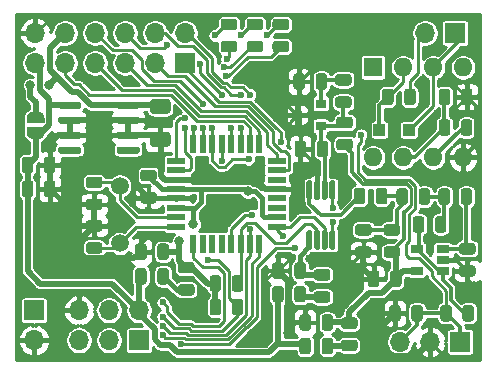
<source format=gbr>
G04 #@! TF.GenerationSoftware,KiCad,Pcbnew,5.1.6*
G04 #@! TF.CreationDate,2020-09-05T13:36:47+02:00*
G04 #@! TF.ProjectId,usynth,7573796e-7468-42e6-9b69-6361645f7063,2*
G04 #@! TF.SameCoordinates,Original*
G04 #@! TF.FileFunction,Copper,L1,Top*
G04 #@! TF.FilePolarity,Positive*
%FSLAX46Y46*%
G04 Gerber Fmt 4.6, Leading zero omitted, Abs format (unit mm)*
G04 Created by KiCad (PCBNEW 5.1.6) date 2020-09-05 13:36:47*
%MOMM*%
%LPD*%
G01*
G04 APERTURE LIST*
G04 #@! TA.AperFunction,SMDPad,CuDef*
%ADD10R,0.900000X0.800000*%
G04 #@! TD*
G04 #@! TA.AperFunction,ComponentPad*
%ADD11O,1.700000X1.700000*%
G04 #@! TD*
G04 #@! TA.AperFunction,ComponentPad*
%ADD12R,1.700000X1.700000*%
G04 #@! TD*
G04 #@! TA.AperFunction,SMDPad,CuDef*
%ADD13R,1.000000X1.000000*%
G04 #@! TD*
G04 #@! TA.AperFunction,SMDPad,CuDef*
%ADD14R,0.550000X1.600000*%
G04 #@! TD*
G04 #@! TA.AperFunction,SMDPad,CuDef*
%ADD15R,1.600000X0.550000*%
G04 #@! TD*
G04 #@! TA.AperFunction,ComponentPad*
%ADD16C,1.500000*%
G04 #@! TD*
G04 #@! TA.AperFunction,ComponentPad*
%ADD17O,1.600000X1.600000*%
G04 #@! TD*
G04 #@! TA.AperFunction,ComponentPad*
%ADD18R,1.600000X1.600000*%
G04 #@! TD*
G04 #@! TA.AperFunction,SMDPad,CuDef*
%ADD19C,0.100000*%
G04 #@! TD*
G04 #@! TA.AperFunction,SMDPad,CuDef*
%ADD20R,1.060000X0.650000*%
G04 #@! TD*
G04 #@! TA.AperFunction,ViaPad*
%ADD21C,0.800000*%
G04 #@! TD*
G04 #@! TA.AperFunction,ViaPad*
%ADD22C,0.600000*%
G04 #@! TD*
G04 #@! TA.AperFunction,Conductor*
%ADD23C,0.400000*%
G04 #@! TD*
G04 #@! TA.AperFunction,Conductor*
%ADD24C,0.500000*%
G04 #@! TD*
G04 #@! TA.AperFunction,Conductor*
%ADD25C,0.300000*%
G04 #@! TD*
G04 #@! TA.AperFunction,Conductor*
%ADD26C,0.250000*%
G04 #@! TD*
G04 APERTURE END LIST*
G04 #@! TA.AperFunction,SMDPad,CuDef*
G36*
G01*
X132056250Y-74550000D02*
X131143750Y-74550000D01*
G75*
G02*
X130900000Y-74306250I0J243750D01*
G01*
X130900000Y-73818750D01*
G75*
G02*
X131143750Y-73575000I243750J0D01*
G01*
X132056250Y-73575000D01*
G75*
G02*
X132300000Y-73818750I0J-243750D01*
G01*
X132300000Y-74306250D01*
G75*
G02*
X132056250Y-74550000I-243750J0D01*
G01*
G37*
G04 #@! TD.AperFunction*
G04 #@! TA.AperFunction,SMDPad,CuDef*
G36*
G01*
X132056250Y-76425000D02*
X131143750Y-76425000D01*
G75*
G02*
X130900000Y-76181250I0J243750D01*
G01*
X130900000Y-75693750D01*
G75*
G02*
X131143750Y-75450000I243750J0D01*
G01*
X132056250Y-75450000D01*
G75*
G02*
X132300000Y-75693750I0J-243750D01*
G01*
X132300000Y-76181250D01*
G75*
G02*
X132056250Y-76425000I-243750J0D01*
G01*
G37*
G04 #@! TD.AperFunction*
G04 #@! TA.AperFunction,SMDPad,CuDef*
G36*
G01*
X137750000Y-84743750D02*
X137750000Y-85656250D01*
G75*
G02*
X137506250Y-85900000I-243750J0D01*
G01*
X137018750Y-85900000D01*
G75*
G02*
X136775000Y-85656250I0J243750D01*
G01*
X136775000Y-84743750D01*
G75*
G02*
X137018750Y-84500000I243750J0D01*
G01*
X137506250Y-84500000D01*
G75*
G02*
X137750000Y-84743750I0J-243750D01*
G01*
G37*
G04 #@! TD.AperFunction*
G04 #@! TA.AperFunction,SMDPad,CuDef*
G36*
G01*
X139625000Y-84743750D02*
X139625000Y-85656250D01*
G75*
G02*
X139381250Y-85900000I-243750J0D01*
G01*
X138893750Y-85900000D01*
G75*
G02*
X138650000Y-85656250I0J243750D01*
G01*
X138650000Y-84743750D01*
G75*
G02*
X138893750Y-84500000I243750J0D01*
G01*
X139381250Y-84500000D01*
G75*
G02*
X139625000Y-84743750I0J-243750D01*
G01*
G37*
G04 #@! TD.AperFunction*
D10*
X144200000Y-68918000D03*
X146200000Y-67968000D03*
X146200000Y-69868000D03*
G04 #@! TA.AperFunction,SMDPad,CuDef*
G36*
G01*
X147643750Y-67350000D02*
X148556250Y-67350000D01*
G75*
G02*
X148800000Y-67593750I0J-243750D01*
G01*
X148800000Y-68081250D01*
G75*
G02*
X148556250Y-68325000I-243750J0D01*
G01*
X147643750Y-68325000D01*
G75*
G02*
X147400000Y-68081250I0J243750D01*
G01*
X147400000Y-67593750D01*
G75*
G02*
X147643750Y-67350000I243750J0D01*
G01*
G37*
G04 #@! TD.AperFunction*
G04 #@! TA.AperFunction,SMDPad,CuDef*
G36*
G01*
X147643750Y-65475000D02*
X148556250Y-65475000D01*
G75*
G02*
X148800000Y-65718750I0J-243750D01*
G01*
X148800000Y-66206250D01*
G75*
G02*
X148556250Y-66450000I-243750J0D01*
G01*
X147643750Y-66450000D01*
G75*
G02*
X147400000Y-66206250I0J243750D01*
G01*
X147400000Y-65718750D01*
G75*
G02*
X147643750Y-65475000I243750J0D01*
G01*
G37*
G04 #@! TD.AperFunction*
G04 #@! TA.AperFunction,SMDPad,CuDef*
G36*
G01*
X145750000Y-66556250D02*
X145750000Y-65643750D01*
G75*
G02*
X145993750Y-65400000I243750J0D01*
G01*
X146481250Y-65400000D01*
G75*
G02*
X146725000Y-65643750I0J-243750D01*
G01*
X146725000Y-66556250D01*
G75*
G02*
X146481250Y-66800000I-243750J0D01*
G01*
X145993750Y-66800000D01*
G75*
G02*
X145750000Y-66556250I0J243750D01*
G01*
G37*
G04 #@! TD.AperFunction*
G04 #@! TA.AperFunction,SMDPad,CuDef*
G36*
G01*
X143875000Y-66556250D02*
X143875000Y-65643750D01*
G75*
G02*
X144118750Y-65400000I243750J0D01*
G01*
X144606250Y-65400000D01*
G75*
G02*
X144850000Y-65643750I0J-243750D01*
G01*
X144850000Y-66556250D01*
G75*
G02*
X144606250Y-66800000I-243750J0D01*
G01*
X144118750Y-66800000D01*
G75*
G02*
X143875000Y-66556250I0J243750D01*
G01*
G37*
G04 #@! TD.AperFunction*
G04 #@! TA.AperFunction,SMDPad,CuDef*
G36*
G01*
X147743750Y-70950000D02*
X148656250Y-70950000D01*
G75*
G02*
X148900000Y-71193750I0J-243750D01*
G01*
X148900000Y-71681250D01*
G75*
G02*
X148656250Y-71925000I-243750J0D01*
G01*
X147743750Y-71925000D01*
G75*
G02*
X147500000Y-71681250I0J243750D01*
G01*
X147500000Y-71193750D01*
G75*
G02*
X147743750Y-70950000I243750J0D01*
G01*
G37*
G04 #@! TD.AperFunction*
G04 #@! TA.AperFunction,SMDPad,CuDef*
G36*
G01*
X147743750Y-69075000D02*
X148656250Y-69075000D01*
G75*
G02*
X148900000Y-69318750I0J-243750D01*
G01*
X148900000Y-69806250D01*
G75*
G02*
X148656250Y-70050000I-243750J0D01*
G01*
X147743750Y-70050000D01*
G75*
G02*
X147500000Y-69806250I0J243750D01*
G01*
X147500000Y-69318750D01*
G75*
G02*
X147743750Y-69075000I243750J0D01*
G01*
G37*
G04 #@! TD.AperFunction*
G04 #@! TA.AperFunction,SMDPad,CuDef*
G36*
G01*
X143050000Y-83643750D02*
X143050000Y-84556250D01*
G75*
G02*
X142806250Y-84800000I-243750J0D01*
G01*
X142318750Y-84800000D01*
G75*
G02*
X142075000Y-84556250I0J243750D01*
G01*
X142075000Y-83643750D01*
G75*
G02*
X142318750Y-83400000I243750J0D01*
G01*
X142806250Y-83400000D01*
G75*
G02*
X143050000Y-83643750I0J-243750D01*
G01*
G37*
G04 #@! TD.AperFunction*
G04 #@! TA.AperFunction,SMDPad,CuDef*
G36*
G01*
X144925000Y-83643750D02*
X144925000Y-84556250D01*
G75*
G02*
X144681250Y-84800000I-243750J0D01*
G01*
X144193750Y-84800000D01*
G75*
G02*
X143950000Y-84556250I0J243750D01*
G01*
X143950000Y-83643750D01*
G75*
G02*
X144193750Y-83400000I243750J0D01*
G01*
X144681250Y-83400000D01*
G75*
G02*
X144925000Y-83643750I0J-243750D01*
G01*
G37*
G04 #@! TD.AperFunction*
G04 #@! TA.AperFunction,SMDPad,CuDef*
G36*
G01*
X145350000Y-88043750D02*
X145350000Y-88956250D01*
G75*
G02*
X145106250Y-89200000I-243750J0D01*
G01*
X144618750Y-89200000D01*
G75*
G02*
X144375000Y-88956250I0J243750D01*
G01*
X144375000Y-88043750D01*
G75*
G02*
X144618750Y-87800000I243750J0D01*
G01*
X145106250Y-87800000D01*
G75*
G02*
X145350000Y-88043750I0J-243750D01*
G01*
G37*
G04 #@! TD.AperFunction*
G04 #@! TA.AperFunction,SMDPad,CuDef*
G36*
G01*
X147225000Y-88043750D02*
X147225000Y-88956250D01*
G75*
G02*
X146981250Y-89200000I-243750J0D01*
G01*
X146493750Y-89200000D01*
G75*
G02*
X146250000Y-88956250I0J243750D01*
G01*
X146250000Y-88043750D01*
G75*
G02*
X146493750Y-87800000I243750J0D01*
G01*
X146981250Y-87800000D01*
G75*
G02*
X147225000Y-88043750I0J-243750D01*
G01*
G37*
G04 #@! TD.AperFunction*
G04 #@! TA.AperFunction,SMDPad,CuDef*
G36*
G01*
X131450000Y-82143750D02*
X131450000Y-83056250D01*
G75*
G02*
X131206250Y-83300000I-243750J0D01*
G01*
X130718750Y-83300000D01*
G75*
G02*
X130475000Y-83056250I0J243750D01*
G01*
X130475000Y-82143750D01*
G75*
G02*
X130718750Y-81900000I243750J0D01*
G01*
X131206250Y-81900000D01*
G75*
G02*
X131450000Y-82143750I0J-243750D01*
G01*
G37*
G04 #@! TD.AperFunction*
G04 #@! TA.AperFunction,SMDPad,CuDef*
G36*
G01*
X133325000Y-82143750D02*
X133325000Y-83056250D01*
G75*
G02*
X133081250Y-83300000I-243750J0D01*
G01*
X132593750Y-83300000D01*
G75*
G02*
X132350000Y-83056250I0J243750D01*
G01*
X132350000Y-82143750D01*
G75*
G02*
X132593750Y-81900000I243750J0D01*
G01*
X133081250Y-81900000D01*
G75*
G02*
X133325000Y-82143750I0J-243750D01*
G01*
G37*
G04 #@! TD.AperFunction*
D11*
X122000000Y-62000000D03*
X122000000Y-64540000D03*
X124540000Y-62000000D03*
X124540000Y-64540000D03*
X127080000Y-62000000D03*
X127080000Y-64540000D03*
X129620000Y-62000000D03*
X129620000Y-64540000D03*
X132160000Y-62000000D03*
X132160000Y-64540000D03*
X134700000Y-62000000D03*
D12*
X134700000Y-64540000D03*
G04 #@! TA.AperFunction,SMDPad,CuDef*
G36*
G01*
X145843750Y-83850000D02*
X146756250Y-83850000D01*
G75*
G02*
X147000000Y-84093750I0J-243750D01*
G01*
X147000000Y-84581250D01*
G75*
G02*
X146756250Y-84825000I-243750J0D01*
G01*
X145843750Y-84825000D01*
G75*
G02*
X145600000Y-84581250I0J243750D01*
G01*
X145600000Y-84093750D01*
G75*
G02*
X145843750Y-83850000I243750J0D01*
G01*
G37*
G04 #@! TD.AperFunction*
G04 #@! TA.AperFunction,SMDPad,CuDef*
G36*
G01*
X145843750Y-81975000D02*
X146756250Y-81975000D01*
G75*
G02*
X147000000Y-82218750I0J-243750D01*
G01*
X147000000Y-82706250D01*
G75*
G02*
X146756250Y-82950000I-243750J0D01*
G01*
X145843750Y-82950000D01*
G75*
G02*
X145600000Y-82706250I0J243750D01*
G01*
X145600000Y-82218750D01*
G75*
G02*
X145843750Y-81975000I243750J0D01*
G01*
G37*
G04 #@! TD.AperFunction*
G04 #@! TA.AperFunction,SMDPad,CuDef*
G36*
G01*
X148143750Y-87950000D02*
X149056250Y-87950000D01*
G75*
G02*
X149300000Y-88193750I0J-243750D01*
G01*
X149300000Y-88681250D01*
G75*
G02*
X149056250Y-88925000I-243750J0D01*
G01*
X148143750Y-88925000D01*
G75*
G02*
X147900000Y-88681250I0J243750D01*
G01*
X147900000Y-88193750D01*
G75*
G02*
X148143750Y-87950000I243750J0D01*
G01*
G37*
G04 #@! TD.AperFunction*
G04 #@! TA.AperFunction,SMDPad,CuDef*
G36*
G01*
X148143750Y-86075000D02*
X149056250Y-86075000D01*
G75*
G02*
X149300000Y-86318750I0J-243750D01*
G01*
X149300000Y-86806250D01*
G75*
G02*
X149056250Y-87050000I-243750J0D01*
G01*
X148143750Y-87050000D01*
G75*
G02*
X147900000Y-86806250I0J243750D01*
G01*
X147900000Y-86318750D01*
G75*
G02*
X148143750Y-86075000I243750J0D01*
G01*
G37*
G04 #@! TD.AperFunction*
G04 #@! TA.AperFunction,SMDPad,CuDef*
G36*
G01*
X134343750Y-83250000D02*
X135256250Y-83250000D01*
G75*
G02*
X135500000Y-83493750I0J-243750D01*
G01*
X135500000Y-83981250D01*
G75*
G02*
X135256250Y-84225000I-243750J0D01*
G01*
X134343750Y-84225000D01*
G75*
G02*
X134100000Y-83981250I0J243750D01*
G01*
X134100000Y-83493750D01*
G75*
G02*
X134343750Y-83250000I243750J0D01*
G01*
G37*
G04 #@! TD.AperFunction*
G04 #@! TA.AperFunction,SMDPad,CuDef*
G36*
G01*
X134343750Y-81375000D02*
X135256250Y-81375000D01*
G75*
G02*
X135500000Y-81618750I0J-243750D01*
G01*
X135500000Y-82106250D01*
G75*
G02*
X135256250Y-82350000I-243750J0D01*
G01*
X134343750Y-82350000D01*
G75*
G02*
X134100000Y-82106250I0J243750D01*
G01*
X134100000Y-81618750D01*
G75*
G02*
X134343750Y-81375000I243750J0D01*
G01*
G37*
G04 #@! TD.AperFunction*
G04 #@! TA.AperFunction,SMDPad,CuDef*
G36*
G01*
X143050000Y-81643750D02*
X143050000Y-82556250D01*
G75*
G02*
X142806250Y-82800000I-243750J0D01*
G01*
X142318750Y-82800000D01*
G75*
G02*
X142075000Y-82556250I0J243750D01*
G01*
X142075000Y-81643750D01*
G75*
G02*
X142318750Y-81400000I243750J0D01*
G01*
X142806250Y-81400000D01*
G75*
G02*
X143050000Y-81643750I0J-243750D01*
G01*
G37*
G04 #@! TD.AperFunction*
G04 #@! TA.AperFunction,SMDPad,CuDef*
G36*
G01*
X144925000Y-81643750D02*
X144925000Y-82556250D01*
G75*
G02*
X144681250Y-82800000I-243750J0D01*
G01*
X144193750Y-82800000D01*
G75*
G02*
X143950000Y-82556250I0J243750D01*
G01*
X143950000Y-81643750D01*
G75*
G02*
X144193750Y-81400000I243750J0D01*
G01*
X144681250Y-81400000D01*
G75*
G02*
X144925000Y-81643750I0J-243750D01*
G01*
G37*
G04 #@! TD.AperFunction*
G04 #@! TA.AperFunction,SMDPad,CuDef*
G36*
G01*
X145350000Y-86043750D02*
X145350000Y-86956250D01*
G75*
G02*
X145106250Y-87200000I-243750J0D01*
G01*
X144618750Y-87200000D01*
G75*
G02*
X144375000Y-86956250I0J243750D01*
G01*
X144375000Y-86043750D01*
G75*
G02*
X144618750Y-85800000I243750J0D01*
G01*
X145106250Y-85800000D01*
G75*
G02*
X145350000Y-86043750I0J-243750D01*
G01*
G37*
G04 #@! TD.AperFunction*
G04 #@! TA.AperFunction,SMDPad,CuDef*
G36*
G01*
X147225000Y-86043750D02*
X147225000Y-86956250D01*
G75*
G02*
X146981250Y-87200000I-243750J0D01*
G01*
X146493750Y-87200000D01*
G75*
G02*
X146250000Y-86956250I0J243750D01*
G01*
X146250000Y-86043750D01*
G75*
G02*
X146493750Y-85800000I243750J0D01*
G01*
X146981250Y-85800000D01*
G75*
G02*
X147225000Y-86043750I0J-243750D01*
G01*
G37*
G04 #@! TD.AperFunction*
G04 #@! TA.AperFunction,SMDPad,CuDef*
G36*
G01*
X131450000Y-80043750D02*
X131450000Y-80956250D01*
G75*
G02*
X131206250Y-81200000I-243750J0D01*
G01*
X130718750Y-81200000D01*
G75*
G02*
X130475000Y-80956250I0J243750D01*
G01*
X130475000Y-80043750D01*
G75*
G02*
X130718750Y-79800000I243750J0D01*
G01*
X131206250Y-79800000D01*
G75*
G02*
X131450000Y-80043750I0J-243750D01*
G01*
G37*
G04 #@! TD.AperFunction*
G04 #@! TA.AperFunction,SMDPad,CuDef*
G36*
G01*
X133325000Y-80043750D02*
X133325000Y-80956250D01*
G75*
G02*
X133081250Y-81200000I-243750J0D01*
G01*
X132593750Y-81200000D01*
G75*
G02*
X132350000Y-80956250I0J243750D01*
G01*
X132350000Y-80043750D01*
G75*
G02*
X132593750Y-79800000I243750J0D01*
G01*
X133081250Y-79800000D01*
G75*
G02*
X133325000Y-80043750I0J-243750D01*
G01*
G37*
G04 #@! TD.AperFunction*
G04 #@! TA.AperFunction,SMDPad,CuDef*
G36*
G01*
X133225000Y-68825000D02*
X131975000Y-68825000D01*
G75*
G02*
X131725000Y-68575000I0J250000D01*
G01*
X131725000Y-67825000D01*
G75*
G02*
X131975000Y-67575000I250000J0D01*
G01*
X133225000Y-67575000D01*
G75*
G02*
X133475000Y-67825000I0J-250000D01*
G01*
X133475000Y-68575000D01*
G75*
G02*
X133225000Y-68825000I-250000J0D01*
G01*
G37*
G04 #@! TD.AperFunction*
G04 #@! TA.AperFunction,SMDPad,CuDef*
G36*
G01*
X133225000Y-71625000D02*
X131975000Y-71625000D01*
G75*
G02*
X131725000Y-71375000I0J250000D01*
G01*
X131725000Y-70625000D01*
G75*
G02*
X131975000Y-70375000I250000J0D01*
G01*
X133225000Y-70375000D01*
G75*
G02*
X133475000Y-70625000I0J-250000D01*
G01*
X133475000Y-71375000D01*
G75*
G02*
X133225000Y-71625000I-250000J0D01*
G01*
G37*
G04 #@! TD.AperFunction*
G04 #@! TA.AperFunction,SMDPad,CuDef*
G36*
G01*
X145850000Y-72256250D02*
X145850000Y-71343750D01*
G75*
G02*
X146093750Y-71100000I243750J0D01*
G01*
X146581250Y-71100000D01*
G75*
G02*
X146825000Y-71343750I0J-243750D01*
G01*
X146825000Y-72256250D01*
G75*
G02*
X146581250Y-72500000I-243750J0D01*
G01*
X146093750Y-72500000D01*
G75*
G02*
X145850000Y-72256250I0J243750D01*
G01*
G37*
G04 #@! TD.AperFunction*
G04 #@! TA.AperFunction,SMDPad,CuDef*
G36*
G01*
X143975000Y-72256250D02*
X143975000Y-71343750D01*
G75*
G02*
X144218750Y-71100000I243750J0D01*
G01*
X144706250Y-71100000D01*
G75*
G02*
X144950000Y-71343750I0J-243750D01*
G01*
X144950000Y-72256250D01*
G75*
G02*
X144706250Y-72500000I-243750J0D01*
G01*
X144218750Y-72500000D01*
G75*
G02*
X143975000Y-72256250I0J243750D01*
G01*
G37*
G04 #@! TD.AperFunction*
G04 #@! TA.AperFunction,SMDPad,CuDef*
G36*
G01*
X151743750Y-80050000D02*
X152656250Y-80050000D01*
G75*
G02*
X152900000Y-80293750I0J-243750D01*
G01*
X152900000Y-80781250D01*
G75*
G02*
X152656250Y-81025000I-243750J0D01*
G01*
X151743750Y-81025000D01*
G75*
G02*
X151500000Y-80781250I0J243750D01*
G01*
X151500000Y-80293750D01*
G75*
G02*
X151743750Y-80050000I243750J0D01*
G01*
G37*
G04 #@! TD.AperFunction*
G04 #@! TA.AperFunction,SMDPad,CuDef*
G36*
G01*
X151743750Y-78175000D02*
X152656250Y-78175000D01*
G75*
G02*
X152900000Y-78418750I0J-243750D01*
G01*
X152900000Y-78906250D01*
G75*
G02*
X152656250Y-79150000I-243750J0D01*
G01*
X151743750Y-79150000D01*
G75*
G02*
X151500000Y-78906250I0J243750D01*
G01*
X151500000Y-78418750D01*
G75*
G02*
X151743750Y-78175000I243750J0D01*
G01*
G37*
G04 #@! TD.AperFunction*
G04 #@! TA.AperFunction,SMDPad,CuDef*
G36*
G01*
X153250000Y-67856250D02*
X153250000Y-66943750D01*
G75*
G02*
X153493750Y-66700000I243750J0D01*
G01*
X153981250Y-66700000D01*
G75*
G02*
X154225000Y-66943750I0J-243750D01*
G01*
X154225000Y-67856250D01*
G75*
G02*
X153981250Y-68100000I-243750J0D01*
G01*
X153493750Y-68100000D01*
G75*
G02*
X153250000Y-67856250I0J243750D01*
G01*
G37*
G04 #@! TD.AperFunction*
G04 #@! TA.AperFunction,SMDPad,CuDef*
G36*
G01*
X151375000Y-67856250D02*
X151375000Y-66943750D01*
G75*
G02*
X151618750Y-66700000I243750J0D01*
G01*
X152106250Y-66700000D01*
G75*
G02*
X152350000Y-66943750I0J-243750D01*
G01*
X152350000Y-67856250D01*
G75*
G02*
X152106250Y-68100000I-243750J0D01*
G01*
X151618750Y-68100000D01*
G75*
G02*
X151375000Y-67856250I0J243750D01*
G01*
G37*
G04 #@! TD.AperFunction*
G04 #@! TA.AperFunction,SMDPad,CuDef*
G36*
G01*
X145350000Y-76100000D02*
X145100000Y-76100000D01*
G75*
G02*
X144975000Y-75975000I0J125000D01*
G01*
X144975000Y-74600000D01*
G75*
G02*
X145100000Y-74475000I125000J0D01*
G01*
X145350000Y-74475000D01*
G75*
G02*
X145475000Y-74600000I0J-125000D01*
G01*
X145475000Y-75975000D01*
G75*
G02*
X145350000Y-76100000I-125000J0D01*
G01*
G37*
G04 #@! TD.AperFunction*
G04 #@! TA.AperFunction,SMDPad,CuDef*
G36*
G01*
X146000000Y-76100000D02*
X145750000Y-76100000D01*
G75*
G02*
X145625000Y-75975000I0J125000D01*
G01*
X145625000Y-74600000D01*
G75*
G02*
X145750000Y-74475000I125000J0D01*
G01*
X146000000Y-74475000D01*
G75*
G02*
X146125000Y-74600000I0J-125000D01*
G01*
X146125000Y-75975000D01*
G75*
G02*
X146000000Y-76100000I-125000J0D01*
G01*
G37*
G04 #@! TD.AperFunction*
G04 #@! TA.AperFunction,SMDPad,CuDef*
G36*
G01*
X146650000Y-76100000D02*
X146400000Y-76100000D01*
G75*
G02*
X146275000Y-75975000I0J125000D01*
G01*
X146275000Y-74600000D01*
G75*
G02*
X146400000Y-74475000I125000J0D01*
G01*
X146650000Y-74475000D01*
G75*
G02*
X146775000Y-74600000I0J-125000D01*
G01*
X146775000Y-75975000D01*
G75*
G02*
X146650000Y-76100000I-125000J0D01*
G01*
G37*
G04 #@! TD.AperFunction*
G04 #@! TA.AperFunction,SMDPad,CuDef*
G36*
G01*
X147300000Y-76100000D02*
X147050000Y-76100000D01*
G75*
G02*
X146925000Y-75975000I0J125000D01*
G01*
X146925000Y-74600000D01*
G75*
G02*
X147050000Y-74475000I125000J0D01*
G01*
X147300000Y-74475000D01*
G75*
G02*
X147425000Y-74600000I0J-125000D01*
G01*
X147425000Y-75975000D01*
G75*
G02*
X147300000Y-76100000I-125000J0D01*
G01*
G37*
G04 #@! TD.AperFunction*
G04 #@! TA.AperFunction,SMDPad,CuDef*
G36*
G01*
X147300000Y-80325000D02*
X147050000Y-80325000D01*
G75*
G02*
X146925000Y-80200000I0J125000D01*
G01*
X146925000Y-78825000D01*
G75*
G02*
X147050000Y-78700000I125000J0D01*
G01*
X147300000Y-78700000D01*
G75*
G02*
X147425000Y-78825000I0J-125000D01*
G01*
X147425000Y-80200000D01*
G75*
G02*
X147300000Y-80325000I-125000J0D01*
G01*
G37*
G04 #@! TD.AperFunction*
G04 #@! TA.AperFunction,SMDPad,CuDef*
G36*
G01*
X146650000Y-80325000D02*
X146400000Y-80325000D01*
G75*
G02*
X146275000Y-80200000I0J125000D01*
G01*
X146275000Y-78825000D01*
G75*
G02*
X146400000Y-78700000I125000J0D01*
G01*
X146650000Y-78700000D01*
G75*
G02*
X146775000Y-78825000I0J-125000D01*
G01*
X146775000Y-80200000D01*
G75*
G02*
X146650000Y-80325000I-125000J0D01*
G01*
G37*
G04 #@! TD.AperFunction*
G04 #@! TA.AperFunction,SMDPad,CuDef*
G36*
G01*
X146000000Y-80325000D02*
X145750000Y-80325000D01*
G75*
G02*
X145625000Y-80200000I0J125000D01*
G01*
X145625000Y-78825000D01*
G75*
G02*
X145750000Y-78700000I125000J0D01*
G01*
X146000000Y-78700000D01*
G75*
G02*
X146125000Y-78825000I0J-125000D01*
G01*
X146125000Y-80200000D01*
G75*
G02*
X146000000Y-80325000I-125000J0D01*
G01*
G37*
G04 #@! TD.AperFunction*
G04 #@! TA.AperFunction,SMDPad,CuDef*
G36*
G01*
X145350000Y-80325000D02*
X145100000Y-80325000D01*
G75*
G02*
X144975000Y-80200000I0J125000D01*
G01*
X144975000Y-78825000D01*
G75*
G02*
X145100000Y-78700000I125000J0D01*
G01*
X145350000Y-78700000D01*
G75*
G02*
X145475000Y-78825000I0J-125000D01*
G01*
X145475000Y-80200000D01*
G75*
G02*
X145350000Y-80325000I-125000J0D01*
G01*
G37*
G04 #@! TD.AperFunction*
D13*
X153650000Y-70200000D03*
X151150000Y-70200000D03*
D14*
X135400000Y-71350000D03*
X136200000Y-71350000D03*
X137000000Y-71350000D03*
X137800000Y-71350000D03*
X138600000Y-71350000D03*
X139400000Y-71350000D03*
X140200000Y-71350000D03*
X141000000Y-71350000D03*
D15*
X142450000Y-72800000D03*
X142450000Y-73600000D03*
X142450000Y-74400000D03*
X142450000Y-75200000D03*
X142450000Y-76000000D03*
X142450000Y-76800000D03*
X142450000Y-77600000D03*
X142450000Y-78400000D03*
D14*
X141000000Y-79850000D03*
X140200000Y-79850000D03*
X139400000Y-79850000D03*
X138600000Y-79850000D03*
X137800000Y-79850000D03*
X137000000Y-79850000D03*
X136200000Y-79850000D03*
X135400000Y-79850000D03*
D15*
X133950000Y-78400000D03*
X133950000Y-77600000D03*
X133950000Y-76800000D03*
X133950000Y-76000000D03*
X133950000Y-75200000D03*
X133950000Y-74400000D03*
X133950000Y-73600000D03*
X133950000Y-72800000D03*
D16*
X129159000Y-79810000D03*
X129159000Y-74930000D03*
D17*
X150622000Y-72517000D03*
X158242000Y-64897000D03*
X153162000Y-72517000D03*
X155702000Y-64897000D03*
X155702000Y-72517000D03*
X153162000Y-64897000D03*
X158242000Y-72517000D03*
D18*
X150622000Y-64897000D03*
G04 #@! TA.AperFunction,SMDPad,CuDef*
G36*
G01*
X150850000Y-76256250D02*
X150850000Y-75343750D01*
G75*
G02*
X151093750Y-75100000I243750J0D01*
G01*
X151581250Y-75100000D01*
G75*
G02*
X151825000Y-75343750I0J-243750D01*
G01*
X151825000Y-76256250D01*
G75*
G02*
X151581250Y-76500000I-243750J0D01*
G01*
X151093750Y-76500000D01*
G75*
G02*
X150850000Y-76256250I0J243750D01*
G01*
G37*
G04 #@! TD.AperFunction*
G04 #@! TA.AperFunction,SMDPad,CuDef*
G36*
G01*
X148975000Y-76256250D02*
X148975000Y-75343750D01*
G75*
G02*
X149218750Y-75100000I243750J0D01*
G01*
X149706250Y-75100000D01*
G75*
G02*
X149950000Y-75343750I0J-243750D01*
G01*
X149950000Y-76256250D01*
G75*
G02*
X149706250Y-76500000I-243750J0D01*
G01*
X149218750Y-76500000D01*
G75*
G02*
X148975000Y-76256250I0J243750D01*
G01*
G37*
G04 #@! TD.AperFunction*
G04 #@! TA.AperFunction,SMDPad,CuDef*
G36*
G01*
X149343750Y-80050000D02*
X150256250Y-80050000D01*
G75*
G02*
X150500000Y-80293750I0J-243750D01*
G01*
X150500000Y-80781250D01*
G75*
G02*
X150256250Y-81025000I-243750J0D01*
G01*
X149343750Y-81025000D01*
G75*
G02*
X149100000Y-80781250I0J243750D01*
G01*
X149100000Y-80293750D01*
G75*
G02*
X149343750Y-80050000I243750J0D01*
G01*
G37*
G04 #@! TD.AperFunction*
G04 #@! TA.AperFunction,SMDPad,CuDef*
G36*
G01*
X149343750Y-78175000D02*
X150256250Y-78175000D01*
G75*
G02*
X150500000Y-78418750I0J-243750D01*
G01*
X150500000Y-78906250D01*
G75*
G02*
X150256250Y-79150000I-243750J0D01*
G01*
X149343750Y-79150000D01*
G75*
G02*
X149100000Y-78906250I0J243750D01*
G01*
X149100000Y-78418750D01*
G75*
G02*
X149343750Y-78175000I243750J0D01*
G01*
G37*
G04 #@! TD.AperFunction*
D11*
X155020000Y-62000000D03*
D12*
X157560000Y-62000000D03*
G04 #@! TA.AperFunction,SMDPad,CuDef*
G36*
G01*
X157122000Y-75381750D02*
X157122000Y-76294250D01*
G75*
G02*
X156878250Y-76538000I-243750J0D01*
G01*
X156390750Y-76538000D01*
G75*
G02*
X156147000Y-76294250I0J243750D01*
G01*
X156147000Y-75381750D01*
G75*
G02*
X156390750Y-75138000I243750J0D01*
G01*
X156878250Y-75138000D01*
G75*
G02*
X157122000Y-75381750I0J-243750D01*
G01*
G37*
G04 #@! TD.AperFunction*
G04 #@! TA.AperFunction,SMDPad,CuDef*
G36*
G01*
X158997000Y-75381750D02*
X158997000Y-76294250D01*
G75*
G02*
X158753250Y-76538000I-243750J0D01*
G01*
X158265750Y-76538000D01*
G75*
G02*
X158022000Y-76294250I0J243750D01*
G01*
X158022000Y-75381750D01*
G75*
G02*
X158265750Y-75138000I243750J0D01*
G01*
X158753250Y-75138000D01*
G75*
G02*
X158997000Y-75381750I0J-243750D01*
G01*
G37*
G04 #@! TD.AperFunction*
G04 #@! TA.AperFunction,SMDPad,CuDef*
G36*
G01*
X154466000Y-76294250D02*
X154466000Y-75381750D01*
G75*
G02*
X154709750Y-75138000I243750J0D01*
G01*
X155197250Y-75138000D01*
G75*
G02*
X155441000Y-75381750I0J-243750D01*
G01*
X155441000Y-76294250D01*
G75*
G02*
X155197250Y-76538000I-243750J0D01*
G01*
X154709750Y-76538000D01*
G75*
G02*
X154466000Y-76294250I0J243750D01*
G01*
G37*
G04 #@! TD.AperFunction*
G04 #@! TA.AperFunction,SMDPad,CuDef*
G36*
G01*
X152591000Y-76294250D02*
X152591000Y-75381750D01*
G75*
G02*
X152834750Y-75138000I243750J0D01*
G01*
X153322250Y-75138000D01*
G75*
G02*
X153566000Y-75381750I0J-243750D01*
G01*
X153566000Y-76294250D01*
G75*
G02*
X153322250Y-76538000I-243750J0D01*
G01*
X152834750Y-76538000D01*
G75*
G02*
X152591000Y-76294250I0J243750D01*
G01*
G37*
G04 #@! TD.AperFunction*
G04 #@! TA.AperFunction,SMDPad,CuDef*
D19*
G36*
X122796398Y-70450000D02*
G01*
X122796398Y-70474534D01*
X122791588Y-70523365D01*
X122782016Y-70571490D01*
X122767772Y-70618445D01*
X122748995Y-70663778D01*
X122725864Y-70707051D01*
X122698604Y-70747850D01*
X122667476Y-70785779D01*
X122632779Y-70820476D01*
X122594850Y-70851604D01*
X122554051Y-70878864D01*
X122510778Y-70901995D01*
X122465445Y-70920772D01*
X122418490Y-70935016D01*
X122370365Y-70944588D01*
X122321534Y-70949398D01*
X122297000Y-70949398D01*
X122297000Y-70950000D01*
X121797000Y-70950000D01*
X121797000Y-70949398D01*
X121772466Y-70949398D01*
X121723635Y-70944588D01*
X121675510Y-70935016D01*
X121628555Y-70920772D01*
X121583222Y-70901995D01*
X121539949Y-70878864D01*
X121499150Y-70851604D01*
X121461221Y-70820476D01*
X121426524Y-70785779D01*
X121395396Y-70747850D01*
X121368136Y-70707051D01*
X121345005Y-70663778D01*
X121326228Y-70618445D01*
X121311984Y-70571490D01*
X121302412Y-70523365D01*
X121297602Y-70474534D01*
X121297602Y-70450000D01*
X121297000Y-70450000D01*
X121297000Y-69950000D01*
X122797000Y-69950000D01*
X122797000Y-70450000D01*
X122796398Y-70450000D01*
G37*
G04 #@! TD.AperFunction*
G04 #@! TA.AperFunction,SMDPad,CuDef*
G36*
X121297000Y-69650000D02*
G01*
X121297000Y-69150000D01*
X121297602Y-69150000D01*
X121297602Y-69125466D01*
X121302412Y-69076635D01*
X121311984Y-69028510D01*
X121326228Y-68981555D01*
X121345005Y-68936222D01*
X121368136Y-68892949D01*
X121395396Y-68852150D01*
X121426524Y-68814221D01*
X121461221Y-68779524D01*
X121499150Y-68748396D01*
X121539949Y-68721136D01*
X121583222Y-68698005D01*
X121628555Y-68679228D01*
X121675510Y-68664984D01*
X121723635Y-68655412D01*
X121772466Y-68650602D01*
X121797000Y-68650602D01*
X121797000Y-68650000D01*
X122297000Y-68650000D01*
X122297000Y-68650602D01*
X122321534Y-68650602D01*
X122370365Y-68655412D01*
X122418490Y-68664984D01*
X122465445Y-68679228D01*
X122510778Y-68698005D01*
X122554051Y-68721136D01*
X122594850Y-68748396D01*
X122632779Y-68779524D01*
X122667476Y-68814221D01*
X122698604Y-68852150D01*
X122725864Y-68892949D01*
X122748995Y-68936222D01*
X122767772Y-68981555D01*
X122782016Y-69028510D01*
X122791588Y-69076635D01*
X122796398Y-69125466D01*
X122796398Y-69150000D01*
X122797000Y-69150000D01*
X122797000Y-69650000D01*
X121297000Y-69650000D01*
G37*
G04 #@! TD.AperFunction*
G04 #@! TA.AperFunction,SMDPad,CuDef*
G36*
G01*
X158184000Y-86181250D02*
X158184000Y-85268750D01*
G75*
G02*
X158427750Y-85025000I243750J0D01*
G01*
X158915250Y-85025000D01*
G75*
G02*
X159159000Y-85268750I0J-243750D01*
G01*
X159159000Y-86181250D01*
G75*
G02*
X158915250Y-86425000I-243750J0D01*
G01*
X158427750Y-86425000D01*
G75*
G02*
X158184000Y-86181250I0J243750D01*
G01*
G37*
G04 #@! TD.AperFunction*
G04 #@! TA.AperFunction,SMDPad,CuDef*
G36*
G01*
X156309000Y-86181250D02*
X156309000Y-85268750D01*
G75*
G02*
X156552750Y-85025000I243750J0D01*
G01*
X157040250Y-85025000D01*
G75*
G02*
X157284000Y-85268750I0J-243750D01*
G01*
X157284000Y-86181250D01*
G75*
G02*
X157040250Y-86425000I-243750J0D01*
G01*
X156552750Y-86425000D01*
G75*
G02*
X156309000Y-86181250I0J243750D01*
G01*
G37*
G04 #@! TD.AperFunction*
G04 #@! TA.AperFunction,SMDPad,CuDef*
G36*
G01*
X152050000Y-83256250D02*
X152050000Y-82343750D01*
G75*
G02*
X152293750Y-82100000I243750J0D01*
G01*
X152781250Y-82100000D01*
G75*
G02*
X153025000Y-82343750I0J-243750D01*
G01*
X153025000Y-83256250D01*
G75*
G02*
X152781250Y-83500000I-243750J0D01*
G01*
X152293750Y-83500000D01*
G75*
G02*
X152050000Y-83256250I0J243750D01*
G01*
G37*
G04 #@! TD.AperFunction*
G04 #@! TA.AperFunction,SMDPad,CuDef*
G36*
G01*
X150175000Y-83256250D02*
X150175000Y-82343750D01*
G75*
G02*
X150418750Y-82100000I243750J0D01*
G01*
X150906250Y-82100000D01*
G75*
G02*
X151150000Y-82343750I0J-243750D01*
G01*
X151150000Y-83256250D01*
G75*
G02*
X150906250Y-83500000I-243750J0D01*
G01*
X150418750Y-83500000D01*
G75*
G02*
X150175000Y-83256250I0J243750D01*
G01*
G37*
G04 #@! TD.AperFunction*
G04 #@! TA.AperFunction,SMDPad,CuDef*
G36*
G01*
X154950000Y-77743750D02*
X154950000Y-78656250D01*
G75*
G02*
X154706250Y-78900000I-243750J0D01*
G01*
X154218750Y-78900000D01*
G75*
G02*
X153975000Y-78656250I0J243750D01*
G01*
X153975000Y-77743750D01*
G75*
G02*
X154218750Y-77500000I243750J0D01*
G01*
X154706250Y-77500000D01*
G75*
G02*
X154950000Y-77743750I0J-243750D01*
G01*
G37*
G04 #@! TD.AperFunction*
G04 #@! TA.AperFunction,SMDPad,CuDef*
G36*
G01*
X156825000Y-77743750D02*
X156825000Y-78656250D01*
G75*
G02*
X156581250Y-78900000I-243750J0D01*
G01*
X156093750Y-78900000D01*
G75*
G02*
X155850000Y-78656250I0J243750D01*
G01*
X155850000Y-77743750D01*
G75*
G02*
X156093750Y-77500000I243750J0D01*
G01*
X156581250Y-77500000D01*
G75*
G02*
X156825000Y-77743750I0J-243750D01*
G01*
G37*
G04 #@! TD.AperFunction*
G04 #@! TA.AperFunction,SMDPad,CuDef*
G36*
G01*
X158143750Y-81650000D02*
X159056250Y-81650000D01*
G75*
G02*
X159300000Y-81893750I0J-243750D01*
G01*
X159300000Y-82381250D01*
G75*
G02*
X159056250Y-82625000I-243750J0D01*
G01*
X158143750Y-82625000D01*
G75*
G02*
X157900000Y-82381250I0J243750D01*
G01*
X157900000Y-81893750D01*
G75*
G02*
X158143750Y-81650000I243750J0D01*
G01*
G37*
G04 #@! TD.AperFunction*
G04 #@! TA.AperFunction,SMDPad,CuDef*
G36*
G01*
X158143750Y-79775000D02*
X159056250Y-79775000D01*
G75*
G02*
X159300000Y-80018750I0J-243750D01*
G01*
X159300000Y-80506250D01*
G75*
G02*
X159056250Y-80750000I-243750J0D01*
G01*
X158143750Y-80750000D01*
G75*
G02*
X157900000Y-80506250I0J243750D01*
G01*
X157900000Y-80018750D01*
G75*
G02*
X158143750Y-79775000I243750J0D01*
G01*
G37*
G04 #@! TD.AperFunction*
G04 #@! TA.AperFunction,SMDPad,CuDef*
G36*
G01*
X122751000Y-73608250D02*
X122751000Y-72695750D01*
G75*
G02*
X122994750Y-72452000I243750J0D01*
G01*
X123482250Y-72452000D01*
G75*
G02*
X123726000Y-72695750I0J-243750D01*
G01*
X123726000Y-73608250D01*
G75*
G02*
X123482250Y-73852000I-243750J0D01*
G01*
X122994750Y-73852000D01*
G75*
G02*
X122751000Y-73608250I0J243750D01*
G01*
G37*
G04 #@! TD.AperFunction*
G04 #@! TA.AperFunction,SMDPad,CuDef*
G36*
G01*
X120876000Y-73608250D02*
X120876000Y-72695750D01*
G75*
G02*
X121119750Y-72452000I243750J0D01*
G01*
X121607250Y-72452000D01*
G75*
G02*
X121851000Y-72695750I0J-243750D01*
G01*
X121851000Y-73608250D01*
G75*
G02*
X121607250Y-73852000I-243750J0D01*
G01*
X121119750Y-73852000D01*
G75*
G02*
X120876000Y-73608250I0J243750D01*
G01*
G37*
G04 #@! TD.AperFunction*
D20*
X154300000Y-82150000D03*
X154300000Y-80250000D03*
X156500000Y-80250000D03*
X156500000Y-81200000D03*
X156500000Y-82150000D03*
G04 #@! TA.AperFunction,SMDPad,CuDef*
G36*
G01*
X128900000Y-68245000D02*
X128900000Y-67945000D01*
G75*
G02*
X129050000Y-67795000I150000J0D01*
G01*
X130700000Y-67795000D01*
G75*
G02*
X130850000Y-67945000I0J-150000D01*
G01*
X130850000Y-68245000D01*
G75*
G02*
X130700000Y-68395000I-150000J0D01*
G01*
X129050000Y-68395000D01*
G75*
G02*
X128900000Y-68245000I0J150000D01*
G01*
G37*
G04 #@! TD.AperFunction*
G04 #@! TA.AperFunction,SMDPad,CuDef*
G36*
G01*
X128900000Y-69515000D02*
X128900000Y-69215000D01*
G75*
G02*
X129050000Y-69065000I150000J0D01*
G01*
X130700000Y-69065000D01*
G75*
G02*
X130850000Y-69215000I0J-150000D01*
G01*
X130850000Y-69515000D01*
G75*
G02*
X130700000Y-69665000I-150000J0D01*
G01*
X129050000Y-69665000D01*
G75*
G02*
X128900000Y-69515000I0J150000D01*
G01*
G37*
G04 #@! TD.AperFunction*
G04 #@! TA.AperFunction,SMDPad,CuDef*
G36*
G01*
X128900000Y-70785000D02*
X128900000Y-70485000D01*
G75*
G02*
X129050000Y-70335000I150000J0D01*
G01*
X130700000Y-70335000D01*
G75*
G02*
X130850000Y-70485000I0J-150000D01*
G01*
X130850000Y-70785000D01*
G75*
G02*
X130700000Y-70935000I-150000J0D01*
G01*
X129050000Y-70935000D01*
G75*
G02*
X128900000Y-70785000I0J150000D01*
G01*
G37*
G04 #@! TD.AperFunction*
G04 #@! TA.AperFunction,SMDPad,CuDef*
G36*
G01*
X128900000Y-72055000D02*
X128900000Y-71755000D01*
G75*
G02*
X129050000Y-71605000I150000J0D01*
G01*
X130700000Y-71605000D01*
G75*
G02*
X130850000Y-71755000I0J-150000D01*
G01*
X130850000Y-72055000D01*
G75*
G02*
X130700000Y-72205000I-150000J0D01*
G01*
X129050000Y-72205000D01*
G75*
G02*
X128900000Y-72055000I0J150000D01*
G01*
G37*
G04 #@! TD.AperFunction*
G04 #@! TA.AperFunction,SMDPad,CuDef*
G36*
G01*
X123950000Y-72055000D02*
X123950000Y-71755000D01*
G75*
G02*
X124100000Y-71605000I150000J0D01*
G01*
X125750000Y-71605000D01*
G75*
G02*
X125900000Y-71755000I0J-150000D01*
G01*
X125900000Y-72055000D01*
G75*
G02*
X125750000Y-72205000I-150000J0D01*
G01*
X124100000Y-72205000D01*
G75*
G02*
X123950000Y-72055000I0J150000D01*
G01*
G37*
G04 #@! TD.AperFunction*
G04 #@! TA.AperFunction,SMDPad,CuDef*
G36*
G01*
X123950000Y-70785000D02*
X123950000Y-70485000D01*
G75*
G02*
X124100000Y-70335000I150000J0D01*
G01*
X125750000Y-70335000D01*
G75*
G02*
X125900000Y-70485000I0J-150000D01*
G01*
X125900000Y-70785000D01*
G75*
G02*
X125750000Y-70935000I-150000J0D01*
G01*
X124100000Y-70935000D01*
G75*
G02*
X123950000Y-70785000I0J150000D01*
G01*
G37*
G04 #@! TD.AperFunction*
G04 #@! TA.AperFunction,SMDPad,CuDef*
G36*
G01*
X123950000Y-69515000D02*
X123950000Y-69215000D01*
G75*
G02*
X124100000Y-69065000I150000J0D01*
G01*
X125750000Y-69065000D01*
G75*
G02*
X125900000Y-69215000I0J-150000D01*
G01*
X125900000Y-69515000D01*
G75*
G02*
X125750000Y-69665000I-150000J0D01*
G01*
X124100000Y-69665000D01*
G75*
G02*
X123950000Y-69515000I0J150000D01*
G01*
G37*
G04 #@! TD.AperFunction*
G04 #@! TA.AperFunction,SMDPad,CuDef*
G36*
G01*
X123950000Y-68245000D02*
X123950000Y-67945000D01*
G75*
G02*
X124100000Y-67795000I150000J0D01*
G01*
X125750000Y-67795000D01*
G75*
G02*
X125900000Y-67945000I0J-150000D01*
G01*
X125900000Y-68245000D01*
G75*
G02*
X125750000Y-68395000I-150000J0D01*
G01*
X124100000Y-68395000D01*
G75*
G02*
X123950000Y-68245000I0J150000D01*
G01*
G37*
G04 #@! TD.AperFunction*
D11*
X152908000Y-88138000D03*
X155448000Y-88138000D03*
D12*
X157988000Y-88138000D03*
D11*
X125720000Y-85471000D03*
X125720000Y-88011000D03*
X128260000Y-85471000D03*
X128260000Y-88011000D03*
X130800000Y-85471000D03*
D12*
X130800000Y-88011000D03*
G04 #@! TA.AperFunction,SMDPad,CuDef*
G36*
G01*
X152950000Y-85268750D02*
X152950000Y-86181250D01*
G75*
G02*
X152706250Y-86425000I-243750J0D01*
G01*
X152218750Y-86425000D01*
G75*
G02*
X151975000Y-86181250I0J243750D01*
G01*
X151975000Y-85268750D01*
G75*
G02*
X152218750Y-85025000I243750J0D01*
G01*
X152706250Y-85025000D01*
G75*
G02*
X152950000Y-85268750I0J-243750D01*
G01*
G37*
G04 #@! TD.AperFunction*
G04 #@! TA.AperFunction,SMDPad,CuDef*
G36*
G01*
X154825000Y-85268750D02*
X154825000Y-86181250D01*
G75*
G02*
X154581250Y-86425000I-243750J0D01*
G01*
X154093750Y-86425000D01*
G75*
G02*
X153850000Y-86181250I0J243750D01*
G01*
X153850000Y-85268750D01*
G75*
G02*
X154093750Y-85025000I243750J0D01*
G01*
X154581250Y-85025000D01*
G75*
G02*
X154825000Y-85268750I0J-243750D01*
G01*
G37*
G04 #@! TD.AperFunction*
G04 #@! TA.AperFunction,SMDPad,CuDef*
G36*
G01*
X137943750Y-62650000D02*
X138856250Y-62650000D01*
G75*
G02*
X139100000Y-62893750I0J-243750D01*
G01*
X139100000Y-63381250D01*
G75*
G02*
X138856250Y-63625000I-243750J0D01*
G01*
X137943750Y-63625000D01*
G75*
G02*
X137700000Y-63381250I0J243750D01*
G01*
X137700000Y-62893750D01*
G75*
G02*
X137943750Y-62650000I243750J0D01*
G01*
G37*
G04 #@! TD.AperFunction*
G04 #@! TA.AperFunction,SMDPad,CuDef*
G36*
G01*
X137943750Y-60775000D02*
X138856250Y-60775000D01*
G75*
G02*
X139100000Y-61018750I0J-243750D01*
G01*
X139100000Y-61506250D01*
G75*
G02*
X138856250Y-61750000I-243750J0D01*
G01*
X137943750Y-61750000D01*
G75*
G02*
X137700000Y-61506250I0J243750D01*
G01*
X137700000Y-61018750D01*
G75*
G02*
X137943750Y-60775000I243750J0D01*
G01*
G37*
G04 #@! TD.AperFunction*
G04 #@! TA.AperFunction,SMDPad,CuDef*
G36*
G01*
X140143750Y-62650000D02*
X141056250Y-62650000D01*
G75*
G02*
X141300000Y-62893750I0J-243750D01*
G01*
X141300000Y-63381250D01*
G75*
G02*
X141056250Y-63625000I-243750J0D01*
G01*
X140143750Y-63625000D01*
G75*
G02*
X139900000Y-63381250I0J243750D01*
G01*
X139900000Y-62893750D01*
G75*
G02*
X140143750Y-62650000I243750J0D01*
G01*
G37*
G04 #@! TD.AperFunction*
G04 #@! TA.AperFunction,SMDPad,CuDef*
G36*
G01*
X140143750Y-60775000D02*
X141056250Y-60775000D01*
G75*
G02*
X141300000Y-61018750I0J-243750D01*
G01*
X141300000Y-61506250D01*
G75*
G02*
X141056250Y-61750000I-243750J0D01*
G01*
X140143750Y-61750000D01*
G75*
G02*
X139900000Y-61506250I0J243750D01*
G01*
X139900000Y-61018750D01*
G75*
G02*
X140143750Y-60775000I243750J0D01*
G01*
G37*
G04 #@! TD.AperFunction*
G04 #@! TA.AperFunction,SMDPad,CuDef*
G36*
G01*
X142343750Y-62650000D02*
X143256250Y-62650000D01*
G75*
G02*
X143500000Y-62893750I0J-243750D01*
G01*
X143500000Y-63381250D01*
G75*
G02*
X143256250Y-63625000I-243750J0D01*
G01*
X142343750Y-63625000D01*
G75*
G02*
X142100000Y-63381250I0J243750D01*
G01*
X142100000Y-62893750D01*
G75*
G02*
X142343750Y-62650000I243750J0D01*
G01*
G37*
G04 #@! TD.AperFunction*
G04 #@! TA.AperFunction,SMDPad,CuDef*
G36*
G01*
X142343750Y-60775000D02*
X143256250Y-60775000D01*
G75*
G02*
X143500000Y-61018750I0J-243750D01*
G01*
X143500000Y-61506250D01*
G75*
G02*
X143256250Y-61750000I-243750J0D01*
G01*
X142343750Y-61750000D01*
G75*
G02*
X142100000Y-61506250I0J243750D01*
G01*
X142100000Y-61018750D01*
G75*
G02*
X142343750Y-60775000I243750J0D01*
G01*
G37*
G04 #@! TD.AperFunction*
G04 #@! TA.AperFunction,SMDPad,CuDef*
G36*
G01*
X138650000Y-83656250D02*
X138650000Y-82743750D01*
G75*
G02*
X138893750Y-82500000I243750J0D01*
G01*
X139381250Y-82500000D01*
G75*
G02*
X139625000Y-82743750I0J-243750D01*
G01*
X139625000Y-83656250D01*
G75*
G02*
X139381250Y-83900000I-243750J0D01*
G01*
X138893750Y-83900000D01*
G75*
G02*
X138650000Y-83656250I0J243750D01*
G01*
G37*
G04 #@! TD.AperFunction*
G04 #@! TA.AperFunction,SMDPad,CuDef*
G36*
G01*
X136775000Y-83656250D02*
X136775000Y-82743750D01*
G75*
G02*
X137018750Y-82500000I243750J0D01*
G01*
X137506250Y-82500000D01*
G75*
G02*
X137750000Y-82743750I0J-243750D01*
G01*
X137750000Y-83656250D01*
G75*
G02*
X137506250Y-83900000I-243750J0D01*
G01*
X137018750Y-83900000D01*
G75*
G02*
X136775000Y-83656250I0J243750D01*
G01*
G37*
G04 #@! TD.AperFunction*
G04 #@! TA.AperFunction,SMDPad,CuDef*
G36*
G01*
X158050000Y-70456250D02*
X158050000Y-69543750D01*
G75*
G02*
X158293750Y-69300000I243750J0D01*
G01*
X158781250Y-69300000D01*
G75*
G02*
X159025000Y-69543750I0J-243750D01*
G01*
X159025000Y-70456250D01*
G75*
G02*
X158781250Y-70700000I-243750J0D01*
G01*
X158293750Y-70700000D01*
G75*
G02*
X158050000Y-70456250I0J243750D01*
G01*
G37*
G04 #@! TD.AperFunction*
G04 #@! TA.AperFunction,SMDPad,CuDef*
G36*
G01*
X156175000Y-70456250D02*
X156175000Y-69543750D01*
G75*
G02*
X156418750Y-69300000I243750J0D01*
G01*
X156906250Y-69300000D01*
G75*
G02*
X157150000Y-69543750I0J-243750D01*
G01*
X157150000Y-70456250D01*
G75*
G02*
X156906250Y-70700000I-243750J0D01*
G01*
X156418750Y-70700000D01*
G75*
G02*
X156175000Y-70456250I0J243750D01*
G01*
G37*
G04 #@! TD.AperFunction*
D11*
X121920000Y-88011000D03*
D12*
X121920000Y-85471000D03*
G04 #@! TA.AperFunction,SMDPad,CuDef*
G36*
G01*
X126543750Y-79698000D02*
X127456250Y-79698000D01*
G75*
G02*
X127700000Y-79941750I0J-243750D01*
G01*
X127700000Y-80429250D01*
G75*
G02*
X127456250Y-80673000I-243750J0D01*
G01*
X126543750Y-80673000D01*
G75*
G02*
X126300000Y-80429250I0J243750D01*
G01*
X126300000Y-79941750D01*
G75*
G02*
X126543750Y-79698000I243750J0D01*
G01*
G37*
G04 #@! TD.AperFunction*
G04 #@! TA.AperFunction,SMDPad,CuDef*
G36*
G01*
X126543750Y-77823000D02*
X127456250Y-77823000D01*
G75*
G02*
X127700000Y-78066750I0J-243750D01*
G01*
X127700000Y-78554250D01*
G75*
G02*
X127456250Y-78798000I-243750J0D01*
G01*
X126543750Y-78798000D01*
G75*
G02*
X126300000Y-78554250I0J243750D01*
G01*
X126300000Y-78066750D01*
G75*
G02*
X126543750Y-77823000I243750J0D01*
G01*
G37*
G04 #@! TD.AperFunction*
G04 #@! TA.AperFunction,SMDPad,CuDef*
G36*
G01*
X127456250Y-75115000D02*
X126543750Y-75115000D01*
G75*
G02*
X126300000Y-74871250I0J243750D01*
G01*
X126300000Y-74383750D01*
G75*
G02*
X126543750Y-74140000I243750J0D01*
G01*
X127456250Y-74140000D01*
G75*
G02*
X127700000Y-74383750I0J-243750D01*
G01*
X127700000Y-74871250D01*
G75*
G02*
X127456250Y-75115000I-243750J0D01*
G01*
G37*
G04 #@! TD.AperFunction*
G04 #@! TA.AperFunction,SMDPad,CuDef*
G36*
G01*
X127456250Y-76990000D02*
X126543750Y-76990000D01*
G75*
G02*
X126300000Y-76746250I0J243750D01*
G01*
X126300000Y-76258750D01*
G75*
G02*
X126543750Y-76015000I243750J0D01*
G01*
X127456250Y-76015000D01*
G75*
G02*
X127700000Y-76258750I0J-243750D01*
G01*
X127700000Y-76746250D01*
G75*
G02*
X127456250Y-76990000I-243750J0D01*
G01*
G37*
G04 #@! TD.AperFunction*
G04 #@! TA.AperFunction,SMDPad,CuDef*
G36*
G01*
X157150000Y-66943750D02*
X157150000Y-67856250D01*
G75*
G02*
X156906250Y-68100000I-243750J0D01*
G01*
X156418750Y-68100000D01*
G75*
G02*
X156175000Y-67856250I0J243750D01*
G01*
X156175000Y-66943750D01*
G75*
G02*
X156418750Y-66700000I243750J0D01*
G01*
X156906250Y-66700000D01*
G75*
G02*
X157150000Y-66943750I0J-243750D01*
G01*
G37*
G04 #@! TD.AperFunction*
G04 #@! TA.AperFunction,SMDPad,CuDef*
G36*
G01*
X159025000Y-66943750D02*
X159025000Y-67856250D01*
G75*
G02*
X158781250Y-68100000I-243750J0D01*
G01*
X158293750Y-68100000D01*
G75*
G02*
X158050000Y-67856250I0J243750D01*
G01*
X158050000Y-66943750D01*
G75*
G02*
X158293750Y-66700000I243750J0D01*
G01*
X158781250Y-66700000D01*
G75*
G02*
X159025000Y-66943750I0J-243750D01*
G01*
G37*
G04 #@! TD.AperFunction*
G04 #@! TA.AperFunction,SMDPad,CuDef*
G36*
G01*
X122751000Y-75640250D02*
X122751000Y-74727750D01*
G75*
G02*
X122994750Y-74484000I243750J0D01*
G01*
X123482250Y-74484000D01*
G75*
G02*
X123726000Y-74727750I0J-243750D01*
G01*
X123726000Y-75640250D01*
G75*
G02*
X123482250Y-75884000I-243750J0D01*
G01*
X122994750Y-75884000D01*
G75*
G02*
X122751000Y-75640250I0J243750D01*
G01*
G37*
G04 #@! TD.AperFunction*
G04 #@! TA.AperFunction,SMDPad,CuDef*
G36*
G01*
X120876000Y-75640250D02*
X120876000Y-74727750D01*
G75*
G02*
X121119750Y-74484000I243750J0D01*
G01*
X121607250Y-74484000D01*
G75*
G02*
X121851000Y-74727750I0J-243750D01*
G01*
X121851000Y-75640250D01*
G75*
G02*
X121607250Y-75884000I-243750J0D01*
G01*
X121119750Y-75884000D01*
G75*
G02*
X120876000Y-75640250I0J243750D01*
G01*
G37*
G04 #@! TD.AperFunction*
D21*
X159200000Y-83400000D03*
X143400000Y-87400000D03*
D22*
X148400000Y-82800000D03*
X129200000Y-89400000D03*
X132566001Y-89366001D03*
X135400000Y-76000000D03*
X136800000Y-76000000D03*
X135400000Y-74400000D03*
X127400000Y-66400000D03*
X130000000Y-66000000D03*
X137137500Y-63137500D03*
X136400000Y-78400000D03*
X140400000Y-76400000D03*
X141000000Y-74200000D03*
X138800000Y-74400000D03*
X144462500Y-73262500D03*
X144000000Y-76600000D03*
X147200000Y-73800000D03*
X132600000Y-69400000D03*
X139000000Y-66000000D03*
X120600000Y-66400000D03*
X120600000Y-76600000D03*
X120600000Y-83000000D03*
X120600000Y-89400000D03*
D21*
X127399998Y-69200000D03*
D22*
X122200000Y-76600000D03*
X129800000Y-78000000D03*
X129800000Y-83200000D03*
X132678010Y-72321990D03*
X123238500Y-71346500D03*
X139600000Y-88200000D03*
X141800000Y-87400000D03*
X131600000Y-79200000D03*
X131600000Y-77000000D03*
X137200000Y-60600000D03*
X144000000Y-60600000D03*
X143600000Y-70200000D03*
X159400000Y-60600000D03*
X151800000Y-60600000D03*
X159400000Y-89400000D03*
X120600010Y-60600000D03*
X146800000Y-64800000D03*
X147000000Y-70600000D03*
X148200000Y-76200000D03*
X122400000Y-82000000D03*
X142600000Y-89400000D03*
X151074998Y-85725002D03*
X155600000Y-84400000D03*
X155800000Y-76800000D03*
X155400000Y-80200000D03*
X151600000Y-73600000D03*
X151000000Y-77000000D03*
X157600000Y-76800000D03*
X154800000Y-66200000D03*
X156000000Y-68800000D03*
X157400000Y-68800000D03*
X156400000Y-66200000D03*
X143600000Y-80999984D03*
X145200000Y-81000000D03*
X141400000Y-83000000D03*
X155200000Y-63600000D03*
X153600000Y-63600000D03*
X156600000Y-73600000D03*
X136200000Y-86000000D03*
X152000000Y-68800000D03*
X141600000Y-68000000D03*
X159400000Y-78200000D03*
X148200000Y-78000000D03*
X125600000Y-78200000D03*
X128400000Y-60600000D03*
X151000000Y-89400000D03*
X141600000Y-62200000D03*
X139400000Y-62200000D03*
X137200000Y-62200000D03*
X149600000Y-70600000D03*
X142800000Y-71200000D03*
X137000000Y-70000000D03*
X135978012Y-64578012D03*
X133200000Y-63000000D03*
X137800000Y-67200000D03*
X140091285Y-72691285D03*
X136200000Y-70000000D03*
X136207468Y-68009196D03*
X136652658Y-81246990D03*
X132800000Y-86000000D03*
X137800000Y-72800000D03*
X138600000Y-70000000D03*
X139400000Y-67200000D03*
X139400000Y-70000000D03*
X140200000Y-67200000D03*
X143000000Y-79200000D03*
X144000000Y-80200000D03*
X134381512Y-88353010D03*
X132800002Y-87600000D03*
X140200000Y-78600000D03*
X147200000Y-78000000D03*
X132800000Y-86800000D03*
X135428186Y-70023037D03*
X138204090Y-65631167D03*
X134716542Y-69187963D03*
X137969809Y-64909347D03*
X138222090Y-64186583D03*
X134689843Y-70000000D03*
X132800000Y-84800000D03*
D21*
X121600000Y-66400000D03*
X123200000Y-66400000D03*
X135400000Y-78200000D03*
X140000000Y-75400000D03*
X134200000Y-79600000D03*
D22*
X147200000Y-76800000D03*
X140400000Y-77400000D03*
D23*
X133887500Y-75937500D02*
X133950000Y-76000000D01*
X131600000Y-75937500D02*
X133887500Y-75937500D01*
D24*
X149800000Y-81937500D02*
X150662500Y-82800000D01*
X149800000Y-80537500D02*
X149800000Y-81937500D01*
D25*
X157662500Y-81200000D02*
X156500000Y-81200000D01*
X158600000Y-82137500D02*
X157662500Y-81200000D01*
X159303010Y-68165510D02*
X158537500Y-67400000D01*
X159303010Y-71455990D02*
X159303010Y-68165510D01*
X158242000Y-72517000D02*
X159303010Y-71455990D01*
X145875000Y-73212500D02*
X145875000Y-75287500D01*
X144462500Y-71800000D02*
X145875000Y-73212500D01*
X158600000Y-82800000D02*
X159200000Y-83400000D01*
X158600000Y-82137500D02*
X158600000Y-82800000D01*
D24*
X142562500Y-82100000D02*
X143428015Y-82965515D01*
X143428015Y-82965515D02*
X143428015Y-86228015D01*
X143428015Y-87371985D02*
X143400000Y-87400000D01*
X154219999Y-89366001D02*
X155448000Y-88138000D01*
X152318559Y-89366001D02*
X154219999Y-89366001D01*
X151576973Y-88624415D02*
X152318559Y-89366001D01*
X151576973Y-86610527D02*
X151576973Y-88624415D01*
X152462500Y-85725000D02*
X151576973Y-86610527D01*
X123238500Y-75184000D02*
X123238500Y-73152000D01*
X132994598Y-74400000D02*
X132678010Y-74083412D01*
X133950000Y-74400000D02*
X132994598Y-74400000D01*
X130521990Y-73561206D02*
X131005186Y-73078010D01*
X130521990Y-74859490D02*
X130521990Y-73561206D01*
X131005186Y-73078010D02*
X132678010Y-73078010D01*
X131600000Y-75937500D02*
X130521990Y-74859490D01*
X132678010Y-74083412D02*
X132678010Y-73078010D01*
X141494598Y-75200000D02*
X142450000Y-75200000D01*
X140694598Y-74400000D02*
X141494598Y-75200000D01*
D23*
X124557000Y-76502500D02*
X123238500Y-75184000D01*
X127254000Y-76502500D02*
X124557000Y-76502500D01*
D24*
X130962500Y-80500000D02*
X130411490Y-81051010D01*
D23*
X143650000Y-75200000D02*
X144462500Y-74387500D01*
X142450000Y-75200000D02*
X143650000Y-75200000D01*
X150662500Y-82800000D02*
X148400000Y-82800000D01*
D24*
X123950000Y-70635000D02*
X124925000Y-70635000D01*
X123238500Y-71346500D02*
X123950000Y-70635000D01*
X124925000Y-70635000D02*
X124925000Y-69365000D01*
X129875000Y-69365000D02*
X129965000Y-69365000D01*
X129875000Y-69365000D02*
X129875000Y-70635000D01*
X132235000Y-70635000D02*
X132600000Y-71000000D01*
X129875000Y-70635000D02*
X132235000Y-70635000D01*
D25*
X133950000Y-76000000D02*
X135400000Y-76000000D01*
D24*
X133950000Y-74400000D02*
X135400000Y-74400000D01*
X125921990Y-80686794D02*
X126286206Y-81051010D01*
X125921990Y-79388510D02*
X125921990Y-80686794D01*
X127000000Y-78310500D02*
X125921990Y-79388510D01*
X127000000Y-78310500D02*
X127000000Y-76502500D01*
D26*
X136800000Y-78000000D02*
X136400000Y-78400000D01*
X136800000Y-76000000D02*
X136800000Y-78000000D01*
X137200000Y-76400000D02*
X140400000Y-76400000D01*
X136800000Y-76000000D02*
X137200000Y-76400000D01*
D24*
X135400000Y-74400000D02*
X138800000Y-74400000D01*
X138800000Y-74400000D02*
X140694598Y-74400000D01*
D23*
X144462500Y-71800000D02*
X144462500Y-73262500D01*
X144462500Y-74387500D02*
X144462500Y-73262500D01*
X144462500Y-76137500D02*
X144000000Y-76600000D01*
X144462500Y-73262500D02*
X144462500Y-76137500D01*
D26*
X132600000Y-71000000D02*
X132600000Y-69400000D01*
D24*
X124925000Y-69365000D02*
X127234998Y-69365000D01*
X127234998Y-69365000D02*
X127399998Y-69200000D01*
X129875000Y-69365000D02*
X127564998Y-69365000D01*
X127564998Y-69365000D02*
X127399998Y-69200000D01*
D26*
X129489500Y-78310500D02*
X129800000Y-78000000D01*
X127000000Y-78310500D02*
X129489500Y-78310500D01*
X129451010Y-82851010D02*
X129800000Y-83200000D01*
X129451010Y-81051010D02*
X129451010Y-82851010D01*
D24*
X126286206Y-81051010D02*
X129451010Y-81051010D01*
X129451010Y-81051010D02*
X130411490Y-81051010D01*
D26*
X132600000Y-71000000D02*
X132600000Y-72243980D01*
X132600000Y-72243980D02*
X132678010Y-72321990D01*
D24*
X132678010Y-72321990D02*
X132678010Y-70878010D01*
X132678010Y-73078010D02*
X132678010Y-72321990D01*
D23*
X123238500Y-73152000D02*
X123238500Y-71346500D01*
D26*
X141000000Y-88200000D02*
X141800000Y-87400000D01*
X139600000Y-88200000D02*
X141000000Y-88200000D01*
X130962500Y-79837500D02*
X131600000Y-79200000D01*
X130962500Y-80500000D02*
X130962500Y-79837500D01*
X131600000Y-75937500D02*
X131600000Y-77000000D01*
X123400000Y-60600000D02*
X137200000Y-60600000D01*
X122000000Y-62000000D02*
X123400000Y-60600000D01*
X143600000Y-70200000D02*
X143600000Y-69518000D01*
X143600000Y-69518000D02*
X144200000Y-68918000D01*
X144462500Y-69180500D02*
X144200000Y-68918000D01*
X144462500Y-71800000D02*
X144462500Y-69180500D01*
X144362500Y-68755500D02*
X144200000Y-68918000D01*
X144362500Y-66100000D02*
X144362500Y-68755500D01*
X155448000Y-88138000D02*
X156710000Y-89400000D01*
X156710000Y-89400000D02*
X159400000Y-89400000D01*
X145662500Y-64800000D02*
X146800000Y-64800000D01*
X144362500Y-66100000D02*
X145662500Y-64800000D01*
X148200000Y-74800000D02*
X147200000Y-73800000D01*
X148200000Y-76200000D02*
X148200000Y-74800000D01*
X152462500Y-85725000D02*
X151075000Y-85725000D01*
X151075000Y-85725000D02*
X151074998Y-85725002D01*
X157400000Y-68537500D02*
X158537500Y-67400000D01*
X157400000Y-68800000D02*
X157400000Y-68537500D01*
X157337500Y-66200000D02*
X158537500Y-67400000D01*
X156400000Y-66200000D02*
X157337500Y-66200000D01*
X142562500Y-82100000D02*
X143600000Y-81062500D01*
X143600000Y-81062500D02*
X143600000Y-80999984D01*
X145499999Y-81299999D02*
X145200000Y-81000000D01*
X149037501Y-81299999D02*
X145499999Y-81299999D01*
X149800000Y-80537500D02*
X149037501Y-81299999D01*
X142300000Y-82100000D02*
X141400000Y-83000000D01*
X142562500Y-82100000D02*
X142300000Y-82100000D01*
D23*
X143500000Y-86500000D02*
X143428015Y-86428015D01*
X144862500Y-86500000D02*
X143500000Y-86500000D01*
D24*
X143428015Y-86428015D02*
X143428015Y-87371985D01*
X143428015Y-86228015D02*
X143428015Y-86428015D01*
D26*
X143282000Y-68000000D02*
X144200000Y-68918000D01*
X141600000Y-68000000D02*
X143282000Y-68000000D01*
X126889500Y-78200000D02*
X127000000Y-78310500D01*
X125600000Y-78200000D02*
X126889500Y-78200000D01*
D24*
X142562500Y-85562500D02*
X142562500Y-84100000D01*
X130800000Y-82762500D02*
X130962500Y-82600000D01*
X130800000Y-85471000D02*
X130800000Y-82762500D01*
X121363500Y-75184000D02*
X121363500Y-73152000D01*
X122047000Y-72468500D02*
X121363500Y-73152000D01*
X122047000Y-70450000D02*
X122047000Y-72468500D01*
X142562500Y-88237500D02*
X142500000Y-88300000D01*
X142562500Y-85562500D02*
X142562500Y-88237500D01*
X122531590Y-70450000D02*
X123200000Y-69781590D01*
X122047000Y-70450000D02*
X122531590Y-70450000D01*
X123200000Y-69781590D02*
X123200000Y-68245000D01*
X122421999Y-64921999D02*
X122100000Y-64600000D01*
X122421999Y-66773441D02*
X122421999Y-64921999D01*
X123200000Y-67551442D02*
X122421999Y-66773441D01*
X141768989Y-89031011D02*
X134056071Y-89031011D01*
X142500000Y-88300000D02*
X141768989Y-89031011D01*
X130800000Y-85774940D02*
X130800000Y-85471000D01*
X123295000Y-68095000D02*
X123200000Y-68000000D01*
X124925000Y-68095000D02*
X123295000Y-68095000D01*
X123200000Y-68000000D02*
X123200000Y-67551442D01*
X123200000Y-68245000D02*
X123200000Y-68000000D01*
X134056071Y-89031011D02*
X133425060Y-88400000D01*
X133425060Y-88400000D02*
X132600000Y-88400000D01*
X132112530Y-87912530D02*
X132112530Y-87087470D01*
X132600000Y-88400000D02*
X132112530Y-87912530D01*
X132112530Y-87087470D02*
X130800000Y-85774940D01*
X130800000Y-85471000D02*
X128529000Y-83200000D01*
X128529000Y-83200000D02*
X122400000Y-83200000D01*
X122400000Y-83200000D02*
X121363500Y-82163500D01*
X121363500Y-82163500D02*
X121363500Y-75184000D01*
X144662500Y-88300000D02*
X144862500Y-88500000D01*
X142500000Y-88300000D02*
X144662500Y-88300000D01*
D26*
X130569000Y-78400000D02*
X129159000Y-79810000D01*
X133950000Y-78400000D02*
X130569000Y-78400000D01*
X128783500Y-80185500D02*
X129159000Y-79810000D01*
X127000000Y-80185500D02*
X128783500Y-80185500D01*
X142537500Y-61262500D02*
X141600000Y-62200000D01*
X142800000Y-61262500D02*
X142537500Y-61262500D01*
X140337500Y-61262500D02*
X139400000Y-62200000D01*
X140600000Y-61262500D02*
X140337500Y-61262500D01*
X138137500Y-61262500D02*
X137200000Y-62200000D01*
X138400000Y-61262500D02*
X138137500Y-61262500D01*
D25*
X157988000Y-62611000D02*
X155702000Y-64897000D01*
X157988000Y-61849000D02*
X157988000Y-62611000D01*
D26*
X155702000Y-68148000D02*
X155702000Y-64897000D01*
X153650000Y-70200000D02*
X155702000Y-68148000D01*
D25*
X157988000Y-86916500D02*
X156796500Y-85725000D01*
X157988000Y-88138000D02*
X157988000Y-86916500D01*
X154337500Y-86708500D02*
X152908000Y-88138000D01*
X154337500Y-85725000D02*
X154337500Y-86708500D01*
X156796500Y-85725000D02*
X155525000Y-85725000D01*
X155525000Y-85725000D02*
X154337500Y-85725000D01*
D26*
X137600000Y-67800000D02*
X140200000Y-67800000D01*
X134700000Y-64900000D02*
X137600000Y-67800000D01*
X134700000Y-64540000D02*
X134700000Y-64900000D01*
X142800000Y-70400000D02*
X142800000Y-71200000D01*
X142400000Y-70000000D02*
X142800000Y-70400000D01*
X140200000Y-67800000D02*
X142400000Y-70000000D01*
X156796500Y-83796500D02*
X156796500Y-85725000D01*
X155600000Y-82600000D02*
X156796500Y-83796500D01*
X154530201Y-81069799D02*
X155600000Y-82139598D01*
X155600000Y-82139598D02*
X155600000Y-82600000D01*
X149300001Y-73730059D02*
X149966931Y-74396989D01*
X153645314Y-74396989D02*
X154200000Y-74951675D01*
X153400000Y-80800000D02*
X153669799Y-81069799D01*
X149966931Y-74396989D02*
X153645314Y-74396989D01*
X154200000Y-74951675D02*
X154200000Y-76800000D01*
X149600000Y-71200002D02*
X149300001Y-71500001D01*
X154200000Y-76800000D02*
X153639598Y-77360402D01*
X153639598Y-77360402D02*
X153639598Y-79600000D01*
X153639598Y-79600000D02*
X153400000Y-79839598D01*
X149300001Y-71500001D02*
X149300001Y-73730059D01*
X153669799Y-81069799D02*
X154530201Y-81069799D01*
X153400000Y-79839598D02*
X153400000Y-80800000D01*
X149600000Y-71200002D02*
X149600000Y-70600000D01*
D25*
X158219000Y-70000000D02*
X158537500Y-70000000D01*
X155702000Y-72517000D02*
X158219000Y-70000000D01*
D26*
X137000000Y-70000000D02*
X137000000Y-71350000D01*
X132900001Y-63299999D02*
X130919999Y-63299999D01*
X133200000Y-63000000D02*
X132900001Y-63299999D01*
X130919999Y-63299999D02*
X129620000Y-62000000D01*
X137800000Y-67200000D02*
X135978012Y-65378012D01*
X135978012Y-65378012D02*
X135978012Y-64578012D01*
X138708715Y-72691285D02*
X140091285Y-72691285D01*
X138046998Y-73353002D02*
X138708715Y-72691285D01*
X137534558Y-73353002D02*
X138046998Y-73353002D01*
X137000000Y-72818444D02*
X137534558Y-73353002D01*
X137000000Y-71350000D02*
X137000000Y-72818444D01*
X136200000Y-70000000D02*
X136200000Y-71350000D01*
X130189441Y-63436999D02*
X131056999Y-64304557D01*
X131056999Y-65029441D02*
X132071538Y-66043980D01*
X127180000Y-62060000D02*
X128556999Y-63436999D01*
X128556999Y-63436999D02*
X130189441Y-63436999D01*
X134242252Y-66043980D02*
X136207468Y-68009196D01*
X131056999Y-64304557D02*
X131056999Y-65029441D01*
X132071538Y-66043980D02*
X134242252Y-66043980D01*
X137493594Y-81246990D02*
X136652658Y-81246990D01*
X138381021Y-82134417D02*
X137493594Y-81246990D01*
X138381021Y-84443521D02*
X138381021Y-82134417D01*
X139137500Y-85200000D02*
X138381021Y-84443521D01*
X137800000Y-71350000D02*
X137800000Y-72800000D01*
X139137500Y-85900000D02*
X139137500Y-85200000D01*
X137859489Y-87178011D02*
X139137500Y-85900000D01*
X135200000Y-87178011D02*
X137859489Y-87178011D01*
X135021989Y-87000000D02*
X135200000Y-87178011D01*
X133800000Y-87000000D02*
X135021989Y-87000000D01*
X132800000Y-86000000D02*
X133800000Y-87000000D01*
X132160000Y-62000000D02*
X132160000Y-62240000D01*
X138600000Y-71350000D02*
X138600000Y-70000000D01*
X136531013Y-64312571D02*
X136531013Y-65396427D01*
X132160000Y-62000000D02*
X133000000Y-62000000D01*
X133000000Y-62000000D02*
X134118989Y-63118989D01*
X134118989Y-63118989D02*
X135337431Y-63118989D01*
X135337431Y-63118989D02*
X136531013Y-64312571D01*
X136531013Y-65396427D02*
X137734586Y-66600000D01*
X139400000Y-67200000D02*
X138600000Y-67200000D01*
X138600000Y-67200000D02*
X138000000Y-66600000D01*
X137734586Y-66600000D02*
X138000000Y-66600000D01*
X139400000Y-71350000D02*
X139400000Y-70000000D01*
X137000000Y-64132556D02*
X136487905Y-63620461D01*
X137000000Y-65330828D02*
X137000000Y-64132556D01*
X137869172Y-66200000D02*
X137000000Y-65330828D01*
X138200000Y-66200000D02*
X137869172Y-66200000D01*
X138600000Y-66600000D02*
X138200000Y-66200000D01*
X139600000Y-66600000D02*
X138600000Y-66600000D01*
X140200000Y-67200000D02*
X139600000Y-66600000D01*
X134849990Y-62000000D02*
X134700000Y-62000000D01*
X136470451Y-63620461D02*
X134849990Y-62000000D01*
X136487905Y-63620461D02*
X136470451Y-63620461D01*
X124540000Y-64540000D02*
X124540000Y-65540000D01*
X124540000Y-65540000D02*
X125313980Y-66313980D01*
X124640000Y-64600000D02*
X124711364Y-64600000D01*
X135747021Y-69400000D02*
X133547021Y-67200000D01*
X139618444Y-69400000D02*
X135747021Y-69400000D01*
X140200000Y-69981556D02*
X139618444Y-69400000D01*
X140200000Y-71350000D02*
X140200000Y-69981556D01*
X125313980Y-66313980D02*
X125713980Y-66313980D01*
X126600000Y-67200000D02*
X127400000Y-67200000D01*
X125713980Y-66313980D02*
X126600000Y-67200000D01*
X133547021Y-67200000D02*
X127400000Y-67200000D01*
X141000000Y-70246968D02*
X139753032Y-69000000D01*
X129340000Y-66800000D02*
X127080000Y-64540000D01*
X135881609Y-69000000D02*
X133681609Y-66800000D01*
X139753032Y-69000000D02*
X135881609Y-69000000D01*
X141000000Y-71350000D02*
X141000000Y-70246968D01*
X133681609Y-66800000D02*
X129340000Y-66800000D01*
X136016197Y-68600000D02*
X133838186Y-66421989D01*
X139887620Y-68600000D02*
X136016197Y-68600000D01*
X141643810Y-70356190D02*
X139887620Y-68600000D01*
X131501989Y-66421989D02*
X129620000Y-64540000D01*
X141643810Y-71443810D02*
X141643810Y-70356190D01*
X142450000Y-72250000D02*
X141643810Y-71443810D01*
X133838186Y-66421989D02*
X131501989Y-66421989D01*
X142450000Y-72800000D02*
X142450000Y-72250000D01*
X137216716Y-68200000D02*
X134682685Y-65665969D01*
X142111104Y-70288896D02*
X140022208Y-68200000D01*
X140022208Y-68200000D02*
X137216716Y-68200000D01*
X142111104Y-71311104D02*
X142111104Y-70288896D01*
X142800000Y-72000000D02*
X142111104Y-71311104D01*
X143503001Y-72322599D02*
X143180402Y-72000000D01*
X134682685Y-65665969D02*
X133285969Y-65665969D01*
X143503001Y-73596999D02*
X143503001Y-72322599D01*
X143180402Y-72000000D02*
X142800000Y-72000000D01*
X143500000Y-73600000D02*
X143503001Y-73596999D01*
X133285969Y-65665969D02*
X132160000Y-64540000D01*
X142450000Y-73600000D02*
X143500000Y-73600000D01*
X146525000Y-79512500D02*
X146525000Y-78525000D01*
X146525000Y-78525000D02*
X145600000Y-77600000D01*
X144400000Y-77600000D02*
X143600000Y-78400000D01*
X145600000Y-77600000D02*
X144400000Y-77600000D01*
X142450000Y-78400000D02*
X143600000Y-78400000D01*
X142450000Y-78400000D02*
X142450000Y-78650000D01*
X142450000Y-78650000D02*
X143000000Y-79200000D01*
X140634030Y-86175172D02*
X139900170Y-86909032D01*
X138446990Y-88353010D02*
X134381512Y-88353010D01*
X144000000Y-80200000D02*
X142400000Y-80200000D01*
X142400000Y-80200000D02*
X140800000Y-81800000D01*
X140634030Y-86165970D02*
X140634030Y-86175172D01*
X139890969Y-86909032D02*
X138446990Y-88353010D01*
X139900170Y-86909032D02*
X139890969Y-86909032D01*
X140800000Y-86000000D02*
X140634030Y-86165970D01*
X140800000Y-81800000D02*
X140800000Y-86000000D01*
X140378009Y-85887403D02*
X140256021Y-86009391D01*
X140256020Y-86018594D02*
X139743593Y-86531021D01*
X139734391Y-86531021D02*
X138331380Y-87934032D01*
X141000000Y-80900000D02*
X140378009Y-81521991D01*
X138331380Y-87934032D02*
X134758296Y-87934032D01*
X140256021Y-86009391D02*
X140256020Y-86018594D01*
X139743593Y-86531021D02*
X139734391Y-86531021D01*
X140378009Y-81521991D02*
X140378009Y-85887403D01*
X141000000Y-79850000D02*
X141000000Y-80900000D01*
X132800002Y-87600000D02*
X133000002Y-87800000D01*
X134624264Y-87800000D02*
X134758296Y-87934032D01*
X133000002Y-87800000D02*
X134624264Y-87800000D01*
X147175000Y-79512500D02*
X147175000Y-78175000D01*
X140200000Y-78600000D02*
X140200000Y-79850000D01*
X139878010Y-81221990D02*
X140200000Y-80900000D01*
X139878010Y-85862016D02*
X139878010Y-81221990D01*
X139587016Y-86153010D02*
X139878010Y-85862016D01*
X138174803Y-87556021D02*
X139577814Y-86153010D01*
X134968043Y-87556021D02*
X138174803Y-87556021D01*
X140200000Y-80900000D02*
X140200000Y-79850000D01*
X139577814Y-86153010D02*
X139587016Y-86153010D01*
X134812022Y-87400000D02*
X134968043Y-87556021D01*
X133400000Y-87400000D02*
X134812022Y-87400000D01*
X132800000Y-86800000D02*
X133400000Y-87400000D01*
X135400000Y-70051223D02*
X135428186Y-70023037D01*
X135400000Y-71350000D02*
X135400000Y-70051223D01*
X138204090Y-65631167D02*
X138368833Y-65631167D01*
X138368833Y-65631167D02*
X140000000Y-64000000D01*
X140000000Y-64000000D02*
X141937500Y-64000000D01*
X141937500Y-64000000D02*
X142800000Y-63137500D01*
X137969809Y-64909347D02*
X138490653Y-64909347D01*
X140262500Y-63137500D02*
X140600000Y-63137500D01*
X138490653Y-64909347D02*
X140262500Y-63137500D01*
X133950000Y-72800000D02*
X133950000Y-69850000D01*
X133950000Y-69850000D02*
X133950000Y-70150000D01*
X133950000Y-69850000D02*
X133950000Y-69530241D01*
X133950000Y-69530241D02*
X134292278Y-69187963D01*
X134292278Y-69187963D02*
X134716542Y-69187963D01*
X138400000Y-64008673D02*
X138222090Y-64186583D01*
X138400000Y-63137500D02*
X138400000Y-64008673D01*
X135000000Y-73600000D02*
X135200000Y-73400000D01*
X135200000Y-73400000D02*
X135200000Y-72600000D01*
X135200000Y-72600000D02*
X134689843Y-72089843D01*
X133950000Y-73600000D02*
X135000000Y-73600000D01*
X134689843Y-72089843D02*
X134689843Y-70000000D01*
X135400000Y-79850000D02*
X135400000Y-79600000D01*
X133200000Y-85200000D02*
X132800000Y-84800000D01*
X133200000Y-85600000D02*
X133200000Y-85200000D01*
X134195207Y-86595207D02*
X133200000Y-85600000D01*
X135195207Y-86595207D02*
X134195207Y-86595207D01*
X135400000Y-86800000D02*
X135195207Y-86595207D01*
X138003010Y-82290994D02*
X138003010Y-86396990D01*
X137512016Y-81800000D02*
X138003010Y-82290994D01*
X137600000Y-86800000D02*
X135400000Y-86800000D01*
X136200000Y-81800000D02*
X137512016Y-81800000D01*
X138003010Y-86396990D02*
X137600000Y-86800000D01*
X135400000Y-81000000D02*
X136200000Y-81800000D01*
X135400000Y-79850000D02*
X135400000Y-81000000D01*
D24*
X144675000Y-84337500D02*
X144437500Y-84100000D01*
X146300000Y-84337500D02*
X144675000Y-84337500D01*
D23*
X122100000Y-69097000D02*
X122047000Y-69150000D01*
D24*
X123200000Y-66400000D02*
X123848279Y-65751721D01*
X122047000Y-67847000D02*
X121600000Y-67400000D01*
X122047000Y-69150000D02*
X122047000Y-67847000D01*
X121600000Y-67400000D02*
X121600000Y-66400000D01*
X124540000Y-62000000D02*
X123250000Y-63290000D01*
X123250000Y-65153442D02*
X123848279Y-65751721D01*
X123250000Y-63290000D02*
X123250000Y-65153442D01*
X132495000Y-68095000D02*
X132600000Y-68200000D01*
X129875000Y-68095000D02*
X132495000Y-68095000D01*
X129875000Y-68095000D02*
X126695000Y-68095000D01*
X126695000Y-68095000D02*
X125600000Y-67000000D01*
X125096558Y-67000000D02*
X125600000Y-67000000D01*
X123848279Y-65751721D02*
X125096558Y-67000000D01*
D23*
X132737500Y-75200000D02*
X131600000Y-74062500D01*
X133950000Y-75200000D02*
X132737500Y-75200000D01*
X133950000Y-76800000D02*
X135400000Y-76800000D01*
X135400000Y-77050000D02*
X135400000Y-76800000D01*
D24*
X134800000Y-81862500D02*
X134200000Y-81262500D01*
X134100000Y-80500000D02*
X134200000Y-80400000D01*
X132837500Y-80500000D02*
X134100000Y-80500000D01*
X134200000Y-81262500D02*
X134200000Y-80400000D01*
D25*
X156662500Y-67400000D02*
X156662500Y-70000000D01*
D24*
X137262500Y-83200000D02*
X137262500Y-85200000D01*
D23*
X135400000Y-77050000D02*
X135400000Y-78200000D01*
D25*
X154145500Y-72517000D02*
X153162000Y-72517000D01*
X156662500Y-70000000D02*
X154145500Y-72517000D01*
D23*
X140600000Y-75400000D02*
X141200000Y-76000000D01*
X140000000Y-75400000D02*
X140600000Y-75400000D01*
X142450000Y-77600000D02*
X141400000Y-77600000D01*
X141200000Y-77400000D02*
X141200000Y-76000000D01*
X141400000Y-77600000D02*
X141200000Y-77400000D01*
X139800000Y-75200000D02*
X140000000Y-75400000D01*
D24*
X134200000Y-80400000D02*
X134200000Y-79600000D01*
D23*
X135400000Y-76800000D02*
X135529444Y-76800000D01*
X135529444Y-76800000D02*
X136028002Y-76301442D01*
X136028002Y-76301442D02*
X136028002Y-75698558D01*
X136028002Y-75228002D02*
X136000000Y-75200000D01*
X136028002Y-75698558D02*
X136028002Y-75228002D01*
X136000000Y-75200000D02*
X139800000Y-75200000D01*
X135400000Y-75200000D02*
X136000000Y-75200000D01*
X135150000Y-75200000D02*
X135400000Y-75200000D01*
X135150000Y-75200000D02*
X133950000Y-75200000D01*
D24*
X134800000Y-81862500D02*
X135262500Y-81862500D01*
X136600000Y-83200000D02*
X137262500Y-83200000D01*
X135262500Y-81862500D02*
X136600000Y-83200000D01*
X152537500Y-80875000D02*
X152200000Y-80537500D01*
X152537500Y-82800000D02*
X152537500Y-80875000D01*
X153187500Y-82150000D02*
X152537500Y-82800000D01*
X154300000Y-82150000D02*
X153187500Y-82150000D01*
X151368750Y-83968750D02*
X150231250Y-83968750D01*
X151368750Y-83968750D02*
X152537500Y-82800000D01*
X148600000Y-85600000D02*
X148600000Y-86362500D01*
X150231250Y-83968750D02*
X148600000Y-85600000D01*
D25*
X153200000Y-79469655D02*
X152200000Y-80469655D01*
X153200000Y-77154382D02*
X153200000Y-79469655D01*
X152200000Y-80469655D02*
X152200000Y-80537500D01*
D26*
X153200000Y-77154382D02*
X153821989Y-76532393D01*
X153821989Y-76532393D02*
X153821989Y-75143607D01*
X153821989Y-75143607D02*
X153478382Y-74800000D01*
D25*
X149800000Y-74800000D02*
X153478382Y-74800000D01*
X148800000Y-72137500D02*
X148800000Y-73800000D01*
X148800000Y-73800000D02*
X149800000Y-74800000D01*
X148100000Y-71437500D02*
X148800000Y-72137500D01*
D24*
X148537500Y-86500000D02*
X148600000Y-86562500D01*
X146737500Y-86500000D02*
X148537500Y-86500000D01*
X144800000Y-82462500D02*
X144437500Y-82100000D01*
X146300000Y-82462500D02*
X144800000Y-82462500D01*
D23*
X144437500Y-80833056D02*
X144437500Y-82100000D01*
X145225000Y-79512500D02*
X145225000Y-80045556D01*
X145225000Y-80045556D02*
X144437500Y-80833056D01*
D25*
X148100000Y-67837500D02*
X148100000Y-69562500D01*
X146525000Y-71987500D02*
X146337500Y-71800000D01*
X146525000Y-75287500D02*
X146525000Y-71987500D01*
X146200000Y-71662500D02*
X146337500Y-71800000D01*
X146200000Y-69868000D02*
X146200000Y-71662500D01*
X147794500Y-69868000D02*
X148100000Y-69562500D01*
X146200000Y-69868000D02*
X147794500Y-69868000D01*
X147894500Y-69868000D02*
X148200000Y-69562500D01*
X146200000Y-69868000D02*
X147894500Y-69868000D01*
D26*
X128856500Y-74627500D02*
X129159000Y-74930000D01*
X127000000Y-74627500D02*
X128856500Y-74627500D01*
X133950000Y-77600000D02*
X130600000Y-77600000D01*
X129159000Y-76159000D02*
X129159000Y-74930000D01*
X130600000Y-77600000D02*
X129159000Y-76159000D01*
D25*
X149800000Y-78662500D02*
X152200000Y-78662500D01*
X153040500Y-75800000D02*
X153078500Y-75838000D01*
X151337500Y-75800000D02*
X153040500Y-75800000D01*
X152200000Y-78662500D02*
X152600000Y-78262500D01*
X153078500Y-75838000D02*
X153078500Y-76521500D01*
X153078500Y-76521500D02*
X152600000Y-77000000D01*
X152600000Y-78262500D02*
X152600000Y-77000000D01*
X154462500Y-80087500D02*
X154300000Y-80250000D01*
X154462500Y-78200000D02*
X154462500Y-80087500D01*
D26*
X154300000Y-80250000D02*
X156200000Y-82150000D01*
X156200000Y-82150000D02*
X156500000Y-82150000D01*
D25*
X156500000Y-82900000D02*
X156500000Y-82150000D01*
X157200000Y-83600000D02*
X156500000Y-82900000D01*
X157200000Y-84600000D02*
X157200000Y-83600000D01*
X158325000Y-85725000D02*
X157200000Y-84600000D01*
X158671500Y-85725000D02*
X158325000Y-85725000D01*
X154953500Y-75838000D02*
X156634500Y-75838000D01*
X156634500Y-77903000D02*
X156337500Y-78200000D01*
X156634500Y-75838000D02*
X156634500Y-77903000D01*
X158509500Y-80172000D02*
X158600000Y-80262500D01*
X158509500Y-75838000D02*
X158509500Y-80172000D01*
X158587500Y-80250000D02*
X158600000Y-80262500D01*
X156500000Y-80250000D02*
X158587500Y-80250000D01*
X151150000Y-68112500D02*
X151862500Y-67400000D01*
X151150000Y-70200000D02*
X151150000Y-68112500D01*
D26*
X153162000Y-66100500D02*
X151862500Y-67400000D01*
X153162000Y-64897000D02*
X153162000Y-66100500D01*
D23*
X133975000Y-83737500D02*
X132837500Y-82600000D01*
X134800000Y-83737500D02*
X133975000Y-83737500D01*
D24*
X148537500Y-88300000D02*
X148600000Y-88237500D01*
X148537500Y-88500000D02*
X148600000Y-88437500D01*
X146737500Y-88500000D02*
X148537500Y-88500000D01*
D26*
X153737500Y-66062500D02*
X153737500Y-67400000D01*
X154400000Y-65400000D02*
X153737500Y-66062500D01*
X155000000Y-62000000D02*
X154400000Y-62600000D01*
X154400000Y-62600000D02*
X154400000Y-65400000D01*
X155020000Y-62000000D02*
X155000000Y-62000000D01*
D25*
X146375000Y-65962500D02*
X146237500Y-66100000D01*
X148100000Y-65962500D02*
X146375000Y-65962500D01*
X146200000Y-66137500D02*
X146237500Y-66100000D01*
X146200000Y-67968000D02*
X146200000Y-66137500D01*
D26*
X145875000Y-79512500D02*
X145875000Y-78700000D01*
X145875000Y-78700000D02*
X145375000Y-78200000D01*
X143265442Y-79753002D02*
X142353002Y-79753002D01*
X139400000Y-78581558D02*
X139400000Y-79850000D01*
X145375000Y-78200000D02*
X144818444Y-78200000D01*
X144818444Y-78200000D02*
X143265442Y-79753002D01*
X142353002Y-79753002D02*
X140646999Y-78046999D01*
X140646999Y-78046999D02*
X139934559Y-78046999D01*
X139934559Y-78046999D02*
X139400000Y-78581558D01*
X139400000Y-82937500D02*
X139137500Y-83200000D01*
X139400000Y-79850000D02*
X139400000Y-82937500D01*
X147175000Y-75287500D02*
X147175000Y-75375000D01*
X147175000Y-76775000D02*
X147200000Y-76800000D01*
X147175000Y-75287500D02*
X147175000Y-76775000D01*
X139800000Y-77400000D02*
X140400000Y-77400000D01*
X138600000Y-78600000D02*
X139800000Y-77400000D01*
X138600000Y-79850000D02*
X138600000Y-78600000D01*
D25*
X147884498Y-77378002D02*
X149462500Y-75800000D01*
X146178002Y-77378002D02*
X147884498Y-77378002D01*
X145225000Y-76425000D02*
X146178002Y-77378002D01*
X145225000Y-75287500D02*
X145225000Y-76425000D01*
D26*
G36*
X159650001Y-81258076D02*
G01*
X159593086Y-81211367D01*
X159501881Y-81162617D01*
X159402918Y-81132597D01*
X159300000Y-81122460D01*
X158806250Y-81125000D01*
X158675000Y-81256250D01*
X158675000Y-82062500D01*
X158695000Y-82062500D01*
X158695000Y-82212500D01*
X158675000Y-82212500D01*
X158675000Y-83018750D01*
X158806250Y-83150000D01*
X159300000Y-83152540D01*
X159402918Y-83142403D01*
X159501881Y-83112383D01*
X159593086Y-83063633D01*
X159650001Y-83016924D01*
X159650001Y-89650000D01*
X120350000Y-89650000D01*
X120350000Y-88299854D01*
X120575683Y-88299854D01*
X120641760Y-88517691D01*
X120765171Y-88757327D01*
X120932962Y-88968282D01*
X121138684Y-89142450D01*
X121374432Y-89273137D01*
X121631146Y-89355320D01*
X121845000Y-89252706D01*
X121845000Y-88086000D01*
X121995000Y-88086000D01*
X121995000Y-89252706D01*
X122208854Y-89355320D01*
X122465568Y-89273137D01*
X122701316Y-89142450D01*
X122907038Y-88968282D01*
X123074829Y-88757327D01*
X123198240Y-88517691D01*
X123264317Y-88299854D01*
X123161487Y-88086000D01*
X121995000Y-88086000D01*
X121845000Y-88086000D01*
X120678513Y-88086000D01*
X120575683Y-88299854D01*
X120350000Y-88299854D01*
X120350000Y-87722146D01*
X120575683Y-87722146D01*
X120678513Y-87936000D01*
X121845000Y-87936000D01*
X121845000Y-87916000D01*
X121995000Y-87916000D01*
X121995000Y-87936000D01*
X123161487Y-87936000D01*
X123264317Y-87722146D01*
X123198240Y-87504309D01*
X123074829Y-87264673D01*
X122907038Y-87053718D01*
X122701316Y-86879550D01*
X122465568Y-86748863D01*
X122208854Y-86666680D01*
X121995002Y-86769293D01*
X121995002Y-86647572D01*
X122770000Y-86647572D01*
X122833711Y-86641297D01*
X122894974Y-86622713D01*
X122951434Y-86592535D01*
X123000921Y-86551921D01*
X123041535Y-86502434D01*
X123071713Y-86445974D01*
X123090297Y-86384711D01*
X123096572Y-86321000D01*
X123096572Y-85759854D01*
X124375680Y-85759854D01*
X124457863Y-86016568D01*
X124588550Y-86252316D01*
X124762718Y-86458038D01*
X124973673Y-86625829D01*
X125213309Y-86749240D01*
X125431146Y-86815317D01*
X125644998Y-86712488D01*
X125644998Y-86836000D01*
X125604273Y-86836000D01*
X125377265Y-86881155D01*
X125163429Y-86969729D01*
X124970981Y-87098318D01*
X124807318Y-87261981D01*
X124678729Y-87454429D01*
X124590155Y-87668265D01*
X124545000Y-87895273D01*
X124545000Y-88126727D01*
X124590155Y-88353735D01*
X124678729Y-88567571D01*
X124807318Y-88760019D01*
X124970981Y-88923682D01*
X125163429Y-89052271D01*
X125377265Y-89140845D01*
X125604273Y-89186000D01*
X125835727Y-89186000D01*
X126062735Y-89140845D01*
X126276571Y-89052271D01*
X126469019Y-88923682D01*
X126632682Y-88760019D01*
X126761271Y-88567571D01*
X126849845Y-88353735D01*
X126895000Y-88126727D01*
X126895000Y-87895273D01*
X127085000Y-87895273D01*
X127085000Y-88126727D01*
X127130155Y-88353735D01*
X127218729Y-88567571D01*
X127347318Y-88760019D01*
X127510981Y-88923682D01*
X127703429Y-89052271D01*
X127917265Y-89140845D01*
X128144273Y-89186000D01*
X128375727Y-89186000D01*
X128602735Y-89140845D01*
X128816571Y-89052271D01*
X129009019Y-88923682D01*
X129172682Y-88760019D01*
X129301271Y-88567571D01*
X129389845Y-88353735D01*
X129435000Y-88126727D01*
X129435000Y-87895273D01*
X129389845Y-87668265D01*
X129301271Y-87454429D01*
X129172682Y-87261981D01*
X129009019Y-87098318D01*
X128816571Y-86969729D01*
X128602735Y-86881155D01*
X128375727Y-86836000D01*
X128144273Y-86836000D01*
X127917265Y-86881155D01*
X127703429Y-86969729D01*
X127510981Y-87098318D01*
X127347318Y-87261981D01*
X127218729Y-87454429D01*
X127130155Y-87668265D01*
X127085000Y-87895273D01*
X126895000Y-87895273D01*
X126849845Y-87668265D01*
X126761271Y-87454429D01*
X126632682Y-87261981D01*
X126469019Y-87098318D01*
X126276571Y-86969729D01*
X126062735Y-86881155D01*
X125835727Y-86836000D01*
X125795002Y-86836000D01*
X125795002Y-86712488D01*
X126008854Y-86815317D01*
X126226691Y-86749240D01*
X126466327Y-86625829D01*
X126677282Y-86458038D01*
X126851450Y-86252316D01*
X126982137Y-86016568D01*
X127064320Y-85759854D01*
X126961707Y-85546002D01*
X127085000Y-85546002D01*
X127085000Y-85586727D01*
X127130155Y-85813735D01*
X127218729Y-86027571D01*
X127347318Y-86220019D01*
X127510981Y-86383682D01*
X127703429Y-86512271D01*
X127917265Y-86600845D01*
X128144273Y-86646000D01*
X128375727Y-86646000D01*
X128602735Y-86600845D01*
X128816571Y-86512271D01*
X129009019Y-86383682D01*
X129172682Y-86220019D01*
X129301271Y-86027571D01*
X129389845Y-85813735D01*
X129435000Y-85586727D01*
X129435000Y-85355273D01*
X129389845Y-85128265D01*
X129301271Y-84914429D01*
X129172682Y-84721981D01*
X129009019Y-84558318D01*
X128816571Y-84429729D01*
X128602735Y-84341155D01*
X128375727Y-84296000D01*
X128144273Y-84296000D01*
X127917265Y-84341155D01*
X127703429Y-84429729D01*
X127510981Y-84558318D01*
X127347318Y-84721981D01*
X127218729Y-84914429D01*
X127130155Y-85128265D01*
X127085000Y-85355273D01*
X127085000Y-85395998D01*
X126961707Y-85395998D01*
X127064320Y-85182146D01*
X126982137Y-84925432D01*
X126851450Y-84689684D01*
X126677282Y-84483962D01*
X126466327Y-84316171D01*
X126226691Y-84192760D01*
X126008854Y-84126683D01*
X125795000Y-84229513D01*
X125795000Y-85396000D01*
X125815000Y-85396000D01*
X125815000Y-85546000D01*
X125795000Y-85546000D01*
X125795000Y-85566000D01*
X125645000Y-85566000D01*
X125645000Y-85546000D01*
X124478294Y-85546000D01*
X124375680Y-85759854D01*
X123096572Y-85759854D01*
X123096572Y-85182146D01*
X124375680Y-85182146D01*
X124478294Y-85396000D01*
X125645000Y-85396000D01*
X125645000Y-84229513D01*
X125431146Y-84126683D01*
X125213309Y-84192760D01*
X124973673Y-84316171D01*
X124762718Y-84483962D01*
X124588550Y-84689684D01*
X124457863Y-84925432D01*
X124375680Y-85182146D01*
X123096572Y-85182146D01*
X123096572Y-84621000D01*
X123090297Y-84557289D01*
X123071713Y-84496026D01*
X123041535Y-84439566D01*
X123000921Y-84390079D01*
X122951434Y-84349465D01*
X122894974Y-84319287D01*
X122833711Y-84300703D01*
X122770000Y-84294428D01*
X121070000Y-84294428D01*
X121006289Y-84300703D01*
X120945026Y-84319287D01*
X120888566Y-84349465D01*
X120839079Y-84390079D01*
X120798465Y-84439566D01*
X120768287Y-84496026D01*
X120749703Y-84557289D01*
X120743428Y-84621000D01*
X120743428Y-86321000D01*
X120749703Y-86384711D01*
X120768287Y-86445974D01*
X120798465Y-86502434D01*
X120839079Y-86551921D01*
X120888566Y-86592535D01*
X120945026Y-86622713D01*
X121006289Y-86641297D01*
X121070000Y-86647572D01*
X121844998Y-86647572D01*
X121844998Y-86769293D01*
X121631146Y-86666680D01*
X121374432Y-86748863D01*
X121138684Y-86879550D01*
X120932962Y-87053718D01*
X120765171Y-87264673D01*
X120641760Y-87504309D01*
X120575683Y-87722146D01*
X120350000Y-87722146D01*
X120350000Y-72695750D01*
X120549428Y-72695750D01*
X120549428Y-73608250D01*
X120560387Y-73719514D01*
X120592841Y-73826503D01*
X120645545Y-73925104D01*
X120716471Y-74011529D01*
X120788501Y-74070641D01*
X120788500Y-74265359D01*
X120716471Y-74324471D01*
X120645545Y-74410896D01*
X120592841Y-74509497D01*
X120560387Y-74616486D01*
X120549428Y-74727750D01*
X120549428Y-75640250D01*
X120560387Y-75751514D01*
X120592841Y-75858503D01*
X120645545Y-75957104D01*
X120716471Y-76043529D01*
X120788501Y-76102641D01*
X120788500Y-82135257D01*
X120785718Y-82163500D01*
X120788500Y-82191743D01*
X120788500Y-82191745D01*
X120796820Y-82276219D01*
X120820398Y-82353946D01*
X120829699Y-82384607D01*
X120883092Y-82484498D01*
X120905486Y-82511785D01*
X120954946Y-82572054D01*
X120976893Y-82590065D01*
X121973439Y-83586612D01*
X121991446Y-83608554D01*
X122023162Y-83634582D01*
X122079001Y-83680408D01*
X122131157Y-83708286D01*
X122178892Y-83733801D01*
X122287280Y-83766680D01*
X122371754Y-83775000D01*
X122371756Y-83775000D01*
X122399999Y-83777782D01*
X122428242Y-83775000D01*
X128290828Y-83775000D01*
X129665831Y-85150004D01*
X129625000Y-85355273D01*
X129625000Y-85586727D01*
X129670155Y-85813735D01*
X129758729Y-86027571D01*
X129887318Y-86220019D01*
X130050981Y-86383682D01*
X130243429Y-86512271D01*
X130457265Y-86600845D01*
X130684273Y-86646000D01*
X130857888Y-86646000D01*
X131046316Y-86834428D01*
X129950000Y-86834428D01*
X129886289Y-86840703D01*
X129825026Y-86859287D01*
X129768566Y-86889465D01*
X129719079Y-86930079D01*
X129678465Y-86979566D01*
X129648287Y-87036026D01*
X129629703Y-87097289D01*
X129623428Y-87161000D01*
X129623428Y-88861000D01*
X129629703Y-88924711D01*
X129648287Y-88985974D01*
X129678465Y-89042434D01*
X129719079Y-89091921D01*
X129768566Y-89132535D01*
X129825026Y-89162713D01*
X129886289Y-89181297D01*
X129950000Y-89187572D01*
X131650000Y-89187572D01*
X131713711Y-89181297D01*
X131774974Y-89162713D01*
X131831434Y-89132535D01*
X131880921Y-89091921D01*
X131921535Y-89042434D01*
X131951713Y-88985974D01*
X131970297Y-88924711D01*
X131976572Y-88861000D01*
X131976572Y-88589745D01*
X132173439Y-88786612D01*
X132191446Y-88808554D01*
X132279002Y-88880408D01*
X132378892Y-88933801D01*
X132487280Y-88966680D01*
X132571754Y-88975000D01*
X132571757Y-88975000D01*
X132600000Y-88977782D01*
X132628243Y-88975000D01*
X133186888Y-88975000D01*
X133629510Y-89417623D01*
X133647517Y-89439565D01*
X133669457Y-89457570D01*
X133735072Y-89511419D01*
X133834963Y-89564812D01*
X133943351Y-89597691D01*
X134027825Y-89606011D01*
X134027827Y-89606011D01*
X134056070Y-89608793D01*
X134084313Y-89606011D01*
X141740746Y-89606011D01*
X141768989Y-89608793D01*
X141797232Y-89606011D01*
X141797235Y-89606011D01*
X141881709Y-89597691D01*
X141990097Y-89564812D01*
X142089987Y-89511419D01*
X142177543Y-89439565D01*
X142195554Y-89417618D01*
X142738173Y-88875000D01*
X144048428Y-88875000D01*
X144048428Y-88956250D01*
X144059387Y-89067514D01*
X144091841Y-89174503D01*
X144144545Y-89273104D01*
X144215471Y-89359529D01*
X144301896Y-89430455D01*
X144400497Y-89483159D01*
X144507486Y-89515613D01*
X144618750Y-89526572D01*
X145106250Y-89526572D01*
X145217514Y-89515613D01*
X145324503Y-89483159D01*
X145423104Y-89430455D01*
X145509529Y-89359529D01*
X145580455Y-89273104D01*
X145633159Y-89174503D01*
X145665613Y-89067514D01*
X145676572Y-88956250D01*
X145676572Y-88043750D01*
X145665613Y-87932486D01*
X145633159Y-87825497D01*
X145580455Y-87726896D01*
X145548796Y-87688319D01*
X145551881Y-87687383D01*
X145643086Y-87638633D01*
X145723027Y-87573027D01*
X145788633Y-87493086D01*
X145837383Y-87401881D01*
X145867403Y-87302918D01*
X145877540Y-87200000D01*
X145875000Y-86706250D01*
X145743750Y-86575000D01*
X144937500Y-86575000D01*
X144937500Y-86595000D01*
X144787500Y-86595000D01*
X144787500Y-86575000D01*
X143981250Y-86575000D01*
X143850000Y-86706250D01*
X143847460Y-87200000D01*
X143857597Y-87302918D01*
X143887617Y-87401881D01*
X143936367Y-87493086D01*
X144001973Y-87573027D01*
X144081914Y-87638633D01*
X144173119Y-87687383D01*
X144176204Y-87688319D01*
X144146101Y-87725000D01*
X143137500Y-87725000D01*
X143137500Y-85800000D01*
X143847460Y-85800000D01*
X143850000Y-86293750D01*
X143981250Y-86425000D01*
X144787500Y-86425000D01*
X144787500Y-85406250D01*
X144937500Y-85406250D01*
X144937500Y-86425000D01*
X145743750Y-86425000D01*
X145875000Y-86293750D01*
X145877540Y-85800000D01*
X145867403Y-85697082D01*
X145837383Y-85598119D01*
X145788633Y-85506914D01*
X145723027Y-85426973D01*
X145643086Y-85361367D01*
X145551881Y-85312617D01*
X145452918Y-85282597D01*
X145350000Y-85272460D01*
X145068750Y-85275000D01*
X144937500Y-85406250D01*
X144787500Y-85406250D01*
X144656250Y-85275000D01*
X144375000Y-85272460D01*
X144272082Y-85282597D01*
X144173119Y-85312617D01*
X144081914Y-85361367D01*
X144001973Y-85426973D01*
X143936367Y-85506914D01*
X143887617Y-85598119D01*
X143857597Y-85697082D01*
X143847460Y-85800000D01*
X143137500Y-85800000D01*
X143137500Y-85018641D01*
X143209529Y-84959529D01*
X143280455Y-84873104D01*
X143333159Y-84774503D01*
X143365613Y-84667514D01*
X143376572Y-84556250D01*
X143376572Y-83643750D01*
X143365613Y-83532486D01*
X143333159Y-83425497D01*
X143280455Y-83326896D01*
X143248796Y-83288319D01*
X143251881Y-83287383D01*
X143343086Y-83238633D01*
X143423027Y-83173027D01*
X143488633Y-83093086D01*
X143537383Y-83001881D01*
X143567403Y-82902918D01*
X143577540Y-82800000D01*
X143575000Y-82306250D01*
X143443750Y-82175000D01*
X142637500Y-82175000D01*
X142637500Y-82195000D01*
X142487500Y-82195000D01*
X142487500Y-82175000D01*
X141681250Y-82175000D01*
X141550000Y-82306250D01*
X141547460Y-82800000D01*
X141557597Y-82902918D01*
X141587617Y-83001881D01*
X141636367Y-83093086D01*
X141701973Y-83173027D01*
X141781914Y-83238633D01*
X141873119Y-83287383D01*
X141876204Y-83288319D01*
X141844545Y-83326896D01*
X141791841Y-83425497D01*
X141759387Y-83532486D01*
X141748428Y-83643750D01*
X141748428Y-84556250D01*
X141759387Y-84667514D01*
X141791841Y-84774503D01*
X141844545Y-84873104D01*
X141915471Y-84959529D01*
X141987500Y-85018641D01*
X141987500Y-85534255D01*
X141987501Y-87999326D01*
X141530817Y-88456011D01*
X138980384Y-88456011D01*
X140151430Y-87284967D01*
X140219907Y-87228769D01*
X140233998Y-87211599D01*
X140936602Y-86508996D01*
X140953767Y-86494909D01*
X140967853Y-86477745D01*
X140967858Y-86477740D01*
X141009978Y-86426417D01*
X141102566Y-86333829D01*
X141119737Y-86319737D01*
X141175971Y-86251216D01*
X141217757Y-86173041D01*
X141243489Y-86088215D01*
X141250000Y-86022105D01*
X141250000Y-86022095D01*
X141252176Y-86000001D01*
X141250000Y-85977906D01*
X141250000Y-81986395D01*
X141548939Y-81687457D01*
X141550000Y-81893750D01*
X141681250Y-82025000D01*
X142487500Y-82025000D01*
X142487500Y-81006250D01*
X142637500Y-81006250D01*
X142637500Y-82025000D01*
X143443750Y-82025000D01*
X143575000Y-81893750D01*
X143577540Y-81400000D01*
X143567403Y-81297082D01*
X143537383Y-81198119D01*
X143488633Y-81106914D01*
X143423027Y-81026973D01*
X143343086Y-80961367D01*
X143251881Y-80912617D01*
X143152918Y-80882597D01*
X143050000Y-80872460D01*
X142768750Y-80875000D01*
X142637500Y-81006250D01*
X142487500Y-81006250D01*
X142358823Y-80877573D01*
X142586396Y-80650000D01*
X143566117Y-80650000D01*
X143601586Y-80685469D01*
X143703952Y-80753868D01*
X143817694Y-80800981D01*
X143911286Y-80819598D01*
X143909961Y-80833056D01*
X143912500Y-80858836D01*
X143912500Y-81150514D01*
X143876896Y-81169545D01*
X143790471Y-81240471D01*
X143719545Y-81326896D01*
X143666841Y-81425497D01*
X143634387Y-81532486D01*
X143623428Y-81643750D01*
X143623428Y-82556250D01*
X143634387Y-82667514D01*
X143666841Y-82774503D01*
X143719545Y-82873104D01*
X143790471Y-82959529D01*
X143876896Y-83030455D01*
X143975497Y-83083159D01*
X144031016Y-83100000D01*
X143975497Y-83116841D01*
X143876896Y-83169545D01*
X143790471Y-83240471D01*
X143719545Y-83326896D01*
X143666841Y-83425497D01*
X143634387Y-83532486D01*
X143623428Y-83643750D01*
X143623428Y-84556250D01*
X143634387Y-84667514D01*
X143666841Y-84774503D01*
X143719545Y-84873104D01*
X143790471Y-84959529D01*
X143876896Y-85030455D01*
X143975497Y-85083159D01*
X144082486Y-85115613D01*
X144193750Y-85126572D01*
X144681250Y-85126572D01*
X144792514Y-85115613D01*
X144899503Y-85083159D01*
X144998104Y-85030455D01*
X145084529Y-84959529D01*
X145123124Y-84912500D01*
X145381359Y-84912500D01*
X145440471Y-84984529D01*
X145526896Y-85055455D01*
X145625497Y-85108159D01*
X145732486Y-85140613D01*
X145843750Y-85151572D01*
X146756250Y-85151572D01*
X146867514Y-85140613D01*
X146974503Y-85108159D01*
X147073104Y-85055455D01*
X147159529Y-84984529D01*
X147230455Y-84898104D01*
X147283159Y-84799503D01*
X147315613Y-84692514D01*
X147326572Y-84581250D01*
X147326572Y-84093750D01*
X147315613Y-83982486D01*
X147283159Y-83875497D01*
X147230455Y-83776896D01*
X147159529Y-83690471D01*
X147073104Y-83619545D01*
X146974503Y-83566841D01*
X146867514Y-83534387D01*
X146756250Y-83523428D01*
X145843750Y-83523428D01*
X145732486Y-83534387D01*
X145625497Y-83566841D01*
X145526896Y-83619545D01*
X145440471Y-83690471D01*
X145381359Y-83762500D01*
X145251572Y-83762500D01*
X145251572Y-83643750D01*
X145240613Y-83532486D01*
X145208159Y-83425497D01*
X145155455Y-83326896D01*
X145084529Y-83240471D01*
X144998104Y-83169545D01*
X144899503Y-83116841D01*
X144843984Y-83100000D01*
X144899503Y-83083159D01*
X144984924Y-83037500D01*
X145381359Y-83037500D01*
X145440471Y-83109529D01*
X145526896Y-83180455D01*
X145625497Y-83233159D01*
X145732486Y-83265613D01*
X145843750Y-83276572D01*
X146756250Y-83276572D01*
X146867514Y-83265613D01*
X146974503Y-83233159D01*
X147073104Y-83180455D01*
X147159529Y-83109529D01*
X147230455Y-83023104D01*
X147283159Y-82924503D01*
X147315613Y-82817514D01*
X147326572Y-82706250D01*
X147326572Y-82218750D01*
X147315613Y-82107486D01*
X147313343Y-82100000D01*
X149647460Y-82100000D01*
X149650000Y-82593750D01*
X149781250Y-82725000D01*
X150587500Y-82725000D01*
X150587500Y-81706250D01*
X150737500Y-81706250D01*
X150737500Y-82725000D01*
X151543750Y-82725000D01*
X151675000Y-82593750D01*
X151677540Y-82100000D01*
X151667403Y-81997082D01*
X151637383Y-81898119D01*
X151588633Y-81806914D01*
X151523027Y-81726973D01*
X151443086Y-81661367D01*
X151351881Y-81612617D01*
X151252918Y-81582597D01*
X151150000Y-81572460D01*
X150868750Y-81575000D01*
X150737500Y-81706250D01*
X150587500Y-81706250D01*
X150456250Y-81575000D01*
X150175000Y-81572460D01*
X150072082Y-81582597D01*
X149973119Y-81612617D01*
X149881914Y-81661367D01*
X149801973Y-81726973D01*
X149736367Y-81806914D01*
X149687617Y-81898119D01*
X149657597Y-81997082D01*
X149647460Y-82100000D01*
X147313343Y-82100000D01*
X147283159Y-82000497D01*
X147230455Y-81901896D01*
X147159529Y-81815471D01*
X147073104Y-81744545D01*
X146974503Y-81691841D01*
X146867514Y-81659387D01*
X146756250Y-81648428D01*
X145843750Y-81648428D01*
X145732486Y-81659387D01*
X145625497Y-81691841D01*
X145526896Y-81744545D01*
X145440471Y-81815471D01*
X145381359Y-81887500D01*
X145251572Y-81887500D01*
X145251572Y-81643750D01*
X145240613Y-81532486D01*
X145208159Y-81425497D01*
X145155455Y-81326896D01*
X145084529Y-81240471D01*
X144998104Y-81169545D01*
X144962500Y-81150514D01*
X144962500Y-81050517D01*
X144988017Y-81025000D01*
X148572460Y-81025000D01*
X148582597Y-81127918D01*
X148612617Y-81226881D01*
X148661367Y-81318086D01*
X148726973Y-81398027D01*
X148806914Y-81463633D01*
X148898119Y-81512383D01*
X148997082Y-81542403D01*
X149100000Y-81552540D01*
X149593750Y-81550000D01*
X149725000Y-81418750D01*
X149725000Y-80612500D01*
X149875000Y-80612500D01*
X149875000Y-81418750D01*
X150006250Y-81550000D01*
X150500000Y-81552540D01*
X150602918Y-81542403D01*
X150701881Y-81512383D01*
X150793086Y-81463633D01*
X150873027Y-81398027D01*
X150938633Y-81318086D01*
X150987383Y-81226881D01*
X151017403Y-81127918D01*
X151027540Y-81025000D01*
X151025000Y-80743750D01*
X150893750Y-80612500D01*
X149875000Y-80612500D01*
X149725000Y-80612500D01*
X148706250Y-80612500D01*
X148575000Y-80743750D01*
X148572460Y-81025000D01*
X144988017Y-81025000D01*
X145362696Y-80650322D01*
X145438097Y-80642895D01*
X145522809Y-80617198D01*
X145550000Y-80602664D01*
X145577191Y-80617198D01*
X145661903Y-80642895D01*
X145750000Y-80651572D01*
X146000000Y-80651572D01*
X146088097Y-80642895D01*
X146172809Y-80617198D01*
X146200000Y-80602664D01*
X146227191Y-80617198D01*
X146311903Y-80642895D01*
X146400000Y-80651572D01*
X146650000Y-80651572D01*
X146738097Y-80642895D01*
X146822809Y-80617198D01*
X146850000Y-80602664D01*
X146877191Y-80617198D01*
X146961903Y-80642895D01*
X147050000Y-80651572D01*
X147300000Y-80651572D01*
X147388097Y-80642895D01*
X147472809Y-80617198D01*
X147550880Y-80575468D01*
X147619310Y-80519310D01*
X147675468Y-80450880D01*
X147717198Y-80372809D01*
X147742895Y-80288097D01*
X147751572Y-80200000D01*
X147751572Y-80050000D01*
X148572460Y-80050000D01*
X148575000Y-80331250D01*
X148706250Y-80462500D01*
X149725000Y-80462500D01*
X149725000Y-79656250D01*
X149875000Y-79656250D01*
X149875000Y-80462500D01*
X150893750Y-80462500D01*
X151025000Y-80331250D01*
X151027540Y-80050000D01*
X151017403Y-79947082D01*
X150987383Y-79848119D01*
X150938633Y-79756914D01*
X150873027Y-79676973D01*
X150793086Y-79611367D01*
X150701881Y-79562617D01*
X150602918Y-79532597D01*
X150500000Y-79522460D01*
X150006250Y-79525000D01*
X149875000Y-79656250D01*
X149725000Y-79656250D01*
X149593750Y-79525000D01*
X149100000Y-79522460D01*
X148997082Y-79532597D01*
X148898119Y-79562617D01*
X148806914Y-79611367D01*
X148726973Y-79676973D01*
X148661367Y-79756914D01*
X148612617Y-79848119D01*
X148582597Y-79947082D01*
X148572460Y-80050000D01*
X147751572Y-80050000D01*
X147751572Y-78825000D01*
X147742895Y-78736903D01*
X147717198Y-78652191D01*
X147675468Y-78574120D01*
X147625000Y-78512623D01*
X147625000Y-78458883D01*
X147685469Y-78398414D01*
X147753868Y-78296048D01*
X147800981Y-78182306D01*
X147825000Y-78061557D01*
X147825000Y-77938443D01*
X147808004Y-77853002D01*
X147861166Y-77853002D01*
X147884498Y-77855300D01*
X147907830Y-77853002D01*
X147938311Y-77850000D01*
X147977614Y-77846129D01*
X147986317Y-77843489D01*
X148067152Y-77818968D01*
X148149671Y-77774861D01*
X148221999Y-77715503D01*
X148236882Y-77697368D01*
X149117638Y-76816613D01*
X149218750Y-76826572D01*
X149706250Y-76826572D01*
X149817514Y-76815613D01*
X149924503Y-76783159D01*
X150023104Y-76730455D01*
X150109529Y-76659529D01*
X150180455Y-76573104D01*
X150233159Y-76474503D01*
X150265613Y-76367514D01*
X150276572Y-76256250D01*
X150276572Y-75343750D01*
X150269800Y-75275000D01*
X150530200Y-75275000D01*
X150523428Y-75343750D01*
X150523428Y-76256250D01*
X150534387Y-76367514D01*
X150566841Y-76474503D01*
X150619545Y-76573104D01*
X150690471Y-76659529D01*
X150776896Y-76730455D01*
X150875497Y-76783159D01*
X150982486Y-76815613D01*
X151093750Y-76826572D01*
X151581250Y-76826572D01*
X151692514Y-76815613D01*
X151799503Y-76783159D01*
X151898104Y-76730455D01*
X151984529Y-76659529D01*
X152055455Y-76573104D01*
X152108159Y-76474503D01*
X152140613Y-76367514D01*
X152149725Y-76275000D01*
X152264428Y-76275000D01*
X152264428Y-76294250D01*
X152275387Y-76405514D01*
X152307841Y-76512503D01*
X152345428Y-76582822D01*
X152280629Y-76647621D01*
X152262500Y-76662499D01*
X152203142Y-76734827D01*
X152177308Y-76783159D01*
X152159035Y-76817346D01*
X152131873Y-76906884D01*
X152122702Y-77000000D01*
X152125001Y-77023342D01*
X152125000Y-77848428D01*
X151743750Y-77848428D01*
X151632486Y-77859387D01*
X151525497Y-77891841D01*
X151426896Y-77944545D01*
X151340471Y-78015471D01*
X151269545Y-78101896D01*
X151223788Y-78187500D01*
X150776212Y-78187500D01*
X150730455Y-78101896D01*
X150659529Y-78015471D01*
X150573104Y-77944545D01*
X150474503Y-77891841D01*
X150367514Y-77859387D01*
X150256250Y-77848428D01*
X149343750Y-77848428D01*
X149232486Y-77859387D01*
X149125497Y-77891841D01*
X149026896Y-77944545D01*
X148940471Y-78015471D01*
X148869545Y-78101896D01*
X148816841Y-78200497D01*
X148784387Y-78307486D01*
X148773428Y-78418750D01*
X148773428Y-78906250D01*
X148784387Y-79017514D01*
X148816841Y-79124503D01*
X148869545Y-79223104D01*
X148940471Y-79309529D01*
X149026896Y-79380455D01*
X149125497Y-79433159D01*
X149232486Y-79465613D01*
X149343750Y-79476572D01*
X150256250Y-79476572D01*
X150367514Y-79465613D01*
X150474503Y-79433159D01*
X150573104Y-79380455D01*
X150659529Y-79309529D01*
X150730455Y-79223104D01*
X150776212Y-79137500D01*
X151223788Y-79137500D01*
X151269545Y-79223104D01*
X151340471Y-79309529D01*
X151426896Y-79380455D01*
X151525497Y-79433159D01*
X151632486Y-79465613D01*
X151743750Y-79476572D01*
X152521332Y-79476572D01*
X152274476Y-79723428D01*
X151743750Y-79723428D01*
X151632486Y-79734387D01*
X151525497Y-79766841D01*
X151426896Y-79819545D01*
X151340471Y-79890471D01*
X151269545Y-79976896D01*
X151216841Y-80075497D01*
X151184387Y-80182486D01*
X151173428Y-80293750D01*
X151173428Y-80781250D01*
X151184387Y-80892514D01*
X151216841Y-80999503D01*
X151269545Y-81098104D01*
X151340471Y-81184529D01*
X151426896Y-81255455D01*
X151525497Y-81308159D01*
X151632486Y-81340613D01*
X151743750Y-81351572D01*
X151962501Y-81351572D01*
X151962500Y-81881359D01*
X151890471Y-81940471D01*
X151819545Y-82026896D01*
X151766841Y-82125497D01*
X151734387Y-82232486D01*
X151723428Y-82343750D01*
X151723428Y-82800899D01*
X151596539Y-82927789D01*
X151543750Y-82875000D01*
X150737500Y-82875000D01*
X150737500Y-82895000D01*
X150587500Y-82895000D01*
X150587500Y-82875000D01*
X149781250Y-82875000D01*
X149650000Y-83006250D01*
X149647460Y-83500000D01*
X149657597Y-83602918D01*
X149686995Y-83699832D01*
X148213393Y-85173435D01*
X148191446Y-85191446D01*
X148150367Y-85241503D01*
X148119592Y-85279002D01*
X148093327Y-85328141D01*
X148066199Y-85378893D01*
X148033320Y-85487281D01*
X148025550Y-85566172D01*
X148022218Y-85600000D01*
X148025000Y-85628243D01*
X148025000Y-85761658D01*
X147925497Y-85791841D01*
X147826896Y-85844545D01*
X147740471Y-85915471D01*
X147732651Y-85925000D01*
X147538342Y-85925000D01*
X147508159Y-85825497D01*
X147455455Y-85726896D01*
X147384529Y-85640471D01*
X147298104Y-85569545D01*
X147199503Y-85516841D01*
X147092514Y-85484387D01*
X146981250Y-85473428D01*
X146493750Y-85473428D01*
X146382486Y-85484387D01*
X146275497Y-85516841D01*
X146176896Y-85569545D01*
X146090471Y-85640471D01*
X146019545Y-85726896D01*
X145966841Y-85825497D01*
X145934387Y-85932486D01*
X145923428Y-86043750D01*
X145923428Y-86956250D01*
X145934387Y-87067514D01*
X145966841Y-87174503D01*
X146019545Y-87273104D01*
X146090471Y-87359529D01*
X146176896Y-87430455D01*
X146275497Y-87483159D01*
X146331016Y-87500000D01*
X146275497Y-87516841D01*
X146176896Y-87569545D01*
X146090471Y-87640471D01*
X146019545Y-87726896D01*
X145966841Y-87825497D01*
X145934387Y-87932486D01*
X145923428Y-88043750D01*
X145923428Y-88956250D01*
X145934387Y-89067514D01*
X145966841Y-89174503D01*
X146019545Y-89273104D01*
X146090471Y-89359529D01*
X146176896Y-89430455D01*
X146275497Y-89483159D01*
X146382486Y-89515613D01*
X146493750Y-89526572D01*
X146981250Y-89526572D01*
X147092514Y-89515613D01*
X147199503Y-89483159D01*
X147298104Y-89430455D01*
X147384529Y-89359529D01*
X147455455Y-89273104D01*
X147508159Y-89174503D01*
X147538342Y-89075000D01*
X147732651Y-89075000D01*
X147740471Y-89084529D01*
X147826896Y-89155455D01*
X147925497Y-89208159D01*
X148032486Y-89240613D01*
X148143750Y-89251572D01*
X149056250Y-89251572D01*
X149167514Y-89240613D01*
X149274503Y-89208159D01*
X149373104Y-89155455D01*
X149459529Y-89084529D01*
X149530455Y-88998104D01*
X149583159Y-88899503D01*
X149615613Y-88792514D01*
X149626572Y-88681250D01*
X149626572Y-88193750D01*
X149615613Y-88082486D01*
X149583159Y-87975497D01*
X149530455Y-87876896D01*
X149459529Y-87790471D01*
X149373104Y-87719545D01*
X149274503Y-87666841D01*
X149167514Y-87634387D01*
X149056250Y-87623428D01*
X148143750Y-87623428D01*
X148032486Y-87634387D01*
X147925497Y-87666841D01*
X147826896Y-87719545D01*
X147740471Y-87790471D01*
X147669545Y-87876896D01*
X147643833Y-87925000D01*
X147538342Y-87925000D01*
X147508159Y-87825497D01*
X147455455Y-87726896D01*
X147384529Y-87640471D01*
X147298104Y-87569545D01*
X147199503Y-87516841D01*
X147143984Y-87500000D01*
X147199503Y-87483159D01*
X147298104Y-87430455D01*
X147384529Y-87359529D01*
X147455455Y-87273104D01*
X147508159Y-87174503D01*
X147538342Y-87075000D01*
X147643833Y-87075000D01*
X147669545Y-87123104D01*
X147740471Y-87209529D01*
X147826896Y-87280455D01*
X147925497Y-87333159D01*
X148032486Y-87365613D01*
X148143750Y-87376572D01*
X149056250Y-87376572D01*
X149167514Y-87365613D01*
X149274503Y-87333159D01*
X149373104Y-87280455D01*
X149459529Y-87209529D01*
X149530455Y-87123104D01*
X149583159Y-87024503D01*
X149615613Y-86917514D01*
X149626572Y-86806250D01*
X149626572Y-86425000D01*
X151447460Y-86425000D01*
X151457597Y-86527918D01*
X151487617Y-86626881D01*
X151536367Y-86718086D01*
X151601973Y-86798027D01*
X151681914Y-86863633D01*
X151773119Y-86912383D01*
X151872082Y-86942403D01*
X151975000Y-86952540D01*
X152256250Y-86950000D01*
X152387500Y-86818750D01*
X152387500Y-85800000D01*
X152537500Y-85800000D01*
X152537500Y-86818750D01*
X152668750Y-86950000D01*
X152950000Y-86952540D01*
X153052918Y-86942403D01*
X153151881Y-86912383D01*
X153243086Y-86863633D01*
X153323027Y-86798027D01*
X153388633Y-86718086D01*
X153437383Y-86626881D01*
X153467403Y-86527918D01*
X153477540Y-86425000D01*
X153475000Y-85931250D01*
X153343750Y-85800000D01*
X152537500Y-85800000D01*
X152387500Y-85800000D01*
X151581250Y-85800000D01*
X151450000Y-85931250D01*
X151447460Y-86425000D01*
X149626572Y-86425000D01*
X149626572Y-86318750D01*
X149615613Y-86207486D01*
X149583159Y-86100497D01*
X149530455Y-86001896D01*
X149459529Y-85915471D01*
X149373104Y-85844545D01*
X149274503Y-85791841D01*
X149233706Y-85779466D01*
X149988172Y-85025000D01*
X151447460Y-85025000D01*
X151450000Y-85518750D01*
X151581250Y-85650000D01*
X152387500Y-85650000D01*
X152387500Y-84631250D01*
X152537500Y-84631250D01*
X152537500Y-85650000D01*
X153343750Y-85650000D01*
X153475000Y-85518750D01*
X153477540Y-85025000D01*
X153467403Y-84922082D01*
X153437383Y-84823119D01*
X153388633Y-84731914D01*
X153323027Y-84651973D01*
X153243086Y-84586367D01*
X153151881Y-84537617D01*
X153052918Y-84507597D01*
X152950000Y-84497460D01*
X152668750Y-84500000D01*
X152537500Y-84631250D01*
X152387500Y-84631250D01*
X152256250Y-84500000D01*
X151975000Y-84497460D01*
X151872082Y-84507597D01*
X151773119Y-84537617D01*
X151681914Y-84586367D01*
X151601973Y-84651973D01*
X151536367Y-84731914D01*
X151487617Y-84823119D01*
X151457597Y-84922082D01*
X151447460Y-85025000D01*
X149988172Y-85025000D01*
X150469423Y-84543750D01*
X151340507Y-84543750D01*
X151368750Y-84546532D01*
X151396993Y-84543750D01*
X151396996Y-84543750D01*
X151481470Y-84535430D01*
X151589858Y-84502551D01*
X151689748Y-84449158D01*
X151777304Y-84377304D01*
X151795315Y-84355357D01*
X152324100Y-83826572D01*
X152781250Y-83826572D01*
X152892514Y-83815613D01*
X152999503Y-83783159D01*
X153098104Y-83730455D01*
X153184529Y-83659529D01*
X153255455Y-83573104D01*
X153308159Y-83474503D01*
X153340613Y-83367514D01*
X153351572Y-83256250D01*
X153351572Y-82799101D01*
X153425673Y-82725000D01*
X153562326Y-82725000D01*
X153588566Y-82746535D01*
X153645026Y-82776713D01*
X153706289Y-82795297D01*
X153770000Y-82801572D01*
X154830000Y-82801572D01*
X154893711Y-82795297D01*
X154954974Y-82776713D01*
X155011434Y-82746535D01*
X155060921Y-82705921D01*
X155101535Y-82656434D01*
X155131713Y-82599974D01*
X155150001Y-82539687D01*
X155150001Y-82577896D01*
X155147824Y-82600000D01*
X155156512Y-82688215D01*
X155182243Y-82773040D01*
X155224029Y-82851216D01*
X155266172Y-82902567D01*
X155266177Y-82902572D01*
X155280264Y-82919737D01*
X155297429Y-82933824D01*
X156346500Y-83982896D01*
X156346500Y-84738200D01*
X156334497Y-84741841D01*
X156235896Y-84794545D01*
X156149471Y-84865471D01*
X156078545Y-84951896D01*
X156025841Y-85050497D01*
X155993387Y-85157486D01*
X155984275Y-85250000D01*
X155149725Y-85250000D01*
X155140613Y-85157486D01*
X155108159Y-85050497D01*
X155055455Y-84951896D01*
X154984529Y-84865471D01*
X154898104Y-84794545D01*
X154799503Y-84741841D01*
X154692514Y-84709387D01*
X154581250Y-84698428D01*
X154093750Y-84698428D01*
X153982486Y-84709387D01*
X153875497Y-84741841D01*
X153776896Y-84794545D01*
X153690471Y-84865471D01*
X153619545Y-84951896D01*
X153566841Y-85050497D01*
X153534387Y-85157486D01*
X153523428Y-85268750D01*
X153523428Y-86181250D01*
X153534387Y-86292514D01*
X153566841Y-86399503D01*
X153619545Y-86498104D01*
X153690471Y-86584529D01*
X153744984Y-86629266D01*
X153332306Y-87041943D01*
X153250735Y-87008155D01*
X153023727Y-86963000D01*
X152792273Y-86963000D01*
X152565265Y-87008155D01*
X152351429Y-87096729D01*
X152158981Y-87225318D01*
X151995318Y-87388981D01*
X151866729Y-87581429D01*
X151778155Y-87795265D01*
X151733000Y-88022273D01*
X151733000Y-88253727D01*
X151778155Y-88480735D01*
X151866729Y-88694571D01*
X151995318Y-88887019D01*
X152158981Y-89050682D01*
X152351429Y-89179271D01*
X152565265Y-89267845D01*
X152792273Y-89313000D01*
X153023727Y-89313000D01*
X153250735Y-89267845D01*
X153464571Y-89179271D01*
X153657019Y-89050682D01*
X153820682Y-88887019D01*
X153949271Y-88694571D01*
X154037845Y-88480735D01*
X154083000Y-88253727D01*
X154083000Y-88213002D01*
X154206293Y-88213002D01*
X154103680Y-88426854D01*
X154185863Y-88683568D01*
X154316550Y-88919316D01*
X154490718Y-89125038D01*
X154701673Y-89292829D01*
X154941309Y-89416240D01*
X155159146Y-89482317D01*
X155373000Y-89379487D01*
X155373000Y-88213000D01*
X155353000Y-88213000D01*
X155353000Y-88063000D01*
X155373000Y-88063000D01*
X155373000Y-86896513D01*
X155159146Y-86793683D01*
X154941309Y-86859760D01*
X154739769Y-86963552D01*
X154778466Y-86891154D01*
X154799802Y-86820818D01*
X154805627Y-86801617D01*
X154814798Y-86708501D01*
X154814001Y-86700410D01*
X154898104Y-86655455D01*
X154984529Y-86584529D01*
X155055455Y-86498104D01*
X155108159Y-86399503D01*
X155140613Y-86292514D01*
X155149725Y-86200000D01*
X155984275Y-86200000D01*
X155993387Y-86292514D01*
X156025841Y-86399503D01*
X156078545Y-86498104D01*
X156149471Y-86584529D01*
X156235896Y-86655455D01*
X156334497Y-86708159D01*
X156441486Y-86740613D01*
X156552750Y-86751572D01*
X157040250Y-86751572D01*
X157141362Y-86741613D01*
X157361177Y-86961428D01*
X157138000Y-86961428D01*
X157074289Y-86967703D01*
X157013026Y-86986287D01*
X156956566Y-87016465D01*
X156907079Y-87057079D01*
X156866465Y-87106566D01*
X156836287Y-87163026D01*
X156817703Y-87224289D01*
X156811428Y-87288000D01*
X156811428Y-88062998D01*
X156689707Y-88062998D01*
X156792320Y-87849146D01*
X156710137Y-87592432D01*
X156579450Y-87356684D01*
X156405282Y-87150962D01*
X156194327Y-86983171D01*
X155954691Y-86859760D01*
X155736854Y-86793683D01*
X155523000Y-86896513D01*
X155523000Y-88063000D01*
X155543000Y-88063000D01*
X155543000Y-88213000D01*
X155523000Y-88213000D01*
X155523000Y-89379487D01*
X155736854Y-89482317D01*
X155954691Y-89416240D01*
X156194327Y-89292829D01*
X156405282Y-89125038D01*
X156579450Y-88919316D01*
X156710137Y-88683568D01*
X156792320Y-88426854D01*
X156689707Y-88213002D01*
X156811428Y-88213002D01*
X156811428Y-88988000D01*
X156817703Y-89051711D01*
X156836287Y-89112974D01*
X156866465Y-89169434D01*
X156907079Y-89218921D01*
X156956566Y-89259535D01*
X157013026Y-89289713D01*
X157074289Y-89308297D01*
X157138000Y-89314572D01*
X158838000Y-89314572D01*
X158901711Y-89308297D01*
X158962974Y-89289713D01*
X159019434Y-89259535D01*
X159068921Y-89218921D01*
X159109535Y-89169434D01*
X159139713Y-89112974D01*
X159158297Y-89051711D01*
X159164572Y-88988000D01*
X159164572Y-87288000D01*
X159158297Y-87224289D01*
X159139713Y-87163026D01*
X159109535Y-87106566D01*
X159068921Y-87057079D01*
X159019434Y-87016465D01*
X158962974Y-86986287D01*
X158901711Y-86967703D01*
X158838000Y-86961428D01*
X158463000Y-86961428D01*
X158463000Y-86939829D01*
X158465298Y-86916499D01*
X158462802Y-86891155D01*
X158456127Y-86823384D01*
X158434343Y-86751572D01*
X158915250Y-86751572D01*
X159026514Y-86740613D01*
X159133503Y-86708159D01*
X159232104Y-86655455D01*
X159318529Y-86584529D01*
X159389455Y-86498104D01*
X159442159Y-86399503D01*
X159474613Y-86292514D01*
X159485572Y-86181250D01*
X159485572Y-85268750D01*
X159474613Y-85157486D01*
X159442159Y-85050497D01*
X159389455Y-84951896D01*
X159318529Y-84865471D01*
X159232104Y-84794545D01*
X159133503Y-84741841D01*
X159026514Y-84709387D01*
X158915250Y-84698428D01*
X158427750Y-84698428D01*
X158316486Y-84709387D01*
X158209497Y-84741841D01*
X158110896Y-84794545D01*
X158086399Y-84814649D01*
X157675000Y-84403250D01*
X157675000Y-83623329D01*
X157677298Y-83599999D01*
X157673969Y-83566199D01*
X157668127Y-83506884D01*
X157640966Y-83417346D01*
X157596859Y-83334827D01*
X157537501Y-83262499D01*
X157519371Y-83247620D01*
X157069438Y-82797688D01*
X157093711Y-82795297D01*
X157154974Y-82776713D01*
X157211434Y-82746535D01*
X157260921Y-82705921D01*
X157301535Y-82656434D01*
X157318336Y-82625000D01*
X157372460Y-82625000D01*
X157382597Y-82727918D01*
X157412617Y-82826881D01*
X157461367Y-82918086D01*
X157526973Y-82998027D01*
X157606914Y-83063633D01*
X157698119Y-83112383D01*
X157797082Y-83142403D01*
X157900000Y-83152540D01*
X158393750Y-83150000D01*
X158525000Y-83018750D01*
X158525000Y-82212500D01*
X157506250Y-82212500D01*
X157375000Y-82343750D01*
X157372460Y-82625000D01*
X157318336Y-82625000D01*
X157331713Y-82599974D01*
X157350297Y-82538711D01*
X157356572Y-82475000D01*
X157356572Y-81936152D01*
X157374908Y-81921103D01*
X157375000Y-81931250D01*
X157506250Y-82062500D01*
X158525000Y-82062500D01*
X158525000Y-81256250D01*
X158393750Y-81125000D01*
X157900000Y-81122460D01*
X157797082Y-81132597D01*
X157698119Y-81162617D01*
X157606914Y-81211367D01*
X157526973Y-81276973D01*
X157481334Y-81332584D01*
X157423750Y-81275000D01*
X156575000Y-81275000D01*
X156575000Y-81295000D01*
X156425000Y-81295000D01*
X156425000Y-81275000D01*
X156405000Y-81275000D01*
X156405000Y-81125000D01*
X156425000Y-81125000D01*
X156425000Y-81105000D01*
X156575000Y-81105000D01*
X156575000Y-81125000D01*
X157423750Y-81125000D01*
X157555000Y-80993750D01*
X157557540Y-80875000D01*
X157547403Y-80772082D01*
X157533121Y-80725000D01*
X157617107Y-80725000D01*
X157669545Y-80823104D01*
X157740471Y-80909529D01*
X157826896Y-80980455D01*
X157925497Y-81033159D01*
X158032486Y-81065613D01*
X158143750Y-81076572D01*
X159056250Y-81076572D01*
X159167514Y-81065613D01*
X159274503Y-81033159D01*
X159373104Y-80980455D01*
X159459529Y-80909529D01*
X159530455Y-80823104D01*
X159583159Y-80724503D01*
X159615613Y-80617514D01*
X159626572Y-80506250D01*
X159626572Y-80018750D01*
X159615613Y-79907486D01*
X159583159Y-79800497D01*
X159530455Y-79701896D01*
X159459529Y-79615471D01*
X159373104Y-79544545D01*
X159274503Y-79491841D01*
X159167514Y-79459387D01*
X159056250Y-79448428D01*
X158984500Y-79448428D01*
X158984500Y-76814212D01*
X159070104Y-76768455D01*
X159156529Y-76697529D01*
X159227455Y-76611104D01*
X159280159Y-76512503D01*
X159312613Y-76405514D01*
X159323572Y-76294250D01*
X159323572Y-75381750D01*
X159312613Y-75270486D01*
X159280159Y-75163497D01*
X159227455Y-75064896D01*
X159156529Y-74978471D01*
X159070104Y-74907545D01*
X158971503Y-74854841D01*
X158864514Y-74822387D01*
X158753250Y-74811428D01*
X158265750Y-74811428D01*
X158154486Y-74822387D01*
X158047497Y-74854841D01*
X157948896Y-74907545D01*
X157862471Y-74978471D01*
X157791545Y-75064896D01*
X157738841Y-75163497D01*
X157706387Y-75270486D01*
X157695428Y-75381750D01*
X157695428Y-76294250D01*
X157706387Y-76405514D01*
X157738841Y-76512503D01*
X157791545Y-76611104D01*
X157862471Y-76697529D01*
X157948896Y-76768455D01*
X158034500Y-76814212D01*
X158034501Y-79459189D01*
X158032486Y-79459387D01*
X157925497Y-79491841D01*
X157826896Y-79544545D01*
X157740471Y-79615471D01*
X157669545Y-79701896D01*
X157630470Y-79775000D01*
X157318337Y-79775000D01*
X157301535Y-79743566D01*
X157260921Y-79694079D01*
X157211434Y-79653465D01*
X157154974Y-79623287D01*
X157093711Y-79604703D01*
X157030000Y-79598428D01*
X155970000Y-79598428D01*
X155906289Y-79604703D01*
X155845026Y-79623287D01*
X155788566Y-79653465D01*
X155739079Y-79694079D01*
X155698465Y-79743566D01*
X155668287Y-79800026D01*
X155649703Y-79861289D01*
X155643428Y-79925000D01*
X155643428Y-80463848D01*
X155596973Y-80501973D01*
X155531367Y-80581914D01*
X155482617Y-80673119D01*
X155453966Y-80767570D01*
X155156572Y-80470177D01*
X155156572Y-79925000D01*
X155150297Y-79861289D01*
X155131713Y-79800026D01*
X155101535Y-79743566D01*
X155060921Y-79694079D01*
X155011434Y-79653465D01*
X154954974Y-79623287D01*
X154937500Y-79617986D01*
X154937500Y-79176212D01*
X155023104Y-79130455D01*
X155109529Y-79059529D01*
X155180455Y-78973104D01*
X155233159Y-78874503D01*
X155265613Y-78767514D01*
X155276572Y-78656250D01*
X155276572Y-77743750D01*
X155265613Y-77632486D01*
X155233159Y-77525497D01*
X155180455Y-77426896D01*
X155109529Y-77340471D01*
X155023104Y-77269545D01*
X154924503Y-77216841D01*
X154817514Y-77184387D01*
X154706250Y-77173428D01*
X154462968Y-77173428D01*
X154502572Y-77133824D01*
X154519737Y-77119737D01*
X154533824Y-77102572D01*
X154533828Y-77102568D01*
X154575971Y-77051217D01*
X154617757Y-76973041D01*
X154625341Y-76948040D01*
X154643489Y-76888215D01*
X154646432Y-76858335D01*
X154709750Y-76864572D01*
X155197250Y-76864572D01*
X155308514Y-76853613D01*
X155415503Y-76821159D01*
X155514104Y-76768455D01*
X155600529Y-76697529D01*
X155671455Y-76611104D01*
X155724159Y-76512503D01*
X155756613Y-76405514D01*
X155765725Y-76313000D01*
X155822275Y-76313000D01*
X155831387Y-76405514D01*
X155863841Y-76512503D01*
X155916545Y-76611104D01*
X155987471Y-76697529D01*
X156073896Y-76768455D01*
X156159500Y-76814212D01*
X156159501Y-77173428D01*
X156093750Y-77173428D01*
X155982486Y-77184387D01*
X155875497Y-77216841D01*
X155776896Y-77269545D01*
X155690471Y-77340471D01*
X155619545Y-77426896D01*
X155566841Y-77525497D01*
X155534387Y-77632486D01*
X155523428Y-77743750D01*
X155523428Y-78656250D01*
X155534387Y-78767514D01*
X155566841Y-78874503D01*
X155619545Y-78973104D01*
X155690471Y-79059529D01*
X155776896Y-79130455D01*
X155875497Y-79183159D01*
X155982486Y-79215613D01*
X156093750Y-79226572D01*
X156581250Y-79226572D01*
X156692514Y-79215613D01*
X156799503Y-79183159D01*
X156898104Y-79130455D01*
X156984529Y-79059529D01*
X157055455Y-78973104D01*
X157108159Y-78874503D01*
X157140613Y-78767514D01*
X157151572Y-78656250D01*
X157151572Y-77743750D01*
X157140613Y-77632486D01*
X157109500Y-77529918D01*
X157109500Y-76814212D01*
X157195104Y-76768455D01*
X157281529Y-76697529D01*
X157352455Y-76611104D01*
X157405159Y-76512503D01*
X157437613Y-76405514D01*
X157448572Y-76294250D01*
X157448572Y-75381750D01*
X157437613Y-75270486D01*
X157405159Y-75163497D01*
X157352455Y-75064896D01*
X157281529Y-74978471D01*
X157195104Y-74907545D01*
X157096503Y-74854841D01*
X156989514Y-74822387D01*
X156878250Y-74811428D01*
X156390750Y-74811428D01*
X156279486Y-74822387D01*
X156172497Y-74854841D01*
X156073896Y-74907545D01*
X155987471Y-74978471D01*
X155916545Y-75064896D01*
X155863841Y-75163497D01*
X155831387Y-75270486D01*
X155822275Y-75363000D01*
X155765725Y-75363000D01*
X155756613Y-75270486D01*
X155724159Y-75163497D01*
X155671455Y-75064896D01*
X155600529Y-74978471D01*
X155514104Y-74907545D01*
X155415503Y-74854841D01*
X155308514Y-74822387D01*
X155197250Y-74811428D01*
X154709750Y-74811428D01*
X154630085Y-74819275D01*
X154617757Y-74778634D01*
X154580819Y-74709529D01*
X154575971Y-74700458D01*
X154533828Y-74649107D01*
X154533824Y-74649103D01*
X154519737Y-74631938D01*
X154502573Y-74617852D01*
X153979141Y-74094421D01*
X153965051Y-74077252D01*
X153896530Y-74021018D01*
X153818355Y-73979232D01*
X153733529Y-73953500D01*
X153667419Y-73946989D01*
X153667408Y-73946989D01*
X153645314Y-73944813D01*
X153623220Y-73946989D01*
X150153327Y-73946989D01*
X149750001Y-73543664D01*
X149750001Y-73235990D01*
X149904855Y-73390844D01*
X150089113Y-73513962D01*
X150293850Y-73598767D01*
X150511197Y-73642000D01*
X150732803Y-73642000D01*
X150950150Y-73598767D01*
X151154887Y-73513962D01*
X151339145Y-73390844D01*
X151495844Y-73234145D01*
X151618962Y-73049887D01*
X151703767Y-72845150D01*
X151747000Y-72627803D01*
X151747000Y-72406197D01*
X151703767Y-72188850D01*
X151618962Y-71984113D01*
X151495844Y-71799855D01*
X151339145Y-71643156D01*
X151154887Y-71520038D01*
X150950150Y-71435233D01*
X150732803Y-71392000D01*
X150511197Y-71392000D01*
X150293850Y-71435233D01*
X150089113Y-71520038D01*
X149904855Y-71643156D01*
X149750001Y-71798010D01*
X149750001Y-71686396D01*
X149902567Y-71533830D01*
X149919737Y-71519739D01*
X149943954Y-71490231D01*
X149975971Y-71451219D01*
X150017757Y-71373043D01*
X150023050Y-71355595D01*
X150043489Y-71288217D01*
X150050000Y-71222107D01*
X150050000Y-71222096D01*
X150052176Y-71200002D01*
X150050000Y-71177908D01*
X150050000Y-71033883D01*
X150085469Y-70998414D01*
X150153868Y-70896048D01*
X150200981Y-70782306D01*
X150225000Y-70661557D01*
X150225000Y-70538443D01*
X150200981Y-70417694D01*
X150153868Y-70303952D01*
X150085469Y-70201586D01*
X149998414Y-70114531D01*
X149896048Y-70046132D01*
X149782306Y-69999019D01*
X149661557Y-69975000D01*
X149538443Y-69975000D01*
X149417694Y-69999019D01*
X149303952Y-70046132D01*
X149201586Y-70114531D01*
X149114531Y-70201586D01*
X149046132Y-70303952D01*
X148999019Y-70417694D01*
X148975000Y-70538443D01*
X148975000Y-70661557D01*
X148989155Y-70732718D01*
X148973104Y-70719545D01*
X148874503Y-70666841D01*
X148767514Y-70634387D01*
X148656250Y-70623428D01*
X147743750Y-70623428D01*
X147632486Y-70634387D01*
X147525497Y-70666841D01*
X147426896Y-70719545D01*
X147340471Y-70790471D01*
X147269545Y-70876896D01*
X147216841Y-70975497D01*
X147184387Y-71082486D01*
X147173428Y-71193750D01*
X147173428Y-71681250D01*
X147184387Y-71792514D01*
X147216841Y-71899503D01*
X147269545Y-71998104D01*
X147340471Y-72084529D01*
X147426896Y-72155455D01*
X147525497Y-72208159D01*
X147632486Y-72240613D01*
X147743750Y-72251572D01*
X148242321Y-72251572D01*
X148325000Y-72334251D01*
X148325001Y-73776658D01*
X148322702Y-73800000D01*
X148331873Y-73893116D01*
X148354164Y-73966597D01*
X148359035Y-73982654D01*
X148403142Y-74065173D01*
X148462500Y-74137501D01*
X148480629Y-74152379D01*
X149112174Y-74783925D01*
X149107486Y-74784387D01*
X149000497Y-74816841D01*
X148901896Y-74869545D01*
X148815471Y-74940471D01*
X148744545Y-75026896D01*
X148691841Y-75125497D01*
X148659387Y-75232486D01*
X148648428Y-75343750D01*
X148648428Y-75942321D01*
X147825000Y-76765750D01*
X147825000Y-76738443D01*
X147800981Y-76617694D01*
X147753868Y-76503952D01*
X147685469Y-76401586D01*
X147625000Y-76341117D01*
X147625000Y-76287377D01*
X147675468Y-76225880D01*
X147717198Y-76147809D01*
X147742895Y-76063097D01*
X147751572Y-75975000D01*
X147751572Y-74600000D01*
X147742895Y-74511903D01*
X147717198Y-74427191D01*
X147675468Y-74349120D01*
X147619310Y-74280690D01*
X147550880Y-74224532D01*
X147472809Y-74182802D01*
X147388097Y-74157105D01*
X147300000Y-74148428D01*
X147050000Y-74148428D01*
X147000000Y-74153353D01*
X147000000Y-72640677D01*
X147055455Y-72573104D01*
X147108159Y-72474503D01*
X147140613Y-72367514D01*
X147151572Y-72256250D01*
X147151572Y-71343750D01*
X147140613Y-71232486D01*
X147108159Y-71125497D01*
X147055455Y-71026896D01*
X146984529Y-70940471D01*
X146898104Y-70869545D01*
X146799503Y-70816841D01*
X146692514Y-70784387D01*
X146675000Y-70782662D01*
X146675000Y-70592110D01*
X146713711Y-70588297D01*
X146774974Y-70569713D01*
X146831434Y-70539535D01*
X146880921Y-70498921D01*
X146921535Y-70449434D01*
X146951713Y-70392974D01*
X146966873Y-70343000D01*
X147557939Y-70343000D01*
X147632486Y-70365613D01*
X147743750Y-70376572D01*
X148656250Y-70376572D01*
X148767514Y-70365613D01*
X148874503Y-70333159D01*
X148973104Y-70280455D01*
X149059529Y-70209529D01*
X149130455Y-70123104D01*
X149183159Y-70024503D01*
X149215613Y-69917514D01*
X149226572Y-69806250D01*
X149226572Y-69700000D01*
X150323428Y-69700000D01*
X150323428Y-70700000D01*
X150329703Y-70763711D01*
X150348287Y-70824974D01*
X150378465Y-70881434D01*
X150419079Y-70930921D01*
X150468566Y-70971535D01*
X150525026Y-71001713D01*
X150586289Y-71020297D01*
X150650000Y-71026572D01*
X151650000Y-71026572D01*
X151713711Y-71020297D01*
X151774974Y-71001713D01*
X151831434Y-70971535D01*
X151880921Y-70930921D01*
X151921535Y-70881434D01*
X151951713Y-70824974D01*
X151970297Y-70763711D01*
X151976572Y-70700000D01*
X151976572Y-69700000D01*
X151970297Y-69636289D01*
X151951713Y-69575026D01*
X151921535Y-69518566D01*
X151880921Y-69469079D01*
X151831434Y-69428465D01*
X151774974Y-69398287D01*
X151713711Y-69379703D01*
X151650000Y-69373428D01*
X151625000Y-69373428D01*
X151625000Y-68426572D01*
X152106250Y-68426572D01*
X152217514Y-68415613D01*
X152324503Y-68383159D01*
X152423104Y-68330455D01*
X152509529Y-68259529D01*
X152580455Y-68173104D01*
X152633159Y-68074503D01*
X152665613Y-67967514D01*
X152676572Y-67856250D01*
X152676572Y-67222323D01*
X152923428Y-66975468D01*
X152923428Y-67856250D01*
X152934387Y-67967514D01*
X152966841Y-68074503D01*
X153019545Y-68173104D01*
X153090471Y-68259529D01*
X153176896Y-68330455D01*
X153275497Y-68383159D01*
X153382486Y-68415613D01*
X153493750Y-68426572D01*
X153981250Y-68426572D01*
X154092514Y-68415613D01*
X154199503Y-68383159D01*
X154298104Y-68330455D01*
X154384529Y-68259529D01*
X154455455Y-68173104D01*
X154508159Y-68074503D01*
X154540613Y-67967514D01*
X154551572Y-67856250D01*
X154551572Y-66943750D01*
X154540613Y-66832486D01*
X154508159Y-66725497D01*
X154455455Y-66626896D01*
X154384529Y-66540471D01*
X154298104Y-66469545D01*
X154199503Y-66416841D01*
X154187500Y-66413200D01*
X154187500Y-66248895D01*
X154702572Y-65733824D01*
X154719737Y-65719737D01*
X154733824Y-65702572D01*
X154733828Y-65702568D01*
X154775971Y-65651217D01*
X154797934Y-65610127D01*
X154810172Y-65587231D01*
X154828156Y-65614145D01*
X154984855Y-65770844D01*
X155169113Y-65893962D01*
X155252001Y-65928295D01*
X155252000Y-67961604D01*
X153840177Y-69373428D01*
X153150000Y-69373428D01*
X153086289Y-69379703D01*
X153025026Y-69398287D01*
X152968566Y-69428465D01*
X152919079Y-69469079D01*
X152878465Y-69518566D01*
X152848287Y-69575026D01*
X152829703Y-69636289D01*
X152823428Y-69700000D01*
X152823428Y-70700000D01*
X152829703Y-70763711D01*
X152848287Y-70824974D01*
X152878465Y-70881434D01*
X152919079Y-70930921D01*
X152968566Y-70971535D01*
X153025026Y-71001713D01*
X153086289Y-71020297D01*
X153150000Y-71026572D01*
X154150000Y-71026572D01*
X154213711Y-71020297D01*
X154274974Y-71001713D01*
X154331434Y-70971535D01*
X154380921Y-70930921D01*
X154421535Y-70881434D01*
X154451713Y-70824974D01*
X154470297Y-70763711D01*
X154476572Y-70700000D01*
X154476572Y-70009823D01*
X156004573Y-68481823D01*
X156021737Y-68467737D01*
X156035824Y-68450572D01*
X156035828Y-68450568D01*
X156077971Y-68399217D01*
X156111874Y-68335789D01*
X156187500Y-68376212D01*
X156187501Y-69023788D01*
X156101896Y-69069545D01*
X156015471Y-69140471D01*
X155944545Y-69226896D01*
X155891841Y-69325497D01*
X155859387Y-69432486D01*
X155848428Y-69543750D01*
X155848428Y-70142320D01*
X154097949Y-71892801D01*
X154035844Y-71799855D01*
X153879145Y-71643156D01*
X153694887Y-71520038D01*
X153490150Y-71435233D01*
X153272803Y-71392000D01*
X153051197Y-71392000D01*
X152833850Y-71435233D01*
X152629113Y-71520038D01*
X152444855Y-71643156D01*
X152288156Y-71799855D01*
X152165038Y-71984113D01*
X152080233Y-72188850D01*
X152037000Y-72406197D01*
X152037000Y-72627803D01*
X152080233Y-72845150D01*
X152165038Y-73049887D01*
X152288156Y-73234145D01*
X152444855Y-73390844D01*
X152629113Y-73513962D01*
X152833850Y-73598767D01*
X153051197Y-73642000D01*
X153272803Y-73642000D01*
X153490150Y-73598767D01*
X153694887Y-73513962D01*
X153879145Y-73390844D01*
X154035844Y-73234145D01*
X154158962Y-73049887D01*
X154183540Y-72990551D01*
X154238616Y-72985127D01*
X154328154Y-72957966D01*
X154410673Y-72913859D01*
X154483001Y-72854501D01*
X154497884Y-72836366D01*
X154598477Y-72735773D01*
X154620233Y-72845150D01*
X154705038Y-73049887D01*
X154828156Y-73234145D01*
X154984855Y-73390844D01*
X155169113Y-73513962D01*
X155373850Y-73598767D01*
X155591197Y-73642000D01*
X155812803Y-73642000D01*
X156030150Y-73598767D01*
X156234887Y-73513962D01*
X156419145Y-73390844D01*
X156575844Y-73234145D01*
X156698962Y-73049887D01*
X156783767Y-72845150D01*
X156793141Y-72798020D01*
X156947140Y-72798020D01*
X157026845Y-73045235D01*
X157153247Y-73272150D01*
X157321490Y-73470045D01*
X157525107Y-73631315D01*
X157756274Y-73749763D01*
X157960980Y-73811857D01*
X158167000Y-73708392D01*
X158167000Y-72592000D01*
X158317000Y-72592000D01*
X158317000Y-73708392D01*
X158523020Y-73811857D01*
X158727726Y-73749763D01*
X158958893Y-73631315D01*
X159162510Y-73470045D01*
X159330753Y-73272150D01*
X159457155Y-73045235D01*
X159536860Y-72798020D01*
X159433629Y-72592000D01*
X158317000Y-72592000D01*
X158167000Y-72592000D01*
X157050371Y-72592000D01*
X156947140Y-72798020D01*
X156793141Y-72798020D01*
X156827000Y-72627803D01*
X156827000Y-72406197D01*
X156783767Y-72188850D01*
X156759789Y-72130962D01*
X157291384Y-71599367D01*
X157153247Y-71761850D01*
X157026845Y-71988765D01*
X156947140Y-72235980D01*
X157050371Y-72442000D01*
X158167000Y-72442000D01*
X158167000Y-71325608D01*
X158317000Y-71325608D01*
X158317000Y-72442000D01*
X159433629Y-72442000D01*
X159536860Y-72235980D01*
X159457155Y-71988765D01*
X159330753Y-71761850D01*
X159162510Y-71563955D01*
X158958893Y-71402685D01*
X158727726Y-71284237D01*
X158523020Y-71222143D01*
X158317000Y-71325608D01*
X158167000Y-71325608D01*
X157960980Y-71222143D01*
X157756274Y-71284237D01*
X157525107Y-71402685D01*
X157347003Y-71543748D01*
X157967779Y-70922973D01*
X157976896Y-70930455D01*
X158075497Y-70983159D01*
X158182486Y-71015613D01*
X158293750Y-71026572D01*
X158781250Y-71026572D01*
X158892514Y-71015613D01*
X158999503Y-70983159D01*
X159098104Y-70930455D01*
X159184529Y-70859529D01*
X159255455Y-70773104D01*
X159308159Y-70674503D01*
X159340613Y-70567514D01*
X159351572Y-70456250D01*
X159351572Y-69543750D01*
X159340613Y-69432486D01*
X159308159Y-69325497D01*
X159255455Y-69226896D01*
X159184529Y-69140471D01*
X159098104Y-69069545D01*
X158999503Y-69016841D01*
X158892514Y-68984387D01*
X158781250Y-68973428D01*
X158293750Y-68973428D01*
X158182486Y-68984387D01*
X158075497Y-69016841D01*
X157976896Y-69069545D01*
X157890471Y-69140471D01*
X157819545Y-69226896D01*
X157766841Y-69325497D01*
X157734387Y-69432486D01*
X157723428Y-69543750D01*
X157723428Y-69823820D01*
X157476572Y-70070676D01*
X157476572Y-69543750D01*
X157465613Y-69432486D01*
X157433159Y-69325497D01*
X157380455Y-69226896D01*
X157309529Y-69140471D01*
X157223104Y-69069545D01*
X157137500Y-69023788D01*
X157137500Y-68376212D01*
X157223104Y-68330455D01*
X157309529Y-68259529D01*
X157380455Y-68173104D01*
X157419530Y-68100000D01*
X157522460Y-68100000D01*
X157532597Y-68202918D01*
X157562617Y-68301881D01*
X157611367Y-68393086D01*
X157676973Y-68473027D01*
X157756914Y-68538633D01*
X157848119Y-68587383D01*
X157947082Y-68617403D01*
X158050000Y-68627540D01*
X158331250Y-68625000D01*
X158462500Y-68493750D01*
X158462500Y-67475000D01*
X158612500Y-67475000D01*
X158612500Y-68493750D01*
X158743750Y-68625000D01*
X159025000Y-68627540D01*
X159127918Y-68617403D01*
X159226881Y-68587383D01*
X159318086Y-68538633D01*
X159398027Y-68473027D01*
X159463633Y-68393086D01*
X159512383Y-68301881D01*
X159542403Y-68202918D01*
X159552540Y-68100000D01*
X159550000Y-67606250D01*
X159418750Y-67475000D01*
X158612500Y-67475000D01*
X158462500Y-67475000D01*
X157656250Y-67475000D01*
X157525000Y-67606250D01*
X157522460Y-68100000D01*
X157419530Y-68100000D01*
X157433159Y-68074503D01*
X157465613Y-67967514D01*
X157476572Y-67856250D01*
X157476572Y-66943750D01*
X157465613Y-66832486D01*
X157433159Y-66725497D01*
X157419531Y-66700000D01*
X157522460Y-66700000D01*
X157525000Y-67193750D01*
X157656250Y-67325000D01*
X158462500Y-67325000D01*
X158462500Y-66306250D01*
X158612500Y-66306250D01*
X158612500Y-67325000D01*
X159418750Y-67325000D01*
X159550000Y-67193750D01*
X159552540Y-66700000D01*
X159542403Y-66597082D01*
X159512383Y-66498119D01*
X159463633Y-66406914D01*
X159398027Y-66326973D01*
X159318086Y-66261367D01*
X159226881Y-66212617D01*
X159127918Y-66182597D01*
X159025000Y-66172460D01*
X158743750Y-66175000D01*
X158612500Y-66306250D01*
X158462500Y-66306250D01*
X158331250Y-66175000D01*
X158050000Y-66172460D01*
X157947082Y-66182597D01*
X157848119Y-66212617D01*
X157756914Y-66261367D01*
X157676973Y-66326973D01*
X157611367Y-66406914D01*
X157562617Y-66498119D01*
X157532597Y-66597082D01*
X157522460Y-66700000D01*
X157419531Y-66700000D01*
X157380455Y-66626896D01*
X157309529Y-66540471D01*
X157223104Y-66469545D01*
X157124503Y-66416841D01*
X157017514Y-66384387D01*
X156906250Y-66373428D01*
X156418750Y-66373428D01*
X156307486Y-66384387D01*
X156200497Y-66416841D01*
X156152000Y-66442764D01*
X156152000Y-65928295D01*
X156234887Y-65893962D01*
X156419145Y-65770844D01*
X156575844Y-65614145D01*
X156698962Y-65429887D01*
X156783767Y-65225150D01*
X156827000Y-65007803D01*
X156827000Y-64786197D01*
X157117000Y-64786197D01*
X157117000Y-65007803D01*
X157160233Y-65225150D01*
X157245038Y-65429887D01*
X157368156Y-65614145D01*
X157524855Y-65770844D01*
X157709113Y-65893962D01*
X157913850Y-65978767D01*
X158131197Y-66022000D01*
X158352803Y-66022000D01*
X158570150Y-65978767D01*
X158774887Y-65893962D01*
X158959145Y-65770844D01*
X159115844Y-65614145D01*
X159238962Y-65429887D01*
X159323767Y-65225150D01*
X159367000Y-65007803D01*
X159367000Y-64786197D01*
X159323767Y-64568850D01*
X159238962Y-64364113D01*
X159115844Y-64179855D01*
X158959145Y-64023156D01*
X158774887Y-63900038D01*
X158570150Y-63815233D01*
X158352803Y-63772000D01*
X158131197Y-63772000D01*
X157913850Y-63815233D01*
X157709113Y-63900038D01*
X157524855Y-64023156D01*
X157368156Y-64179855D01*
X157245038Y-64364113D01*
X157160233Y-64568850D01*
X157117000Y-64786197D01*
X156827000Y-64786197D01*
X156783767Y-64568850D01*
X156759789Y-64510962D01*
X158094179Y-63176572D01*
X158410000Y-63176572D01*
X158473711Y-63170297D01*
X158534974Y-63151713D01*
X158591434Y-63121535D01*
X158640921Y-63080921D01*
X158681535Y-63031434D01*
X158711713Y-62974974D01*
X158730297Y-62913711D01*
X158736572Y-62850000D01*
X158736572Y-61150000D01*
X158730297Y-61086289D01*
X158711713Y-61025026D01*
X158681535Y-60968566D01*
X158640921Y-60919079D01*
X158591434Y-60878465D01*
X158534974Y-60848287D01*
X158473711Y-60829703D01*
X158410000Y-60823428D01*
X156710000Y-60823428D01*
X156646289Y-60829703D01*
X156585026Y-60848287D01*
X156528566Y-60878465D01*
X156479079Y-60919079D01*
X156438465Y-60968566D01*
X156408287Y-61025026D01*
X156389703Y-61086289D01*
X156383428Y-61150000D01*
X156383428Y-62850000D01*
X156389703Y-62913711D01*
X156408287Y-62974974D01*
X156438465Y-63031434D01*
X156479079Y-63080921D01*
X156528566Y-63121535D01*
X156585026Y-63151713D01*
X156646289Y-63170297D01*
X156710000Y-63176572D01*
X156750677Y-63176572D01*
X156088038Y-63839211D01*
X156030150Y-63815233D01*
X155812803Y-63772000D01*
X155591197Y-63772000D01*
X155373850Y-63815233D01*
X155169113Y-63900038D01*
X154984855Y-64023156D01*
X154850000Y-64158011D01*
X154850000Y-63164204D01*
X154904273Y-63175000D01*
X155135727Y-63175000D01*
X155362735Y-63129845D01*
X155576571Y-63041271D01*
X155769019Y-62912682D01*
X155932682Y-62749019D01*
X156061271Y-62556571D01*
X156149845Y-62342735D01*
X156195000Y-62115727D01*
X156195000Y-61884273D01*
X156149845Y-61657265D01*
X156061271Y-61443429D01*
X155932682Y-61250981D01*
X155769019Y-61087318D01*
X155576571Y-60958729D01*
X155362735Y-60870155D01*
X155135727Y-60825000D01*
X154904273Y-60825000D01*
X154677265Y-60870155D01*
X154463429Y-60958729D01*
X154270981Y-61087318D01*
X154107318Y-61250981D01*
X153978729Y-61443429D01*
X153890155Y-61657265D01*
X153845000Y-61884273D01*
X153845000Y-62115727D01*
X153890155Y-62342735D01*
X153958061Y-62506675D01*
X153956511Y-62511786D01*
X153950000Y-62577896D01*
X153950000Y-62577906D01*
X153947824Y-62600000D01*
X153950000Y-62622095D01*
X153950001Y-64094012D01*
X153879145Y-64023156D01*
X153694887Y-63900038D01*
X153490150Y-63815233D01*
X153272803Y-63772000D01*
X153051197Y-63772000D01*
X152833850Y-63815233D01*
X152629113Y-63900038D01*
X152444855Y-64023156D01*
X152288156Y-64179855D01*
X152165038Y-64364113D01*
X152080233Y-64568850D01*
X152037000Y-64786197D01*
X152037000Y-65007803D01*
X152080233Y-65225150D01*
X152165038Y-65429887D01*
X152288156Y-65614145D01*
X152444855Y-65770844D01*
X152629113Y-65893962D01*
X152701966Y-65924139D01*
X152236084Y-66390020D01*
X152217514Y-66384387D01*
X152106250Y-66373428D01*
X151618750Y-66373428D01*
X151507486Y-66384387D01*
X151400497Y-66416841D01*
X151301896Y-66469545D01*
X151215471Y-66540471D01*
X151144545Y-66626896D01*
X151091841Y-66725497D01*
X151059387Y-66832486D01*
X151048428Y-66943750D01*
X151048428Y-67542322D01*
X150830629Y-67760121D01*
X150812500Y-67774999D01*
X150753142Y-67847327D01*
X150731288Y-67888214D01*
X150709035Y-67929846D01*
X150681873Y-68019384D01*
X150672702Y-68112500D01*
X150675001Y-68135842D01*
X150675000Y-69373428D01*
X150650000Y-69373428D01*
X150586289Y-69379703D01*
X150525026Y-69398287D01*
X150468566Y-69428465D01*
X150419079Y-69469079D01*
X150378465Y-69518566D01*
X150348287Y-69575026D01*
X150329703Y-69636289D01*
X150323428Y-69700000D01*
X149226572Y-69700000D01*
X149226572Y-69318750D01*
X149215613Y-69207486D01*
X149183159Y-69100497D01*
X149130455Y-69001896D01*
X149059529Y-68915471D01*
X148973104Y-68844545D01*
X148874503Y-68791841D01*
X148767514Y-68759387D01*
X148656250Y-68748428D01*
X148575000Y-68748428D01*
X148575000Y-68649725D01*
X148667514Y-68640613D01*
X148774503Y-68608159D01*
X148873104Y-68555455D01*
X148959529Y-68484529D01*
X149030455Y-68398104D01*
X149083159Y-68299503D01*
X149115613Y-68192514D01*
X149126572Y-68081250D01*
X149126572Y-67593750D01*
X149115613Y-67482486D01*
X149083159Y-67375497D01*
X149030455Y-67276896D01*
X148959529Y-67190471D01*
X148873104Y-67119545D01*
X148774503Y-67066841D01*
X148667514Y-67034387D01*
X148556250Y-67023428D01*
X147643750Y-67023428D01*
X147532486Y-67034387D01*
X147425497Y-67066841D01*
X147326896Y-67119545D01*
X147240471Y-67190471D01*
X147169545Y-67276896D01*
X147116841Y-67375497D01*
X147084387Y-67482486D01*
X147073428Y-67593750D01*
X147073428Y-68081250D01*
X147084387Y-68192514D01*
X147116841Y-68299503D01*
X147169545Y-68398104D01*
X147240471Y-68484529D01*
X147326896Y-68555455D01*
X147425497Y-68608159D01*
X147532486Y-68640613D01*
X147625000Y-68649725D01*
X147625001Y-68761658D01*
X147525497Y-68791841D01*
X147426896Y-68844545D01*
X147340471Y-68915471D01*
X147269545Y-69001896D01*
X147216841Y-69100497D01*
X147184387Y-69207486D01*
X147173428Y-69318750D01*
X147173428Y-69393000D01*
X146966873Y-69393000D01*
X146951713Y-69343026D01*
X146921535Y-69286566D01*
X146880921Y-69237079D01*
X146831434Y-69196465D01*
X146774974Y-69166287D01*
X146713711Y-69147703D01*
X146650000Y-69141428D01*
X145750000Y-69141428D01*
X145686289Y-69147703D01*
X145625026Y-69166287D01*
X145568566Y-69196465D01*
X145519079Y-69237079D01*
X145478465Y-69286566D01*
X145448287Y-69343026D01*
X145429703Y-69404289D01*
X145423428Y-69468000D01*
X145423428Y-70268000D01*
X145429703Y-70331711D01*
X145448287Y-70392974D01*
X145478465Y-70449434D01*
X145519079Y-70498921D01*
X145568566Y-70539535D01*
X145625026Y-70569713D01*
X145686289Y-70588297D01*
X145725000Y-70592110D01*
X145725001Y-70912134D01*
X145690471Y-70940471D01*
X145619545Y-71026896D01*
X145566841Y-71125497D01*
X145534387Y-71232486D01*
X145523428Y-71343750D01*
X145523428Y-72256250D01*
X145534387Y-72367514D01*
X145566841Y-72474503D01*
X145619545Y-72573104D01*
X145690471Y-72659529D01*
X145776896Y-72730455D01*
X145875497Y-72783159D01*
X145982486Y-72815613D01*
X146050001Y-72822263D01*
X146050000Y-73981250D01*
X145950000Y-74081250D01*
X145950000Y-74584040D01*
X145948428Y-74600000D01*
X145948428Y-75382500D01*
X145801572Y-75382500D01*
X145801572Y-74600000D01*
X145800000Y-74584040D01*
X145800000Y-74081250D01*
X145668750Y-73950000D01*
X145625000Y-73947460D01*
X145522082Y-73957597D01*
X145423119Y-73987617D01*
X145331914Y-74036367D01*
X145251973Y-74101973D01*
X145213848Y-74148428D01*
X145100000Y-74148428D01*
X145011903Y-74157105D01*
X144927191Y-74182802D01*
X144849120Y-74224532D01*
X144780690Y-74280690D01*
X144724532Y-74349120D01*
X144682802Y-74427191D01*
X144657105Y-74511903D01*
X144648428Y-74600000D01*
X144648428Y-75975000D01*
X144657105Y-76063097D01*
X144682802Y-76147809D01*
X144724532Y-76225880D01*
X144750001Y-76256914D01*
X144750001Y-76401658D01*
X144747702Y-76425000D01*
X144756873Y-76518116D01*
X144781143Y-76598120D01*
X144784035Y-76607654D01*
X144828142Y-76690173D01*
X144887500Y-76762501D01*
X144905629Y-76777379D01*
X145278250Y-77150000D01*
X144422094Y-77150000D01*
X144400000Y-77147824D01*
X144377905Y-77150000D01*
X144377895Y-77150000D01*
X144311785Y-77156511D01*
X144247635Y-77175971D01*
X144226959Y-77182243D01*
X144148783Y-77224029D01*
X144097432Y-77266172D01*
X144097428Y-77266176D01*
X144080263Y-77280263D01*
X144066176Y-77297428D01*
X143576572Y-77787033D01*
X143576572Y-77325000D01*
X143570297Y-77261289D01*
X143551713Y-77200026D01*
X143551699Y-77200000D01*
X143551713Y-77199974D01*
X143570297Y-77138711D01*
X143576572Y-77075000D01*
X143576572Y-76525000D01*
X143570297Y-76461289D01*
X143551713Y-76400026D01*
X143551699Y-76400000D01*
X143551713Y-76399974D01*
X143570297Y-76338711D01*
X143576572Y-76275000D01*
X143576572Y-75886152D01*
X143623027Y-75848027D01*
X143688633Y-75768086D01*
X143737383Y-75676881D01*
X143767403Y-75577918D01*
X143777540Y-75475000D01*
X143775000Y-75406250D01*
X143643750Y-75275000D01*
X142525000Y-75275000D01*
X142525000Y-75295000D01*
X142375000Y-75295000D01*
X142375000Y-75275000D01*
X142355000Y-75275000D01*
X142355000Y-75125000D01*
X142375000Y-75125000D01*
X142375000Y-75105000D01*
X142525000Y-75105000D01*
X142525000Y-75125000D01*
X143643750Y-75125000D01*
X143775000Y-74993750D01*
X143777540Y-74925000D01*
X143767403Y-74822082D01*
X143737383Y-74723119D01*
X143688633Y-74631914D01*
X143623027Y-74551973D01*
X143576572Y-74513848D01*
X143576572Y-74125000D01*
X143570297Y-74061289D01*
X143565574Y-74045719D01*
X143588215Y-74043489D01*
X143673041Y-74017757D01*
X143751216Y-73975971D01*
X143819737Y-73919737D01*
X143821090Y-73918089D01*
X143822738Y-73916736D01*
X143878972Y-73848215D01*
X143920758Y-73770040D01*
X143946490Y-73685214D01*
X143953001Y-73619104D01*
X143953001Y-73619094D01*
X143955177Y-73597000D01*
X143953001Y-73574905D01*
X143953001Y-73025373D01*
X143975000Y-73027540D01*
X144256250Y-73025000D01*
X144387500Y-72893750D01*
X144387500Y-71875000D01*
X144537500Y-71875000D01*
X144537500Y-72893750D01*
X144668750Y-73025000D01*
X144950000Y-73027540D01*
X145052918Y-73017403D01*
X145151881Y-72987383D01*
X145243086Y-72938633D01*
X145323027Y-72873027D01*
X145388633Y-72793086D01*
X145437383Y-72701881D01*
X145467403Y-72602918D01*
X145477540Y-72500000D01*
X145475000Y-72006250D01*
X145343750Y-71875000D01*
X144537500Y-71875000D01*
X144387500Y-71875000D01*
X144367500Y-71875000D01*
X144367500Y-71725000D01*
X144387500Y-71725000D01*
X144387500Y-70706250D01*
X144537500Y-70706250D01*
X144537500Y-71725000D01*
X145343750Y-71725000D01*
X145475000Y-71593750D01*
X145477540Y-71100000D01*
X145467403Y-70997082D01*
X145437383Y-70898119D01*
X145388633Y-70806914D01*
X145323027Y-70726973D01*
X145243086Y-70661367D01*
X145151881Y-70612617D01*
X145052918Y-70582597D01*
X144950000Y-70572460D01*
X144668750Y-70575000D01*
X144537500Y-70706250D01*
X144387500Y-70706250D01*
X144256250Y-70575000D01*
X143975000Y-70572460D01*
X143872082Y-70582597D01*
X143773119Y-70612617D01*
X143681914Y-70661367D01*
X143601973Y-70726973D01*
X143536367Y-70806914D01*
X143487617Y-70898119D01*
X143457597Y-70997082D01*
X143447460Y-71100000D01*
X143450000Y-71593750D01*
X143581248Y-71724998D01*
X143541795Y-71724998D01*
X143514229Y-71697432D01*
X143500139Y-71680263D01*
X143431618Y-71624029D01*
X143353443Y-71582243D01*
X143305909Y-71567824D01*
X143353868Y-71496048D01*
X143400981Y-71382306D01*
X143425000Y-71261557D01*
X143425000Y-71138443D01*
X143400981Y-71017694D01*
X143353868Y-70903952D01*
X143285469Y-70801586D01*
X143250000Y-70766117D01*
X143250000Y-70422091D01*
X143252176Y-70399999D01*
X143250000Y-70377907D01*
X143250000Y-70377895D01*
X143243489Y-70311785D01*
X143217757Y-70226959D01*
X143187171Y-70169737D01*
X143175971Y-70148783D01*
X143133828Y-70097432D01*
X143133824Y-70097428D01*
X143119737Y-70080263D01*
X143102573Y-70066177D01*
X142733832Y-69697437D01*
X142733828Y-69697432D01*
X142354396Y-69318000D01*
X143222460Y-69318000D01*
X143232597Y-69420918D01*
X143262617Y-69519881D01*
X143311367Y-69611086D01*
X143376973Y-69691027D01*
X143456914Y-69756633D01*
X143548119Y-69805383D01*
X143647082Y-69835403D01*
X143750000Y-69845540D01*
X143993750Y-69843000D01*
X144125000Y-69711750D01*
X144125000Y-68993000D01*
X144275000Y-68993000D01*
X144275000Y-69711750D01*
X144406250Y-69843000D01*
X144650000Y-69845540D01*
X144752918Y-69835403D01*
X144851881Y-69805383D01*
X144943086Y-69756633D01*
X145023027Y-69691027D01*
X145088633Y-69611086D01*
X145137383Y-69519881D01*
X145167403Y-69420918D01*
X145177540Y-69318000D01*
X145175000Y-69124250D01*
X145043750Y-68993000D01*
X144275000Y-68993000D01*
X144125000Y-68993000D01*
X143356250Y-68993000D01*
X143225000Y-69124250D01*
X143222460Y-69318000D01*
X142354396Y-69318000D01*
X141554396Y-68518000D01*
X143222460Y-68518000D01*
X143225000Y-68711750D01*
X143356250Y-68843000D01*
X144125000Y-68843000D01*
X144125000Y-68124250D01*
X144275000Y-68124250D01*
X144275000Y-68843000D01*
X145043750Y-68843000D01*
X145175000Y-68711750D01*
X145177540Y-68518000D01*
X145167403Y-68415082D01*
X145137383Y-68316119D01*
X145088633Y-68224914D01*
X145023027Y-68144973D01*
X144943086Y-68079367D01*
X144851881Y-68030617D01*
X144752918Y-68000597D01*
X144650000Y-67990460D01*
X144406250Y-67993000D01*
X144275000Y-68124250D01*
X144125000Y-68124250D01*
X143993750Y-67993000D01*
X143750000Y-67990460D01*
X143647082Y-68000597D01*
X143548119Y-68030617D01*
X143456914Y-68079367D01*
X143376973Y-68144973D01*
X143311367Y-68224914D01*
X143262617Y-68316119D01*
X143232597Y-68415082D01*
X143222460Y-68518000D01*
X141554396Y-68518000D01*
X140660139Y-67623744D01*
X140685469Y-67598414D01*
X140753868Y-67496048D01*
X140800981Y-67382306D01*
X140825000Y-67261557D01*
X140825000Y-67138443D01*
X140800981Y-67017694D01*
X140753868Y-66903952D01*
X140685469Y-66801586D01*
X140683883Y-66800000D01*
X143347460Y-66800000D01*
X143357597Y-66902918D01*
X143387617Y-67001881D01*
X143436367Y-67093086D01*
X143501973Y-67173027D01*
X143581914Y-67238633D01*
X143673119Y-67287383D01*
X143772082Y-67317403D01*
X143875000Y-67327540D01*
X144156250Y-67325000D01*
X144287500Y-67193750D01*
X144287500Y-66175000D01*
X144437500Y-66175000D01*
X144437500Y-67193750D01*
X144568750Y-67325000D01*
X144850000Y-67327540D01*
X144952918Y-67317403D01*
X145051881Y-67287383D01*
X145143086Y-67238633D01*
X145223027Y-67173027D01*
X145288633Y-67093086D01*
X145337383Y-67001881D01*
X145367403Y-66902918D01*
X145377540Y-66800000D01*
X145375000Y-66306250D01*
X145243750Y-66175000D01*
X144437500Y-66175000D01*
X144287500Y-66175000D01*
X143481250Y-66175000D01*
X143350000Y-66306250D01*
X143347460Y-66800000D01*
X140683883Y-66800000D01*
X140598414Y-66714531D01*
X140496048Y-66646132D01*
X140382306Y-66599019D01*
X140261557Y-66575000D01*
X140211395Y-66575000D01*
X139933827Y-66297432D01*
X139919737Y-66280263D01*
X139851216Y-66224029D01*
X139773041Y-66182243D01*
X139688215Y-66156511D01*
X139622105Y-66150000D01*
X139622094Y-66150000D01*
X139600000Y-66147824D01*
X139577906Y-66150000D01*
X138786396Y-66150000D01*
X138677768Y-66041372D01*
X138689559Y-66029581D01*
X138757958Y-65927215D01*
X138792449Y-65843946D01*
X139236395Y-65400000D01*
X143347460Y-65400000D01*
X143350000Y-65893750D01*
X143481250Y-66025000D01*
X144287500Y-66025000D01*
X144287500Y-65006250D01*
X144437500Y-65006250D01*
X144437500Y-66025000D01*
X145243750Y-66025000D01*
X145375000Y-65893750D01*
X145376286Y-65643750D01*
X145423428Y-65643750D01*
X145423428Y-66556250D01*
X145434387Y-66667514D01*
X145466841Y-66774503D01*
X145519545Y-66873104D01*
X145590471Y-66959529D01*
X145676896Y-67030455D01*
X145725000Y-67056168D01*
X145725000Y-67243890D01*
X145686289Y-67247703D01*
X145625026Y-67266287D01*
X145568566Y-67296465D01*
X145519079Y-67337079D01*
X145478465Y-67386566D01*
X145448287Y-67443026D01*
X145429703Y-67504289D01*
X145423428Y-67568000D01*
X145423428Y-68368000D01*
X145429703Y-68431711D01*
X145448287Y-68492974D01*
X145478465Y-68549434D01*
X145519079Y-68598921D01*
X145568566Y-68639535D01*
X145625026Y-68669713D01*
X145686289Y-68688297D01*
X145750000Y-68694572D01*
X146650000Y-68694572D01*
X146713711Y-68688297D01*
X146774974Y-68669713D01*
X146831434Y-68639535D01*
X146880921Y-68598921D01*
X146921535Y-68549434D01*
X146951713Y-68492974D01*
X146970297Y-68431711D01*
X146976572Y-68368000D01*
X146976572Y-67568000D01*
X146970297Y-67504289D01*
X146951713Y-67443026D01*
X146921535Y-67386566D01*
X146880921Y-67337079D01*
X146831434Y-67296465D01*
X146774974Y-67266287D01*
X146713711Y-67247703D01*
X146675000Y-67243890D01*
X146675000Y-67090592D01*
X146699503Y-67083159D01*
X146798104Y-67030455D01*
X146884529Y-66959529D01*
X146955455Y-66873104D01*
X147008159Y-66774503D01*
X147040613Y-66667514D01*
X147051572Y-66556250D01*
X147051572Y-66437500D01*
X147123788Y-66437500D01*
X147169545Y-66523104D01*
X147240471Y-66609529D01*
X147326896Y-66680455D01*
X147425497Y-66733159D01*
X147532486Y-66765613D01*
X147643750Y-66776572D01*
X148556250Y-66776572D01*
X148667514Y-66765613D01*
X148774503Y-66733159D01*
X148873104Y-66680455D01*
X148959529Y-66609529D01*
X149030455Y-66523104D01*
X149083159Y-66424503D01*
X149115613Y-66317514D01*
X149126572Y-66206250D01*
X149126572Y-65718750D01*
X149115613Y-65607486D01*
X149083159Y-65500497D01*
X149030455Y-65401896D01*
X148959529Y-65315471D01*
X148873104Y-65244545D01*
X148774503Y-65191841D01*
X148667514Y-65159387D01*
X148556250Y-65148428D01*
X147643750Y-65148428D01*
X147532486Y-65159387D01*
X147425497Y-65191841D01*
X147326896Y-65244545D01*
X147240471Y-65315471D01*
X147169545Y-65401896D01*
X147123788Y-65487500D01*
X147026967Y-65487500D01*
X147008159Y-65425497D01*
X146955455Y-65326896D01*
X146884529Y-65240471D01*
X146798104Y-65169545D01*
X146699503Y-65116841D01*
X146592514Y-65084387D01*
X146481250Y-65073428D01*
X145993750Y-65073428D01*
X145882486Y-65084387D01*
X145775497Y-65116841D01*
X145676896Y-65169545D01*
X145590471Y-65240471D01*
X145519545Y-65326896D01*
X145466841Y-65425497D01*
X145434387Y-65532486D01*
X145423428Y-65643750D01*
X145376286Y-65643750D01*
X145377540Y-65400000D01*
X145367403Y-65297082D01*
X145337383Y-65198119D01*
X145288633Y-65106914D01*
X145223027Y-65026973D01*
X145143086Y-64961367D01*
X145051881Y-64912617D01*
X144952918Y-64882597D01*
X144850000Y-64872460D01*
X144568750Y-64875000D01*
X144437500Y-65006250D01*
X144287500Y-65006250D01*
X144156250Y-64875000D01*
X143875000Y-64872460D01*
X143772082Y-64882597D01*
X143673119Y-64912617D01*
X143581914Y-64961367D01*
X143501973Y-65026973D01*
X143436367Y-65106914D01*
X143387617Y-65198119D01*
X143357597Y-65297082D01*
X143347460Y-65400000D01*
X139236395Y-65400000D01*
X140186396Y-64450000D01*
X141915406Y-64450000D01*
X141937500Y-64452176D01*
X141959594Y-64450000D01*
X141959605Y-64450000D01*
X142025715Y-64443489D01*
X142110541Y-64417757D01*
X142188716Y-64375971D01*
X142257237Y-64319737D01*
X142271329Y-64302567D01*
X142476895Y-64097000D01*
X149495428Y-64097000D01*
X149495428Y-65697000D01*
X149501703Y-65760711D01*
X149520287Y-65821974D01*
X149550465Y-65878434D01*
X149591079Y-65927921D01*
X149640566Y-65968535D01*
X149697026Y-65998713D01*
X149758289Y-66017297D01*
X149822000Y-66023572D01*
X151422000Y-66023572D01*
X151485711Y-66017297D01*
X151546974Y-65998713D01*
X151603434Y-65968535D01*
X151652921Y-65927921D01*
X151693535Y-65878434D01*
X151723713Y-65821974D01*
X151742297Y-65760711D01*
X151748572Y-65697000D01*
X151748572Y-64097000D01*
X151742297Y-64033289D01*
X151723713Y-63972026D01*
X151693535Y-63915566D01*
X151652921Y-63866079D01*
X151603434Y-63825465D01*
X151546974Y-63795287D01*
X151485711Y-63776703D01*
X151422000Y-63770428D01*
X149822000Y-63770428D01*
X149758289Y-63776703D01*
X149697026Y-63795287D01*
X149640566Y-63825465D01*
X149591079Y-63866079D01*
X149550465Y-63915566D01*
X149520287Y-63972026D01*
X149501703Y-64033289D01*
X149495428Y-64097000D01*
X142476895Y-64097000D01*
X142622323Y-63951572D01*
X143256250Y-63951572D01*
X143367514Y-63940613D01*
X143474503Y-63908159D01*
X143573104Y-63855455D01*
X143659529Y-63784529D01*
X143730455Y-63698104D01*
X143783159Y-63599503D01*
X143815613Y-63492514D01*
X143826572Y-63381250D01*
X143826572Y-62893750D01*
X143815613Y-62782486D01*
X143783159Y-62675497D01*
X143730455Y-62576896D01*
X143659529Y-62490471D01*
X143573104Y-62419545D01*
X143474503Y-62366841D01*
X143367514Y-62334387D01*
X143256250Y-62323428D01*
X142343750Y-62323428D01*
X142232486Y-62334387D01*
X142209102Y-62341480D01*
X142225000Y-62261557D01*
X142225000Y-62211395D01*
X142359823Y-62076572D01*
X143256250Y-62076572D01*
X143367514Y-62065613D01*
X143474503Y-62033159D01*
X143573104Y-61980455D01*
X143659529Y-61909529D01*
X143730455Y-61823104D01*
X143783159Y-61724503D01*
X143815613Y-61617514D01*
X143826572Y-61506250D01*
X143826572Y-61018750D01*
X143815613Y-60907486D01*
X143783159Y-60800497D01*
X143730455Y-60701896D01*
X143659529Y-60615471D01*
X143573104Y-60544545D01*
X143474503Y-60491841D01*
X143367514Y-60459387D01*
X143256250Y-60448428D01*
X142343750Y-60448428D01*
X142232486Y-60459387D01*
X142125497Y-60491841D01*
X142026896Y-60544545D01*
X141940471Y-60615471D01*
X141869545Y-60701896D01*
X141816841Y-60800497D01*
X141784387Y-60907486D01*
X141773428Y-61018750D01*
X141773428Y-61390176D01*
X141623209Y-61540396D01*
X141626572Y-61506250D01*
X141626572Y-61018750D01*
X141615613Y-60907486D01*
X141583159Y-60800497D01*
X141530455Y-60701896D01*
X141459529Y-60615471D01*
X141373104Y-60544545D01*
X141274503Y-60491841D01*
X141167514Y-60459387D01*
X141056250Y-60448428D01*
X140143750Y-60448428D01*
X140032486Y-60459387D01*
X139925497Y-60491841D01*
X139826896Y-60544545D01*
X139740471Y-60615471D01*
X139669545Y-60701896D01*
X139616841Y-60800497D01*
X139584387Y-60907486D01*
X139573428Y-61018750D01*
X139573428Y-61390176D01*
X139423209Y-61540396D01*
X139426572Y-61506250D01*
X139426572Y-61018750D01*
X139415613Y-60907486D01*
X139383159Y-60800497D01*
X139330455Y-60701896D01*
X139259529Y-60615471D01*
X139173104Y-60544545D01*
X139074503Y-60491841D01*
X138967514Y-60459387D01*
X138856250Y-60448428D01*
X137943750Y-60448428D01*
X137832486Y-60459387D01*
X137725497Y-60491841D01*
X137626896Y-60544545D01*
X137540471Y-60615471D01*
X137469545Y-60701896D01*
X137416841Y-60800497D01*
X137384387Y-60907486D01*
X137373428Y-61018750D01*
X137373428Y-61390176D01*
X137188605Y-61575000D01*
X137138443Y-61575000D01*
X137017694Y-61599019D01*
X136903952Y-61646132D01*
X136801586Y-61714531D01*
X136714531Y-61801586D01*
X136646132Y-61903952D01*
X136599019Y-62017694D01*
X136575000Y-62138443D01*
X136575000Y-62261557D01*
X136599019Y-62382306D01*
X136646132Y-62496048D01*
X136714531Y-62598414D01*
X136801586Y-62685469D01*
X136903952Y-62753868D01*
X137017694Y-62800981D01*
X137138443Y-62825000D01*
X137261557Y-62825000D01*
X137382306Y-62800981D01*
X137382576Y-62800869D01*
X137373428Y-62893750D01*
X137373428Y-63381250D01*
X137384387Y-63492514D01*
X137416841Y-63599503D01*
X137469545Y-63698104D01*
X137540471Y-63784529D01*
X137626896Y-63855455D01*
X137674618Y-63880963D01*
X137668222Y-63890535D01*
X137621109Y-64004277D01*
X137597090Y-64125026D01*
X137597090Y-64248140D01*
X137621109Y-64368889D01*
X137628172Y-64385941D01*
X137571395Y-64423878D01*
X137484340Y-64510933D01*
X137450000Y-64562326D01*
X137450000Y-64154650D01*
X137452176Y-64132556D01*
X137450000Y-64110462D01*
X137450000Y-64110451D01*
X137443489Y-64044341D01*
X137417757Y-63959515D01*
X137405509Y-63936600D01*
X137375971Y-63881339D01*
X137333828Y-63829988D01*
X137333824Y-63829984D01*
X137319737Y-63812819D01*
X137302572Y-63798732D01*
X136821732Y-63317893D01*
X136807642Y-63300724D01*
X136739121Y-63244490D01*
X136721408Y-63235022D01*
X135829633Y-62343247D01*
X135829845Y-62342735D01*
X135875000Y-62115727D01*
X135875000Y-61884273D01*
X135829845Y-61657265D01*
X135741271Y-61443429D01*
X135612682Y-61250981D01*
X135449019Y-61087318D01*
X135256571Y-60958729D01*
X135042735Y-60870155D01*
X134815727Y-60825000D01*
X134584273Y-60825000D01*
X134357265Y-60870155D01*
X134143429Y-60958729D01*
X133950981Y-61087318D01*
X133787318Y-61250981D01*
X133658729Y-61443429D01*
X133570155Y-61657265D01*
X133525000Y-61884273D01*
X133525000Y-61888605D01*
X133333829Y-61697434D01*
X133319737Y-61680263D01*
X133288882Y-61654941D01*
X133201271Y-61443429D01*
X133072682Y-61250981D01*
X132909019Y-61087318D01*
X132716571Y-60958729D01*
X132502735Y-60870155D01*
X132275727Y-60825000D01*
X132044273Y-60825000D01*
X131817265Y-60870155D01*
X131603429Y-60958729D01*
X131410981Y-61087318D01*
X131247318Y-61250981D01*
X131118729Y-61443429D01*
X131030155Y-61657265D01*
X130985000Y-61884273D01*
X130985000Y-62115727D01*
X131030155Y-62342735D01*
X131118729Y-62556571D01*
X131247318Y-62749019D01*
X131348298Y-62849999D01*
X131106395Y-62849999D01*
X130705702Y-62449306D01*
X130749845Y-62342735D01*
X130795000Y-62115727D01*
X130795000Y-61884273D01*
X130749845Y-61657265D01*
X130661271Y-61443429D01*
X130532682Y-61250981D01*
X130369019Y-61087318D01*
X130176571Y-60958729D01*
X129962735Y-60870155D01*
X129735727Y-60825000D01*
X129504273Y-60825000D01*
X129277265Y-60870155D01*
X129063429Y-60958729D01*
X128870981Y-61087318D01*
X128707318Y-61250981D01*
X128578729Y-61443429D01*
X128490155Y-61657265D01*
X128445000Y-61884273D01*
X128445000Y-62115727D01*
X128490155Y-62342735D01*
X128578729Y-62556571D01*
X128707318Y-62749019D01*
X128870981Y-62912682D01*
X128982205Y-62986999D01*
X128743395Y-62986999D01*
X128177417Y-62421022D01*
X128209845Y-62342735D01*
X128255000Y-62115727D01*
X128255000Y-61884273D01*
X128209845Y-61657265D01*
X128121271Y-61443429D01*
X127992682Y-61250981D01*
X127829019Y-61087318D01*
X127636571Y-60958729D01*
X127422735Y-60870155D01*
X127195727Y-60825000D01*
X126964273Y-60825000D01*
X126737265Y-60870155D01*
X126523429Y-60958729D01*
X126330981Y-61087318D01*
X126167318Y-61250981D01*
X126038729Y-61443429D01*
X125950155Y-61657265D01*
X125905000Y-61884273D01*
X125905000Y-62115727D01*
X125950155Y-62342735D01*
X126038729Y-62556571D01*
X126167318Y-62749019D01*
X126330981Y-62912682D01*
X126523429Y-63041271D01*
X126737265Y-63129845D01*
X126964273Y-63175000D01*
X127195727Y-63175000D01*
X127422735Y-63129845D01*
X127557590Y-63073986D01*
X128223175Y-63739571D01*
X128237262Y-63756736D01*
X128254427Y-63770823D01*
X128254431Y-63770827D01*
X128305782Y-63812970D01*
X128379513Y-63852380D01*
X128383958Y-63854756D01*
X128468784Y-63880488D01*
X128534894Y-63886999D01*
X128534905Y-63886999D01*
X128556999Y-63889175D01*
X128579093Y-63886999D01*
X128643161Y-63886999D01*
X128578729Y-63983429D01*
X128490155Y-64197265D01*
X128445000Y-64424273D01*
X128445000Y-64655727D01*
X128490155Y-64882735D01*
X128578729Y-65096571D01*
X128707318Y-65289019D01*
X128870981Y-65452682D01*
X129063429Y-65581271D01*
X129277265Y-65669845D01*
X129504273Y-65715000D01*
X129735727Y-65715000D01*
X129962735Y-65669845D01*
X130069306Y-65625702D01*
X130793604Y-66350000D01*
X129526396Y-66350000D01*
X128165702Y-64989306D01*
X128209845Y-64882735D01*
X128255000Y-64655727D01*
X128255000Y-64424273D01*
X128209845Y-64197265D01*
X128121271Y-63983429D01*
X127992682Y-63790981D01*
X127829019Y-63627318D01*
X127636571Y-63498729D01*
X127422735Y-63410155D01*
X127195727Y-63365000D01*
X126964273Y-63365000D01*
X126737265Y-63410155D01*
X126523429Y-63498729D01*
X126330981Y-63627318D01*
X126167318Y-63790981D01*
X126038729Y-63983429D01*
X125950155Y-64197265D01*
X125905000Y-64424273D01*
X125905000Y-64655727D01*
X125950155Y-64882735D01*
X126038729Y-65096571D01*
X126167318Y-65289019D01*
X126330981Y-65452682D01*
X126523429Y-65581271D01*
X126737265Y-65669845D01*
X126964273Y-65715000D01*
X127195727Y-65715000D01*
X127422735Y-65669845D01*
X127529306Y-65625702D01*
X128653604Y-66750000D01*
X126786397Y-66750000D01*
X126047807Y-66011412D01*
X126033717Y-65994243D01*
X125965196Y-65938009D01*
X125887021Y-65896223D01*
X125802195Y-65870491D01*
X125736085Y-65863980D01*
X125736074Y-65863980D01*
X125713980Y-65861804D01*
X125691886Y-65863980D01*
X125500376Y-65863980D01*
X125169163Y-65532767D01*
X125289019Y-65452682D01*
X125452682Y-65289019D01*
X125581271Y-65096571D01*
X125669845Y-64882735D01*
X125715000Y-64655727D01*
X125715000Y-64424273D01*
X125669845Y-64197265D01*
X125581271Y-63983429D01*
X125452682Y-63790981D01*
X125289019Y-63627318D01*
X125096571Y-63498729D01*
X124882735Y-63410155D01*
X124655727Y-63365000D01*
X124424273Y-63365000D01*
X124197265Y-63410155D01*
X123983429Y-63498729D01*
X123825000Y-63604587D01*
X123825000Y-63528172D01*
X124219003Y-63134169D01*
X124424273Y-63175000D01*
X124655727Y-63175000D01*
X124882735Y-63129845D01*
X125096571Y-63041271D01*
X125289019Y-62912682D01*
X125452682Y-62749019D01*
X125581271Y-62556571D01*
X125669845Y-62342735D01*
X125715000Y-62115727D01*
X125715000Y-61884273D01*
X125669845Y-61657265D01*
X125581271Y-61443429D01*
X125452682Y-61250981D01*
X125289019Y-61087318D01*
X125096571Y-60958729D01*
X124882735Y-60870155D01*
X124655727Y-60825000D01*
X124424273Y-60825000D01*
X124197265Y-60870155D01*
X123983429Y-60958729D01*
X123790981Y-61087318D01*
X123627318Y-61250981D01*
X123498729Y-61443429D01*
X123410155Y-61657265D01*
X123365000Y-61884273D01*
X123365000Y-61924998D01*
X123241707Y-61924998D01*
X123344320Y-61711146D01*
X123262137Y-61454432D01*
X123131450Y-61218684D01*
X122957282Y-61012962D01*
X122746327Y-60845171D01*
X122506691Y-60721760D01*
X122288854Y-60655683D01*
X122075000Y-60758513D01*
X122075000Y-61925000D01*
X122095000Y-61925000D01*
X122095000Y-62075000D01*
X122075000Y-62075000D01*
X122075000Y-62095000D01*
X121925000Y-62095000D01*
X121925000Y-62075000D01*
X120758294Y-62075000D01*
X120655680Y-62288854D01*
X120737863Y-62545568D01*
X120868550Y-62781316D01*
X121042718Y-62987038D01*
X121253673Y-63154829D01*
X121493309Y-63278240D01*
X121711146Y-63344317D01*
X121924998Y-63241488D01*
X121924998Y-63365000D01*
X121884273Y-63365000D01*
X121657265Y-63410155D01*
X121443429Y-63498729D01*
X121250981Y-63627318D01*
X121087318Y-63790981D01*
X120958729Y-63983429D01*
X120870155Y-64197265D01*
X120825000Y-64424273D01*
X120825000Y-64655727D01*
X120870155Y-64882735D01*
X120958729Y-65096571D01*
X121087318Y-65289019D01*
X121250981Y-65452682D01*
X121443429Y-65581271D01*
X121657265Y-65669845D01*
X121847000Y-65707586D01*
X121847000Y-65717576D01*
X121811475Y-65702861D01*
X121671406Y-65675000D01*
X121528594Y-65675000D01*
X121388525Y-65702861D01*
X121256584Y-65757513D01*
X121137839Y-65836856D01*
X121036856Y-65937839D01*
X120957513Y-66056584D01*
X120902861Y-66188525D01*
X120875000Y-66328594D01*
X120875000Y-66471406D01*
X120902861Y-66611475D01*
X120957513Y-66743416D01*
X121025001Y-66844418D01*
X121025000Y-67371756D01*
X121022218Y-67400000D01*
X121025000Y-67428243D01*
X121025000Y-67428245D01*
X121033320Y-67512719D01*
X121061692Y-67606250D01*
X121066199Y-67621107D01*
X121119592Y-67720998D01*
X121138785Y-67744385D01*
X121191446Y-67808554D01*
X121213393Y-67826565D01*
X121472001Y-68085173D01*
X121472001Y-68392549D01*
X121436329Y-68407324D01*
X121379868Y-68437504D01*
X121298369Y-68491960D01*
X121248881Y-68532573D01*
X121179573Y-68601881D01*
X121138960Y-68651369D01*
X121084504Y-68732868D01*
X121054324Y-68789329D01*
X121016815Y-68879885D01*
X120998232Y-68941147D01*
X120979110Y-69037280D01*
X120972835Y-69100991D01*
X120972835Y-69125551D01*
X120970427Y-69150000D01*
X120970427Y-69650000D01*
X120976702Y-69713711D01*
X120995286Y-69774974D01*
X121008662Y-69800000D01*
X120995286Y-69825026D01*
X120976702Y-69886289D01*
X120970427Y-69950000D01*
X120970427Y-70450000D01*
X120972835Y-70474449D01*
X120972835Y-70499009D01*
X120979110Y-70562720D01*
X120998232Y-70658853D01*
X121016815Y-70720115D01*
X121054324Y-70810671D01*
X121084504Y-70867132D01*
X121138960Y-70948631D01*
X121179573Y-70998119D01*
X121248881Y-71067427D01*
X121298369Y-71108040D01*
X121379868Y-71162496D01*
X121436329Y-71192676D01*
X121472000Y-71207451D01*
X121472001Y-72125428D01*
X121119750Y-72125428D01*
X121008486Y-72136387D01*
X120901497Y-72168841D01*
X120802896Y-72221545D01*
X120716471Y-72292471D01*
X120645545Y-72378896D01*
X120592841Y-72477497D01*
X120560387Y-72584486D01*
X120549428Y-72695750D01*
X120350000Y-72695750D01*
X120350000Y-61711146D01*
X120655680Y-61711146D01*
X120758294Y-61925000D01*
X121925000Y-61925000D01*
X121925000Y-60758513D01*
X121711146Y-60655683D01*
X121493309Y-60721760D01*
X121253673Y-60845171D01*
X121042718Y-61012962D01*
X120868550Y-61218684D01*
X120737863Y-61454432D01*
X120655680Y-61711146D01*
X120350000Y-61711146D01*
X120350000Y-60350000D01*
X159650000Y-60350000D01*
X159650001Y-81258076D01*
G37*
X159650001Y-81258076D02*
X159593086Y-81211367D01*
X159501881Y-81162617D01*
X159402918Y-81132597D01*
X159300000Y-81122460D01*
X158806250Y-81125000D01*
X158675000Y-81256250D01*
X158675000Y-82062500D01*
X158695000Y-82062500D01*
X158695000Y-82212500D01*
X158675000Y-82212500D01*
X158675000Y-83018750D01*
X158806250Y-83150000D01*
X159300000Y-83152540D01*
X159402918Y-83142403D01*
X159501881Y-83112383D01*
X159593086Y-83063633D01*
X159650001Y-83016924D01*
X159650001Y-89650000D01*
X120350000Y-89650000D01*
X120350000Y-88299854D01*
X120575683Y-88299854D01*
X120641760Y-88517691D01*
X120765171Y-88757327D01*
X120932962Y-88968282D01*
X121138684Y-89142450D01*
X121374432Y-89273137D01*
X121631146Y-89355320D01*
X121845000Y-89252706D01*
X121845000Y-88086000D01*
X121995000Y-88086000D01*
X121995000Y-89252706D01*
X122208854Y-89355320D01*
X122465568Y-89273137D01*
X122701316Y-89142450D01*
X122907038Y-88968282D01*
X123074829Y-88757327D01*
X123198240Y-88517691D01*
X123264317Y-88299854D01*
X123161487Y-88086000D01*
X121995000Y-88086000D01*
X121845000Y-88086000D01*
X120678513Y-88086000D01*
X120575683Y-88299854D01*
X120350000Y-88299854D01*
X120350000Y-87722146D01*
X120575683Y-87722146D01*
X120678513Y-87936000D01*
X121845000Y-87936000D01*
X121845000Y-87916000D01*
X121995000Y-87916000D01*
X121995000Y-87936000D01*
X123161487Y-87936000D01*
X123264317Y-87722146D01*
X123198240Y-87504309D01*
X123074829Y-87264673D01*
X122907038Y-87053718D01*
X122701316Y-86879550D01*
X122465568Y-86748863D01*
X122208854Y-86666680D01*
X121995002Y-86769293D01*
X121995002Y-86647572D01*
X122770000Y-86647572D01*
X122833711Y-86641297D01*
X122894974Y-86622713D01*
X122951434Y-86592535D01*
X123000921Y-86551921D01*
X123041535Y-86502434D01*
X123071713Y-86445974D01*
X123090297Y-86384711D01*
X123096572Y-86321000D01*
X123096572Y-85759854D01*
X124375680Y-85759854D01*
X124457863Y-86016568D01*
X124588550Y-86252316D01*
X124762718Y-86458038D01*
X124973673Y-86625829D01*
X125213309Y-86749240D01*
X125431146Y-86815317D01*
X125644998Y-86712488D01*
X125644998Y-86836000D01*
X125604273Y-86836000D01*
X125377265Y-86881155D01*
X125163429Y-86969729D01*
X124970981Y-87098318D01*
X124807318Y-87261981D01*
X124678729Y-87454429D01*
X124590155Y-87668265D01*
X124545000Y-87895273D01*
X124545000Y-88126727D01*
X124590155Y-88353735D01*
X124678729Y-88567571D01*
X124807318Y-88760019D01*
X124970981Y-88923682D01*
X125163429Y-89052271D01*
X125377265Y-89140845D01*
X125604273Y-89186000D01*
X125835727Y-89186000D01*
X126062735Y-89140845D01*
X126276571Y-89052271D01*
X126469019Y-88923682D01*
X126632682Y-88760019D01*
X126761271Y-88567571D01*
X126849845Y-88353735D01*
X126895000Y-88126727D01*
X126895000Y-87895273D01*
X127085000Y-87895273D01*
X127085000Y-88126727D01*
X127130155Y-88353735D01*
X127218729Y-88567571D01*
X127347318Y-88760019D01*
X127510981Y-88923682D01*
X127703429Y-89052271D01*
X127917265Y-89140845D01*
X128144273Y-89186000D01*
X128375727Y-89186000D01*
X128602735Y-89140845D01*
X128816571Y-89052271D01*
X129009019Y-88923682D01*
X129172682Y-88760019D01*
X129301271Y-88567571D01*
X129389845Y-88353735D01*
X129435000Y-88126727D01*
X129435000Y-87895273D01*
X129389845Y-87668265D01*
X129301271Y-87454429D01*
X129172682Y-87261981D01*
X129009019Y-87098318D01*
X128816571Y-86969729D01*
X128602735Y-86881155D01*
X128375727Y-86836000D01*
X128144273Y-86836000D01*
X127917265Y-86881155D01*
X127703429Y-86969729D01*
X127510981Y-87098318D01*
X127347318Y-87261981D01*
X127218729Y-87454429D01*
X127130155Y-87668265D01*
X127085000Y-87895273D01*
X126895000Y-87895273D01*
X126849845Y-87668265D01*
X126761271Y-87454429D01*
X126632682Y-87261981D01*
X126469019Y-87098318D01*
X126276571Y-86969729D01*
X126062735Y-86881155D01*
X125835727Y-86836000D01*
X125795002Y-86836000D01*
X125795002Y-86712488D01*
X126008854Y-86815317D01*
X126226691Y-86749240D01*
X126466327Y-86625829D01*
X126677282Y-86458038D01*
X126851450Y-86252316D01*
X126982137Y-86016568D01*
X127064320Y-85759854D01*
X126961707Y-85546002D01*
X127085000Y-85546002D01*
X127085000Y-85586727D01*
X127130155Y-85813735D01*
X127218729Y-86027571D01*
X127347318Y-86220019D01*
X127510981Y-86383682D01*
X127703429Y-86512271D01*
X127917265Y-86600845D01*
X128144273Y-86646000D01*
X128375727Y-86646000D01*
X128602735Y-86600845D01*
X128816571Y-86512271D01*
X129009019Y-86383682D01*
X129172682Y-86220019D01*
X129301271Y-86027571D01*
X129389845Y-85813735D01*
X129435000Y-85586727D01*
X129435000Y-85355273D01*
X129389845Y-85128265D01*
X129301271Y-84914429D01*
X129172682Y-84721981D01*
X129009019Y-84558318D01*
X128816571Y-84429729D01*
X128602735Y-84341155D01*
X128375727Y-84296000D01*
X128144273Y-84296000D01*
X127917265Y-84341155D01*
X127703429Y-84429729D01*
X127510981Y-84558318D01*
X127347318Y-84721981D01*
X127218729Y-84914429D01*
X127130155Y-85128265D01*
X127085000Y-85355273D01*
X127085000Y-85395998D01*
X126961707Y-85395998D01*
X127064320Y-85182146D01*
X126982137Y-84925432D01*
X126851450Y-84689684D01*
X126677282Y-84483962D01*
X126466327Y-84316171D01*
X126226691Y-84192760D01*
X126008854Y-84126683D01*
X125795000Y-84229513D01*
X125795000Y-85396000D01*
X125815000Y-85396000D01*
X125815000Y-85546000D01*
X125795000Y-85546000D01*
X125795000Y-85566000D01*
X125645000Y-85566000D01*
X125645000Y-85546000D01*
X124478294Y-85546000D01*
X124375680Y-85759854D01*
X123096572Y-85759854D01*
X123096572Y-85182146D01*
X124375680Y-85182146D01*
X124478294Y-85396000D01*
X125645000Y-85396000D01*
X125645000Y-84229513D01*
X125431146Y-84126683D01*
X125213309Y-84192760D01*
X124973673Y-84316171D01*
X124762718Y-84483962D01*
X124588550Y-84689684D01*
X124457863Y-84925432D01*
X124375680Y-85182146D01*
X123096572Y-85182146D01*
X123096572Y-84621000D01*
X123090297Y-84557289D01*
X123071713Y-84496026D01*
X123041535Y-84439566D01*
X123000921Y-84390079D01*
X122951434Y-84349465D01*
X122894974Y-84319287D01*
X122833711Y-84300703D01*
X122770000Y-84294428D01*
X121070000Y-84294428D01*
X121006289Y-84300703D01*
X120945026Y-84319287D01*
X120888566Y-84349465D01*
X120839079Y-84390079D01*
X120798465Y-84439566D01*
X120768287Y-84496026D01*
X120749703Y-84557289D01*
X120743428Y-84621000D01*
X120743428Y-86321000D01*
X120749703Y-86384711D01*
X120768287Y-86445974D01*
X120798465Y-86502434D01*
X120839079Y-86551921D01*
X120888566Y-86592535D01*
X120945026Y-86622713D01*
X121006289Y-86641297D01*
X121070000Y-86647572D01*
X121844998Y-86647572D01*
X121844998Y-86769293D01*
X121631146Y-86666680D01*
X121374432Y-86748863D01*
X121138684Y-86879550D01*
X120932962Y-87053718D01*
X120765171Y-87264673D01*
X120641760Y-87504309D01*
X120575683Y-87722146D01*
X120350000Y-87722146D01*
X120350000Y-72695750D01*
X120549428Y-72695750D01*
X120549428Y-73608250D01*
X120560387Y-73719514D01*
X120592841Y-73826503D01*
X120645545Y-73925104D01*
X120716471Y-74011529D01*
X120788501Y-74070641D01*
X120788500Y-74265359D01*
X120716471Y-74324471D01*
X120645545Y-74410896D01*
X120592841Y-74509497D01*
X120560387Y-74616486D01*
X120549428Y-74727750D01*
X120549428Y-75640250D01*
X120560387Y-75751514D01*
X120592841Y-75858503D01*
X120645545Y-75957104D01*
X120716471Y-76043529D01*
X120788501Y-76102641D01*
X120788500Y-82135257D01*
X120785718Y-82163500D01*
X120788500Y-82191743D01*
X120788500Y-82191745D01*
X120796820Y-82276219D01*
X120820398Y-82353946D01*
X120829699Y-82384607D01*
X120883092Y-82484498D01*
X120905486Y-82511785D01*
X120954946Y-82572054D01*
X120976893Y-82590065D01*
X121973439Y-83586612D01*
X121991446Y-83608554D01*
X122023162Y-83634582D01*
X122079001Y-83680408D01*
X122131157Y-83708286D01*
X122178892Y-83733801D01*
X122287280Y-83766680D01*
X122371754Y-83775000D01*
X122371756Y-83775000D01*
X122399999Y-83777782D01*
X122428242Y-83775000D01*
X128290828Y-83775000D01*
X129665831Y-85150004D01*
X129625000Y-85355273D01*
X129625000Y-85586727D01*
X129670155Y-85813735D01*
X129758729Y-86027571D01*
X129887318Y-86220019D01*
X130050981Y-86383682D01*
X130243429Y-86512271D01*
X130457265Y-86600845D01*
X130684273Y-86646000D01*
X130857888Y-86646000D01*
X131046316Y-86834428D01*
X129950000Y-86834428D01*
X129886289Y-86840703D01*
X129825026Y-86859287D01*
X129768566Y-86889465D01*
X129719079Y-86930079D01*
X129678465Y-86979566D01*
X129648287Y-87036026D01*
X129629703Y-87097289D01*
X129623428Y-87161000D01*
X129623428Y-88861000D01*
X129629703Y-88924711D01*
X129648287Y-88985974D01*
X129678465Y-89042434D01*
X129719079Y-89091921D01*
X129768566Y-89132535D01*
X129825026Y-89162713D01*
X129886289Y-89181297D01*
X129950000Y-89187572D01*
X131650000Y-89187572D01*
X131713711Y-89181297D01*
X131774974Y-89162713D01*
X131831434Y-89132535D01*
X131880921Y-89091921D01*
X131921535Y-89042434D01*
X131951713Y-88985974D01*
X131970297Y-88924711D01*
X131976572Y-88861000D01*
X131976572Y-88589745D01*
X132173439Y-88786612D01*
X132191446Y-88808554D01*
X132279002Y-88880408D01*
X132378892Y-88933801D01*
X132487280Y-88966680D01*
X132571754Y-88975000D01*
X132571757Y-88975000D01*
X132600000Y-88977782D01*
X132628243Y-88975000D01*
X133186888Y-88975000D01*
X133629510Y-89417623D01*
X133647517Y-89439565D01*
X133669457Y-89457570D01*
X133735072Y-89511419D01*
X133834963Y-89564812D01*
X133943351Y-89597691D01*
X134027825Y-89606011D01*
X134027827Y-89606011D01*
X134056070Y-89608793D01*
X134084313Y-89606011D01*
X141740746Y-89606011D01*
X141768989Y-89608793D01*
X141797232Y-89606011D01*
X141797235Y-89606011D01*
X141881709Y-89597691D01*
X141990097Y-89564812D01*
X142089987Y-89511419D01*
X142177543Y-89439565D01*
X142195554Y-89417618D01*
X142738173Y-88875000D01*
X144048428Y-88875000D01*
X144048428Y-88956250D01*
X144059387Y-89067514D01*
X144091841Y-89174503D01*
X144144545Y-89273104D01*
X144215471Y-89359529D01*
X144301896Y-89430455D01*
X144400497Y-89483159D01*
X144507486Y-89515613D01*
X144618750Y-89526572D01*
X145106250Y-89526572D01*
X145217514Y-89515613D01*
X145324503Y-89483159D01*
X145423104Y-89430455D01*
X145509529Y-89359529D01*
X145580455Y-89273104D01*
X145633159Y-89174503D01*
X145665613Y-89067514D01*
X145676572Y-88956250D01*
X145676572Y-88043750D01*
X145665613Y-87932486D01*
X145633159Y-87825497D01*
X145580455Y-87726896D01*
X145548796Y-87688319D01*
X145551881Y-87687383D01*
X145643086Y-87638633D01*
X145723027Y-87573027D01*
X145788633Y-87493086D01*
X145837383Y-87401881D01*
X145867403Y-87302918D01*
X145877540Y-87200000D01*
X145875000Y-86706250D01*
X145743750Y-86575000D01*
X144937500Y-86575000D01*
X144937500Y-86595000D01*
X144787500Y-86595000D01*
X144787500Y-86575000D01*
X143981250Y-86575000D01*
X143850000Y-86706250D01*
X143847460Y-87200000D01*
X143857597Y-87302918D01*
X143887617Y-87401881D01*
X143936367Y-87493086D01*
X144001973Y-87573027D01*
X144081914Y-87638633D01*
X144173119Y-87687383D01*
X144176204Y-87688319D01*
X144146101Y-87725000D01*
X143137500Y-87725000D01*
X143137500Y-85800000D01*
X143847460Y-85800000D01*
X143850000Y-86293750D01*
X143981250Y-86425000D01*
X144787500Y-86425000D01*
X144787500Y-85406250D01*
X144937500Y-85406250D01*
X144937500Y-86425000D01*
X145743750Y-86425000D01*
X145875000Y-86293750D01*
X145877540Y-85800000D01*
X145867403Y-85697082D01*
X145837383Y-85598119D01*
X145788633Y-85506914D01*
X145723027Y-85426973D01*
X145643086Y-85361367D01*
X145551881Y-85312617D01*
X145452918Y-85282597D01*
X145350000Y-85272460D01*
X145068750Y-85275000D01*
X144937500Y-85406250D01*
X144787500Y-85406250D01*
X144656250Y-85275000D01*
X144375000Y-85272460D01*
X144272082Y-85282597D01*
X144173119Y-85312617D01*
X144081914Y-85361367D01*
X144001973Y-85426973D01*
X143936367Y-85506914D01*
X143887617Y-85598119D01*
X143857597Y-85697082D01*
X143847460Y-85800000D01*
X143137500Y-85800000D01*
X143137500Y-85018641D01*
X143209529Y-84959529D01*
X143280455Y-84873104D01*
X143333159Y-84774503D01*
X143365613Y-84667514D01*
X143376572Y-84556250D01*
X143376572Y-83643750D01*
X143365613Y-83532486D01*
X143333159Y-83425497D01*
X143280455Y-83326896D01*
X143248796Y-83288319D01*
X143251881Y-83287383D01*
X143343086Y-83238633D01*
X143423027Y-83173027D01*
X143488633Y-83093086D01*
X143537383Y-83001881D01*
X143567403Y-82902918D01*
X143577540Y-82800000D01*
X143575000Y-82306250D01*
X143443750Y-82175000D01*
X142637500Y-82175000D01*
X142637500Y-82195000D01*
X142487500Y-82195000D01*
X142487500Y-82175000D01*
X141681250Y-82175000D01*
X141550000Y-82306250D01*
X141547460Y-82800000D01*
X141557597Y-82902918D01*
X141587617Y-83001881D01*
X141636367Y-83093086D01*
X141701973Y-83173027D01*
X141781914Y-83238633D01*
X141873119Y-83287383D01*
X141876204Y-83288319D01*
X141844545Y-83326896D01*
X141791841Y-83425497D01*
X141759387Y-83532486D01*
X141748428Y-83643750D01*
X141748428Y-84556250D01*
X141759387Y-84667514D01*
X141791841Y-84774503D01*
X141844545Y-84873104D01*
X141915471Y-84959529D01*
X141987500Y-85018641D01*
X141987500Y-85534255D01*
X141987501Y-87999326D01*
X141530817Y-88456011D01*
X138980384Y-88456011D01*
X140151430Y-87284967D01*
X140219907Y-87228769D01*
X140233998Y-87211599D01*
X140936602Y-86508996D01*
X140953767Y-86494909D01*
X140967853Y-86477745D01*
X140967858Y-86477740D01*
X141009978Y-86426417D01*
X141102566Y-86333829D01*
X141119737Y-86319737D01*
X141175971Y-86251216D01*
X141217757Y-86173041D01*
X141243489Y-86088215D01*
X141250000Y-86022105D01*
X141250000Y-86022095D01*
X141252176Y-86000001D01*
X141250000Y-85977906D01*
X141250000Y-81986395D01*
X141548939Y-81687457D01*
X141550000Y-81893750D01*
X141681250Y-82025000D01*
X142487500Y-82025000D01*
X142487500Y-81006250D01*
X142637500Y-81006250D01*
X142637500Y-82025000D01*
X143443750Y-82025000D01*
X143575000Y-81893750D01*
X143577540Y-81400000D01*
X143567403Y-81297082D01*
X143537383Y-81198119D01*
X143488633Y-81106914D01*
X143423027Y-81026973D01*
X143343086Y-80961367D01*
X143251881Y-80912617D01*
X143152918Y-80882597D01*
X143050000Y-80872460D01*
X142768750Y-80875000D01*
X142637500Y-81006250D01*
X142487500Y-81006250D01*
X142358823Y-80877573D01*
X142586396Y-80650000D01*
X143566117Y-80650000D01*
X143601586Y-80685469D01*
X143703952Y-80753868D01*
X143817694Y-80800981D01*
X143911286Y-80819598D01*
X143909961Y-80833056D01*
X143912500Y-80858836D01*
X143912500Y-81150514D01*
X143876896Y-81169545D01*
X143790471Y-81240471D01*
X143719545Y-81326896D01*
X143666841Y-81425497D01*
X143634387Y-81532486D01*
X143623428Y-81643750D01*
X143623428Y-82556250D01*
X143634387Y-82667514D01*
X143666841Y-82774503D01*
X143719545Y-82873104D01*
X143790471Y-82959529D01*
X143876896Y-83030455D01*
X143975497Y-83083159D01*
X144031016Y-83100000D01*
X143975497Y-83116841D01*
X143876896Y-83169545D01*
X143790471Y-83240471D01*
X143719545Y-83326896D01*
X143666841Y-83425497D01*
X143634387Y-83532486D01*
X143623428Y-83643750D01*
X143623428Y-84556250D01*
X143634387Y-84667514D01*
X143666841Y-84774503D01*
X143719545Y-84873104D01*
X143790471Y-84959529D01*
X143876896Y-85030455D01*
X143975497Y-85083159D01*
X144082486Y-85115613D01*
X144193750Y-85126572D01*
X144681250Y-85126572D01*
X144792514Y-85115613D01*
X144899503Y-85083159D01*
X144998104Y-85030455D01*
X145084529Y-84959529D01*
X145123124Y-84912500D01*
X145381359Y-84912500D01*
X145440471Y-84984529D01*
X145526896Y-85055455D01*
X145625497Y-85108159D01*
X145732486Y-85140613D01*
X145843750Y-85151572D01*
X146756250Y-85151572D01*
X146867514Y-85140613D01*
X146974503Y-85108159D01*
X147073104Y-85055455D01*
X147159529Y-84984529D01*
X147230455Y-84898104D01*
X147283159Y-84799503D01*
X147315613Y-84692514D01*
X147326572Y-84581250D01*
X147326572Y-84093750D01*
X147315613Y-83982486D01*
X147283159Y-83875497D01*
X147230455Y-83776896D01*
X147159529Y-83690471D01*
X147073104Y-83619545D01*
X146974503Y-83566841D01*
X146867514Y-83534387D01*
X146756250Y-83523428D01*
X145843750Y-83523428D01*
X145732486Y-83534387D01*
X145625497Y-83566841D01*
X145526896Y-83619545D01*
X145440471Y-83690471D01*
X145381359Y-83762500D01*
X145251572Y-83762500D01*
X145251572Y-83643750D01*
X145240613Y-83532486D01*
X145208159Y-83425497D01*
X145155455Y-83326896D01*
X145084529Y-83240471D01*
X144998104Y-83169545D01*
X144899503Y-83116841D01*
X144843984Y-83100000D01*
X144899503Y-83083159D01*
X144984924Y-83037500D01*
X145381359Y-83037500D01*
X145440471Y-83109529D01*
X145526896Y-83180455D01*
X145625497Y-83233159D01*
X145732486Y-83265613D01*
X145843750Y-83276572D01*
X146756250Y-83276572D01*
X146867514Y-83265613D01*
X146974503Y-83233159D01*
X147073104Y-83180455D01*
X147159529Y-83109529D01*
X147230455Y-83023104D01*
X147283159Y-82924503D01*
X147315613Y-82817514D01*
X147326572Y-82706250D01*
X147326572Y-82218750D01*
X147315613Y-82107486D01*
X147313343Y-82100000D01*
X149647460Y-82100000D01*
X149650000Y-82593750D01*
X149781250Y-82725000D01*
X150587500Y-82725000D01*
X150587500Y-81706250D01*
X150737500Y-81706250D01*
X150737500Y-82725000D01*
X151543750Y-82725000D01*
X151675000Y-82593750D01*
X151677540Y-82100000D01*
X151667403Y-81997082D01*
X151637383Y-81898119D01*
X151588633Y-81806914D01*
X151523027Y-81726973D01*
X151443086Y-81661367D01*
X151351881Y-81612617D01*
X151252918Y-81582597D01*
X151150000Y-81572460D01*
X150868750Y-81575000D01*
X150737500Y-81706250D01*
X150587500Y-81706250D01*
X150456250Y-81575000D01*
X150175000Y-81572460D01*
X150072082Y-81582597D01*
X149973119Y-81612617D01*
X149881914Y-81661367D01*
X149801973Y-81726973D01*
X149736367Y-81806914D01*
X149687617Y-81898119D01*
X149657597Y-81997082D01*
X149647460Y-82100000D01*
X147313343Y-82100000D01*
X147283159Y-82000497D01*
X147230455Y-81901896D01*
X147159529Y-81815471D01*
X147073104Y-81744545D01*
X146974503Y-81691841D01*
X146867514Y-81659387D01*
X146756250Y-81648428D01*
X145843750Y-81648428D01*
X145732486Y-81659387D01*
X145625497Y-81691841D01*
X145526896Y-81744545D01*
X145440471Y-81815471D01*
X145381359Y-81887500D01*
X145251572Y-81887500D01*
X145251572Y-81643750D01*
X145240613Y-81532486D01*
X145208159Y-81425497D01*
X145155455Y-81326896D01*
X145084529Y-81240471D01*
X144998104Y-81169545D01*
X144962500Y-81150514D01*
X144962500Y-81050517D01*
X144988017Y-81025000D01*
X148572460Y-81025000D01*
X148582597Y-81127918D01*
X148612617Y-81226881D01*
X148661367Y-81318086D01*
X148726973Y-81398027D01*
X148806914Y-81463633D01*
X148898119Y-81512383D01*
X148997082Y-81542403D01*
X149100000Y-81552540D01*
X149593750Y-81550000D01*
X149725000Y-81418750D01*
X149725000Y-80612500D01*
X149875000Y-80612500D01*
X149875000Y-81418750D01*
X150006250Y-81550000D01*
X150500000Y-81552540D01*
X150602918Y-81542403D01*
X150701881Y-81512383D01*
X150793086Y-81463633D01*
X150873027Y-81398027D01*
X150938633Y-81318086D01*
X150987383Y-81226881D01*
X151017403Y-81127918D01*
X151027540Y-81025000D01*
X151025000Y-80743750D01*
X150893750Y-80612500D01*
X149875000Y-80612500D01*
X149725000Y-80612500D01*
X148706250Y-80612500D01*
X148575000Y-80743750D01*
X148572460Y-81025000D01*
X144988017Y-81025000D01*
X145362696Y-80650322D01*
X145438097Y-80642895D01*
X145522809Y-80617198D01*
X145550000Y-80602664D01*
X145577191Y-80617198D01*
X145661903Y-80642895D01*
X145750000Y-80651572D01*
X146000000Y-80651572D01*
X146088097Y-80642895D01*
X146172809Y-80617198D01*
X146200000Y-80602664D01*
X146227191Y-80617198D01*
X146311903Y-80642895D01*
X146400000Y-80651572D01*
X146650000Y-80651572D01*
X146738097Y-80642895D01*
X146822809Y-80617198D01*
X146850000Y-80602664D01*
X146877191Y-80617198D01*
X146961903Y-80642895D01*
X147050000Y-80651572D01*
X147300000Y-80651572D01*
X147388097Y-80642895D01*
X147472809Y-80617198D01*
X147550880Y-80575468D01*
X147619310Y-80519310D01*
X147675468Y-80450880D01*
X147717198Y-80372809D01*
X147742895Y-80288097D01*
X147751572Y-80200000D01*
X147751572Y-80050000D01*
X148572460Y-80050000D01*
X148575000Y-80331250D01*
X148706250Y-80462500D01*
X149725000Y-80462500D01*
X149725000Y-79656250D01*
X149875000Y-79656250D01*
X149875000Y-80462500D01*
X150893750Y-80462500D01*
X151025000Y-80331250D01*
X151027540Y-80050000D01*
X151017403Y-79947082D01*
X150987383Y-79848119D01*
X150938633Y-79756914D01*
X150873027Y-79676973D01*
X150793086Y-79611367D01*
X150701881Y-79562617D01*
X150602918Y-79532597D01*
X150500000Y-79522460D01*
X150006250Y-79525000D01*
X149875000Y-79656250D01*
X149725000Y-79656250D01*
X149593750Y-79525000D01*
X149100000Y-79522460D01*
X148997082Y-79532597D01*
X148898119Y-79562617D01*
X148806914Y-79611367D01*
X148726973Y-79676973D01*
X148661367Y-79756914D01*
X148612617Y-79848119D01*
X148582597Y-79947082D01*
X148572460Y-80050000D01*
X147751572Y-80050000D01*
X147751572Y-78825000D01*
X147742895Y-78736903D01*
X147717198Y-78652191D01*
X147675468Y-78574120D01*
X147625000Y-78512623D01*
X147625000Y-78458883D01*
X147685469Y-78398414D01*
X147753868Y-78296048D01*
X147800981Y-78182306D01*
X147825000Y-78061557D01*
X147825000Y-77938443D01*
X147808004Y-77853002D01*
X147861166Y-77853002D01*
X147884498Y-77855300D01*
X147907830Y-77853002D01*
X147938311Y-77850000D01*
X147977614Y-77846129D01*
X147986317Y-77843489D01*
X148067152Y-77818968D01*
X148149671Y-77774861D01*
X148221999Y-77715503D01*
X148236882Y-77697368D01*
X149117638Y-76816613D01*
X149218750Y-76826572D01*
X149706250Y-76826572D01*
X149817514Y-76815613D01*
X149924503Y-76783159D01*
X150023104Y-76730455D01*
X150109529Y-76659529D01*
X150180455Y-76573104D01*
X150233159Y-76474503D01*
X150265613Y-76367514D01*
X150276572Y-76256250D01*
X150276572Y-75343750D01*
X150269800Y-75275000D01*
X150530200Y-75275000D01*
X150523428Y-75343750D01*
X150523428Y-76256250D01*
X150534387Y-76367514D01*
X150566841Y-76474503D01*
X150619545Y-76573104D01*
X150690471Y-76659529D01*
X150776896Y-76730455D01*
X150875497Y-76783159D01*
X150982486Y-76815613D01*
X151093750Y-76826572D01*
X151581250Y-76826572D01*
X151692514Y-76815613D01*
X151799503Y-76783159D01*
X151898104Y-76730455D01*
X151984529Y-76659529D01*
X152055455Y-76573104D01*
X152108159Y-76474503D01*
X152140613Y-76367514D01*
X152149725Y-76275000D01*
X152264428Y-76275000D01*
X152264428Y-76294250D01*
X152275387Y-76405514D01*
X152307841Y-76512503D01*
X152345428Y-76582822D01*
X152280629Y-76647621D01*
X152262500Y-76662499D01*
X152203142Y-76734827D01*
X152177308Y-76783159D01*
X152159035Y-76817346D01*
X152131873Y-76906884D01*
X152122702Y-77000000D01*
X152125001Y-77023342D01*
X152125000Y-77848428D01*
X151743750Y-77848428D01*
X151632486Y-77859387D01*
X151525497Y-77891841D01*
X151426896Y-77944545D01*
X151340471Y-78015471D01*
X151269545Y-78101896D01*
X151223788Y-78187500D01*
X150776212Y-78187500D01*
X150730455Y-78101896D01*
X150659529Y-78015471D01*
X150573104Y-77944545D01*
X150474503Y-77891841D01*
X150367514Y-77859387D01*
X150256250Y-77848428D01*
X149343750Y-77848428D01*
X149232486Y-77859387D01*
X149125497Y-77891841D01*
X149026896Y-77944545D01*
X148940471Y-78015471D01*
X148869545Y-78101896D01*
X148816841Y-78200497D01*
X148784387Y-78307486D01*
X148773428Y-78418750D01*
X148773428Y-78906250D01*
X148784387Y-79017514D01*
X148816841Y-79124503D01*
X148869545Y-79223104D01*
X148940471Y-79309529D01*
X149026896Y-79380455D01*
X149125497Y-79433159D01*
X149232486Y-79465613D01*
X149343750Y-79476572D01*
X150256250Y-79476572D01*
X150367514Y-79465613D01*
X150474503Y-79433159D01*
X150573104Y-79380455D01*
X150659529Y-79309529D01*
X150730455Y-79223104D01*
X150776212Y-79137500D01*
X151223788Y-79137500D01*
X151269545Y-79223104D01*
X151340471Y-79309529D01*
X151426896Y-79380455D01*
X151525497Y-79433159D01*
X151632486Y-79465613D01*
X151743750Y-79476572D01*
X152521332Y-79476572D01*
X152274476Y-79723428D01*
X151743750Y-79723428D01*
X151632486Y-79734387D01*
X151525497Y-79766841D01*
X151426896Y-79819545D01*
X151340471Y-79890471D01*
X151269545Y-79976896D01*
X151216841Y-80075497D01*
X151184387Y-80182486D01*
X151173428Y-80293750D01*
X151173428Y-80781250D01*
X151184387Y-80892514D01*
X151216841Y-80999503D01*
X151269545Y-81098104D01*
X151340471Y-81184529D01*
X151426896Y-81255455D01*
X151525497Y-81308159D01*
X151632486Y-81340613D01*
X151743750Y-81351572D01*
X151962501Y-81351572D01*
X151962500Y-81881359D01*
X151890471Y-81940471D01*
X151819545Y-82026896D01*
X151766841Y-82125497D01*
X151734387Y-82232486D01*
X151723428Y-82343750D01*
X151723428Y-82800899D01*
X151596539Y-82927789D01*
X151543750Y-82875000D01*
X150737500Y-82875000D01*
X150737500Y-82895000D01*
X150587500Y-82895000D01*
X150587500Y-82875000D01*
X149781250Y-82875000D01*
X149650000Y-83006250D01*
X149647460Y-83500000D01*
X149657597Y-83602918D01*
X149686995Y-83699832D01*
X148213393Y-85173435D01*
X148191446Y-85191446D01*
X148150367Y-85241503D01*
X148119592Y-85279002D01*
X148093327Y-85328141D01*
X148066199Y-85378893D01*
X148033320Y-85487281D01*
X148025550Y-85566172D01*
X148022218Y-85600000D01*
X148025000Y-85628243D01*
X148025000Y-85761658D01*
X147925497Y-85791841D01*
X147826896Y-85844545D01*
X147740471Y-85915471D01*
X147732651Y-85925000D01*
X147538342Y-85925000D01*
X147508159Y-85825497D01*
X147455455Y-85726896D01*
X147384529Y-85640471D01*
X147298104Y-85569545D01*
X147199503Y-85516841D01*
X147092514Y-85484387D01*
X146981250Y-85473428D01*
X146493750Y-85473428D01*
X146382486Y-85484387D01*
X146275497Y-85516841D01*
X146176896Y-85569545D01*
X146090471Y-85640471D01*
X146019545Y-85726896D01*
X145966841Y-85825497D01*
X145934387Y-85932486D01*
X145923428Y-86043750D01*
X145923428Y-86956250D01*
X145934387Y-87067514D01*
X145966841Y-87174503D01*
X146019545Y-87273104D01*
X146090471Y-87359529D01*
X146176896Y-87430455D01*
X146275497Y-87483159D01*
X146331016Y-87500000D01*
X146275497Y-87516841D01*
X146176896Y-87569545D01*
X146090471Y-87640471D01*
X146019545Y-87726896D01*
X145966841Y-87825497D01*
X145934387Y-87932486D01*
X145923428Y-88043750D01*
X145923428Y-88956250D01*
X145934387Y-89067514D01*
X145966841Y-89174503D01*
X146019545Y-89273104D01*
X146090471Y-89359529D01*
X146176896Y-89430455D01*
X146275497Y-89483159D01*
X146382486Y-89515613D01*
X146493750Y-89526572D01*
X146981250Y-89526572D01*
X147092514Y-89515613D01*
X147199503Y-89483159D01*
X147298104Y-89430455D01*
X147384529Y-89359529D01*
X147455455Y-89273104D01*
X147508159Y-89174503D01*
X147538342Y-89075000D01*
X147732651Y-89075000D01*
X147740471Y-89084529D01*
X147826896Y-89155455D01*
X147925497Y-89208159D01*
X148032486Y-89240613D01*
X148143750Y-89251572D01*
X149056250Y-89251572D01*
X149167514Y-89240613D01*
X149274503Y-89208159D01*
X149373104Y-89155455D01*
X149459529Y-89084529D01*
X149530455Y-88998104D01*
X149583159Y-88899503D01*
X149615613Y-88792514D01*
X149626572Y-88681250D01*
X149626572Y-88193750D01*
X149615613Y-88082486D01*
X149583159Y-87975497D01*
X149530455Y-87876896D01*
X149459529Y-87790471D01*
X149373104Y-87719545D01*
X149274503Y-87666841D01*
X149167514Y-87634387D01*
X149056250Y-87623428D01*
X148143750Y-87623428D01*
X148032486Y-87634387D01*
X147925497Y-87666841D01*
X147826896Y-87719545D01*
X147740471Y-87790471D01*
X147669545Y-87876896D01*
X147643833Y-87925000D01*
X147538342Y-87925000D01*
X147508159Y-87825497D01*
X147455455Y-87726896D01*
X147384529Y-87640471D01*
X147298104Y-87569545D01*
X147199503Y-87516841D01*
X147143984Y-87500000D01*
X147199503Y-87483159D01*
X147298104Y-87430455D01*
X147384529Y-87359529D01*
X147455455Y-87273104D01*
X147508159Y-87174503D01*
X147538342Y-87075000D01*
X147643833Y-87075000D01*
X147669545Y-87123104D01*
X147740471Y-87209529D01*
X147826896Y-87280455D01*
X147925497Y-87333159D01*
X148032486Y-87365613D01*
X148143750Y-87376572D01*
X149056250Y-87376572D01*
X149167514Y-87365613D01*
X149274503Y-87333159D01*
X149373104Y-87280455D01*
X149459529Y-87209529D01*
X149530455Y-87123104D01*
X149583159Y-87024503D01*
X149615613Y-86917514D01*
X149626572Y-86806250D01*
X149626572Y-86425000D01*
X151447460Y-86425000D01*
X151457597Y-86527918D01*
X151487617Y-86626881D01*
X151536367Y-86718086D01*
X151601973Y-86798027D01*
X151681914Y-86863633D01*
X151773119Y-86912383D01*
X151872082Y-86942403D01*
X151975000Y-86952540D01*
X152256250Y-86950000D01*
X152387500Y-86818750D01*
X152387500Y-85800000D01*
X152537500Y-85800000D01*
X152537500Y-86818750D01*
X152668750Y-86950000D01*
X152950000Y-86952540D01*
X153052918Y-86942403D01*
X153151881Y-86912383D01*
X153243086Y-86863633D01*
X153323027Y-86798027D01*
X153388633Y-86718086D01*
X153437383Y-86626881D01*
X153467403Y-86527918D01*
X153477540Y-86425000D01*
X153475000Y-85931250D01*
X153343750Y-85800000D01*
X152537500Y-85800000D01*
X152387500Y-85800000D01*
X151581250Y-85800000D01*
X151450000Y-85931250D01*
X151447460Y-86425000D01*
X149626572Y-86425000D01*
X149626572Y-86318750D01*
X149615613Y-86207486D01*
X149583159Y-86100497D01*
X149530455Y-86001896D01*
X149459529Y-85915471D01*
X149373104Y-85844545D01*
X149274503Y-85791841D01*
X149233706Y-85779466D01*
X149988172Y-85025000D01*
X151447460Y-85025000D01*
X151450000Y-85518750D01*
X151581250Y-85650000D01*
X152387500Y-85650000D01*
X152387500Y-84631250D01*
X152537500Y-84631250D01*
X152537500Y-85650000D01*
X153343750Y-85650000D01*
X153475000Y-85518750D01*
X153477540Y-85025000D01*
X153467403Y-84922082D01*
X153437383Y-84823119D01*
X153388633Y-84731914D01*
X153323027Y-84651973D01*
X153243086Y-84586367D01*
X153151881Y-84537617D01*
X153052918Y-84507597D01*
X152950000Y-84497460D01*
X152668750Y-84500000D01*
X152537500Y-84631250D01*
X152387500Y-84631250D01*
X152256250Y-84500000D01*
X151975000Y-84497460D01*
X151872082Y-84507597D01*
X151773119Y-84537617D01*
X151681914Y-84586367D01*
X151601973Y-84651973D01*
X151536367Y-84731914D01*
X151487617Y-84823119D01*
X151457597Y-84922082D01*
X151447460Y-85025000D01*
X149988172Y-85025000D01*
X150469423Y-84543750D01*
X151340507Y-84543750D01*
X151368750Y-84546532D01*
X151396993Y-84543750D01*
X151396996Y-84543750D01*
X151481470Y-84535430D01*
X151589858Y-84502551D01*
X151689748Y-84449158D01*
X151777304Y-84377304D01*
X151795315Y-84355357D01*
X152324100Y-83826572D01*
X152781250Y-83826572D01*
X152892514Y-83815613D01*
X152999503Y-83783159D01*
X153098104Y-83730455D01*
X153184529Y-83659529D01*
X153255455Y-83573104D01*
X153308159Y-83474503D01*
X153340613Y-83367514D01*
X153351572Y-83256250D01*
X153351572Y-82799101D01*
X153425673Y-82725000D01*
X153562326Y-82725000D01*
X153588566Y-82746535D01*
X153645026Y-82776713D01*
X153706289Y-82795297D01*
X153770000Y-82801572D01*
X154830000Y-82801572D01*
X154893711Y-82795297D01*
X154954974Y-82776713D01*
X155011434Y-82746535D01*
X155060921Y-82705921D01*
X155101535Y-82656434D01*
X155131713Y-82599974D01*
X155150001Y-82539687D01*
X155150001Y-82577896D01*
X155147824Y-82600000D01*
X155156512Y-82688215D01*
X155182243Y-82773040D01*
X155224029Y-82851216D01*
X155266172Y-82902567D01*
X155266177Y-82902572D01*
X155280264Y-82919737D01*
X155297429Y-82933824D01*
X156346500Y-83982896D01*
X156346500Y-84738200D01*
X156334497Y-84741841D01*
X156235896Y-84794545D01*
X156149471Y-84865471D01*
X156078545Y-84951896D01*
X156025841Y-85050497D01*
X155993387Y-85157486D01*
X155984275Y-85250000D01*
X155149725Y-85250000D01*
X155140613Y-85157486D01*
X155108159Y-85050497D01*
X155055455Y-84951896D01*
X154984529Y-84865471D01*
X154898104Y-84794545D01*
X154799503Y-84741841D01*
X154692514Y-84709387D01*
X154581250Y-84698428D01*
X154093750Y-84698428D01*
X153982486Y-84709387D01*
X153875497Y-84741841D01*
X153776896Y-84794545D01*
X153690471Y-84865471D01*
X153619545Y-84951896D01*
X153566841Y-85050497D01*
X153534387Y-85157486D01*
X153523428Y-85268750D01*
X153523428Y-86181250D01*
X153534387Y-86292514D01*
X153566841Y-86399503D01*
X153619545Y-86498104D01*
X153690471Y-86584529D01*
X153744984Y-86629266D01*
X153332306Y-87041943D01*
X153250735Y-87008155D01*
X153023727Y-86963000D01*
X152792273Y-86963000D01*
X152565265Y-87008155D01*
X152351429Y-87096729D01*
X152158981Y-87225318D01*
X151995318Y-87388981D01*
X151866729Y-87581429D01*
X151778155Y-87795265D01*
X151733000Y-88022273D01*
X151733000Y-88253727D01*
X151778155Y-88480735D01*
X151866729Y-88694571D01*
X151995318Y-88887019D01*
X152158981Y-89050682D01*
X152351429Y-89179271D01*
X152565265Y-89267845D01*
X152792273Y-89313000D01*
X153023727Y-89313000D01*
X153250735Y-89267845D01*
X153464571Y-89179271D01*
X153657019Y-89050682D01*
X153820682Y-88887019D01*
X153949271Y-88694571D01*
X154037845Y-88480735D01*
X154083000Y-88253727D01*
X154083000Y-88213002D01*
X154206293Y-88213002D01*
X154103680Y-88426854D01*
X154185863Y-88683568D01*
X154316550Y-88919316D01*
X154490718Y-89125038D01*
X154701673Y-89292829D01*
X154941309Y-89416240D01*
X155159146Y-89482317D01*
X155373000Y-89379487D01*
X155373000Y-88213000D01*
X155353000Y-88213000D01*
X155353000Y-88063000D01*
X155373000Y-88063000D01*
X155373000Y-86896513D01*
X155159146Y-86793683D01*
X154941309Y-86859760D01*
X154739769Y-86963552D01*
X154778466Y-86891154D01*
X154799802Y-86820818D01*
X154805627Y-86801617D01*
X154814798Y-86708501D01*
X154814001Y-86700410D01*
X154898104Y-86655455D01*
X154984529Y-86584529D01*
X155055455Y-86498104D01*
X155108159Y-86399503D01*
X155140613Y-86292514D01*
X155149725Y-86200000D01*
X155984275Y-86200000D01*
X155993387Y-86292514D01*
X156025841Y-86399503D01*
X156078545Y-86498104D01*
X156149471Y-86584529D01*
X156235896Y-86655455D01*
X156334497Y-86708159D01*
X156441486Y-86740613D01*
X156552750Y-86751572D01*
X157040250Y-86751572D01*
X157141362Y-86741613D01*
X157361177Y-86961428D01*
X157138000Y-86961428D01*
X157074289Y-86967703D01*
X157013026Y-86986287D01*
X156956566Y-87016465D01*
X156907079Y-87057079D01*
X156866465Y-87106566D01*
X156836287Y-87163026D01*
X156817703Y-87224289D01*
X156811428Y-87288000D01*
X156811428Y-88062998D01*
X156689707Y-88062998D01*
X156792320Y-87849146D01*
X156710137Y-87592432D01*
X156579450Y-87356684D01*
X156405282Y-87150962D01*
X156194327Y-86983171D01*
X155954691Y-86859760D01*
X155736854Y-86793683D01*
X155523000Y-86896513D01*
X155523000Y-88063000D01*
X155543000Y-88063000D01*
X155543000Y-88213000D01*
X155523000Y-88213000D01*
X155523000Y-89379487D01*
X155736854Y-89482317D01*
X155954691Y-89416240D01*
X156194327Y-89292829D01*
X156405282Y-89125038D01*
X156579450Y-88919316D01*
X156710137Y-88683568D01*
X156792320Y-88426854D01*
X156689707Y-88213002D01*
X156811428Y-88213002D01*
X156811428Y-88988000D01*
X156817703Y-89051711D01*
X156836287Y-89112974D01*
X156866465Y-89169434D01*
X156907079Y-89218921D01*
X156956566Y-89259535D01*
X157013026Y-89289713D01*
X157074289Y-89308297D01*
X157138000Y-89314572D01*
X158838000Y-89314572D01*
X158901711Y-89308297D01*
X158962974Y-89289713D01*
X159019434Y-89259535D01*
X159068921Y-89218921D01*
X159109535Y-89169434D01*
X159139713Y-89112974D01*
X159158297Y-89051711D01*
X159164572Y-88988000D01*
X159164572Y-87288000D01*
X159158297Y-87224289D01*
X159139713Y-87163026D01*
X159109535Y-87106566D01*
X159068921Y-87057079D01*
X159019434Y-87016465D01*
X158962974Y-86986287D01*
X158901711Y-86967703D01*
X158838000Y-86961428D01*
X158463000Y-86961428D01*
X158463000Y-86939829D01*
X158465298Y-86916499D01*
X158462802Y-86891155D01*
X158456127Y-86823384D01*
X158434343Y-86751572D01*
X158915250Y-86751572D01*
X159026514Y-86740613D01*
X159133503Y-86708159D01*
X159232104Y-86655455D01*
X159318529Y-86584529D01*
X159389455Y-86498104D01*
X159442159Y-86399503D01*
X159474613Y-86292514D01*
X159485572Y-86181250D01*
X159485572Y-85268750D01*
X159474613Y-85157486D01*
X159442159Y-85050497D01*
X159389455Y-84951896D01*
X159318529Y-84865471D01*
X159232104Y-84794545D01*
X159133503Y-84741841D01*
X159026514Y-84709387D01*
X158915250Y-84698428D01*
X158427750Y-84698428D01*
X158316486Y-84709387D01*
X158209497Y-84741841D01*
X158110896Y-84794545D01*
X158086399Y-84814649D01*
X157675000Y-84403250D01*
X157675000Y-83623329D01*
X157677298Y-83599999D01*
X157673969Y-83566199D01*
X157668127Y-83506884D01*
X157640966Y-83417346D01*
X157596859Y-83334827D01*
X157537501Y-83262499D01*
X157519371Y-83247620D01*
X157069438Y-82797688D01*
X157093711Y-82795297D01*
X157154974Y-82776713D01*
X157211434Y-82746535D01*
X157260921Y-82705921D01*
X157301535Y-82656434D01*
X157318336Y-82625000D01*
X157372460Y-82625000D01*
X157382597Y-82727918D01*
X157412617Y-82826881D01*
X157461367Y-82918086D01*
X157526973Y-82998027D01*
X157606914Y-83063633D01*
X157698119Y-83112383D01*
X157797082Y-83142403D01*
X157900000Y-83152540D01*
X158393750Y-83150000D01*
X158525000Y-83018750D01*
X158525000Y-82212500D01*
X157506250Y-82212500D01*
X157375000Y-82343750D01*
X157372460Y-82625000D01*
X157318336Y-82625000D01*
X157331713Y-82599974D01*
X157350297Y-82538711D01*
X157356572Y-82475000D01*
X157356572Y-81936152D01*
X157374908Y-81921103D01*
X157375000Y-81931250D01*
X157506250Y-82062500D01*
X158525000Y-82062500D01*
X158525000Y-81256250D01*
X158393750Y-81125000D01*
X157900000Y-81122460D01*
X157797082Y-81132597D01*
X157698119Y-81162617D01*
X157606914Y-81211367D01*
X157526973Y-81276973D01*
X157481334Y-81332584D01*
X157423750Y-81275000D01*
X156575000Y-81275000D01*
X156575000Y-81295000D01*
X156425000Y-81295000D01*
X156425000Y-81275000D01*
X156405000Y-81275000D01*
X156405000Y-81125000D01*
X156425000Y-81125000D01*
X156425000Y-81105000D01*
X156575000Y-81105000D01*
X156575000Y-81125000D01*
X157423750Y-81125000D01*
X157555000Y-80993750D01*
X157557540Y-80875000D01*
X157547403Y-80772082D01*
X157533121Y-80725000D01*
X157617107Y-80725000D01*
X157669545Y-80823104D01*
X157740471Y-80909529D01*
X157826896Y-80980455D01*
X157925497Y-81033159D01*
X158032486Y-81065613D01*
X158143750Y-81076572D01*
X159056250Y-81076572D01*
X159167514Y-81065613D01*
X159274503Y-81033159D01*
X159373104Y-80980455D01*
X159459529Y-80909529D01*
X159530455Y-80823104D01*
X159583159Y-80724503D01*
X159615613Y-80617514D01*
X159626572Y-80506250D01*
X159626572Y-80018750D01*
X159615613Y-79907486D01*
X159583159Y-79800497D01*
X159530455Y-79701896D01*
X159459529Y-79615471D01*
X159373104Y-79544545D01*
X159274503Y-79491841D01*
X159167514Y-79459387D01*
X159056250Y-79448428D01*
X158984500Y-79448428D01*
X158984500Y-76814212D01*
X159070104Y-76768455D01*
X159156529Y-76697529D01*
X159227455Y-76611104D01*
X159280159Y-76512503D01*
X159312613Y-76405514D01*
X159323572Y-76294250D01*
X159323572Y-75381750D01*
X159312613Y-75270486D01*
X159280159Y-75163497D01*
X159227455Y-75064896D01*
X159156529Y-74978471D01*
X159070104Y-74907545D01*
X158971503Y-74854841D01*
X158864514Y-74822387D01*
X158753250Y-74811428D01*
X158265750Y-74811428D01*
X158154486Y-74822387D01*
X158047497Y-74854841D01*
X157948896Y-74907545D01*
X157862471Y-74978471D01*
X157791545Y-75064896D01*
X157738841Y-75163497D01*
X157706387Y-75270486D01*
X157695428Y-75381750D01*
X157695428Y-76294250D01*
X157706387Y-76405514D01*
X157738841Y-76512503D01*
X157791545Y-76611104D01*
X157862471Y-76697529D01*
X157948896Y-76768455D01*
X158034500Y-76814212D01*
X158034501Y-79459189D01*
X158032486Y-79459387D01*
X157925497Y-79491841D01*
X157826896Y-79544545D01*
X157740471Y-79615471D01*
X157669545Y-79701896D01*
X157630470Y-79775000D01*
X157318337Y-79775000D01*
X157301535Y-79743566D01*
X157260921Y-79694079D01*
X157211434Y-79653465D01*
X157154974Y-79623287D01*
X157093711Y-79604703D01*
X157030000Y-79598428D01*
X155970000Y-79598428D01*
X155906289Y-79604703D01*
X155845026Y-79623287D01*
X155788566Y-79653465D01*
X155739079Y-79694079D01*
X155698465Y-79743566D01*
X155668287Y-79800026D01*
X155649703Y-79861289D01*
X155643428Y-79925000D01*
X155643428Y-80463848D01*
X155596973Y-80501973D01*
X155531367Y-80581914D01*
X155482617Y-80673119D01*
X155453966Y-80767570D01*
X155156572Y-80470177D01*
X155156572Y-79925000D01*
X155150297Y-79861289D01*
X155131713Y-79800026D01*
X155101535Y-79743566D01*
X155060921Y-79694079D01*
X155011434Y-79653465D01*
X154954974Y-79623287D01*
X154937500Y-79617986D01*
X154937500Y-79176212D01*
X155023104Y-79130455D01*
X155109529Y-79059529D01*
X155180455Y-78973104D01*
X155233159Y-78874503D01*
X155265613Y-78767514D01*
X155276572Y-78656250D01*
X155276572Y-77743750D01*
X155265613Y-77632486D01*
X155233159Y-77525497D01*
X155180455Y-77426896D01*
X155109529Y-77340471D01*
X155023104Y-77269545D01*
X154924503Y-77216841D01*
X154817514Y-77184387D01*
X154706250Y-77173428D01*
X154462968Y-77173428D01*
X154502572Y-77133824D01*
X154519737Y-77119737D01*
X154533824Y-77102572D01*
X154533828Y-77102568D01*
X154575971Y-77051217D01*
X154617757Y-76973041D01*
X154625341Y-76948040D01*
X154643489Y-76888215D01*
X154646432Y-76858335D01*
X154709750Y-76864572D01*
X155197250Y-76864572D01*
X155308514Y-76853613D01*
X155415503Y-76821159D01*
X155514104Y-76768455D01*
X155600529Y-76697529D01*
X155671455Y-76611104D01*
X155724159Y-76512503D01*
X155756613Y-76405514D01*
X155765725Y-76313000D01*
X155822275Y-76313000D01*
X155831387Y-76405514D01*
X155863841Y-76512503D01*
X155916545Y-76611104D01*
X155987471Y-76697529D01*
X156073896Y-76768455D01*
X156159500Y-76814212D01*
X156159501Y-77173428D01*
X156093750Y-77173428D01*
X155982486Y-77184387D01*
X155875497Y-77216841D01*
X155776896Y-77269545D01*
X155690471Y-77340471D01*
X155619545Y-77426896D01*
X155566841Y-77525497D01*
X155534387Y-77632486D01*
X155523428Y-77743750D01*
X155523428Y-78656250D01*
X155534387Y-78767514D01*
X155566841Y-78874503D01*
X155619545Y-78973104D01*
X155690471Y-79059529D01*
X155776896Y-79130455D01*
X155875497Y-79183159D01*
X155982486Y-79215613D01*
X156093750Y-79226572D01*
X156581250Y-79226572D01*
X156692514Y-79215613D01*
X156799503Y-79183159D01*
X156898104Y-79130455D01*
X156984529Y-79059529D01*
X157055455Y-78973104D01*
X157108159Y-78874503D01*
X157140613Y-78767514D01*
X157151572Y-78656250D01*
X157151572Y-77743750D01*
X157140613Y-77632486D01*
X157109500Y-77529918D01*
X157109500Y-76814212D01*
X157195104Y-76768455D01*
X157281529Y-76697529D01*
X157352455Y-76611104D01*
X157405159Y-76512503D01*
X157437613Y-76405514D01*
X157448572Y-76294250D01*
X157448572Y-75381750D01*
X157437613Y-75270486D01*
X157405159Y-75163497D01*
X157352455Y-75064896D01*
X157281529Y-74978471D01*
X157195104Y-74907545D01*
X157096503Y-74854841D01*
X156989514Y-74822387D01*
X156878250Y-74811428D01*
X156390750Y-74811428D01*
X156279486Y-74822387D01*
X156172497Y-74854841D01*
X156073896Y-74907545D01*
X155987471Y-74978471D01*
X155916545Y-75064896D01*
X155863841Y-75163497D01*
X155831387Y-75270486D01*
X155822275Y-75363000D01*
X155765725Y-75363000D01*
X155756613Y-75270486D01*
X155724159Y-75163497D01*
X155671455Y-75064896D01*
X155600529Y-74978471D01*
X155514104Y-74907545D01*
X155415503Y-74854841D01*
X155308514Y-74822387D01*
X155197250Y-74811428D01*
X154709750Y-74811428D01*
X154630085Y-74819275D01*
X154617757Y-74778634D01*
X154580819Y-74709529D01*
X154575971Y-74700458D01*
X154533828Y-74649107D01*
X154533824Y-74649103D01*
X154519737Y-74631938D01*
X154502573Y-74617852D01*
X153979141Y-74094421D01*
X153965051Y-74077252D01*
X153896530Y-74021018D01*
X153818355Y-73979232D01*
X153733529Y-73953500D01*
X153667419Y-73946989D01*
X153667408Y-73946989D01*
X153645314Y-73944813D01*
X153623220Y-73946989D01*
X150153327Y-73946989D01*
X149750001Y-73543664D01*
X149750001Y-73235990D01*
X149904855Y-73390844D01*
X150089113Y-73513962D01*
X150293850Y-73598767D01*
X150511197Y-73642000D01*
X150732803Y-73642000D01*
X150950150Y-73598767D01*
X151154887Y-73513962D01*
X151339145Y-73390844D01*
X151495844Y-73234145D01*
X151618962Y-73049887D01*
X151703767Y-72845150D01*
X151747000Y-72627803D01*
X151747000Y-72406197D01*
X151703767Y-72188850D01*
X151618962Y-71984113D01*
X151495844Y-71799855D01*
X151339145Y-71643156D01*
X151154887Y-71520038D01*
X150950150Y-71435233D01*
X150732803Y-71392000D01*
X150511197Y-71392000D01*
X150293850Y-71435233D01*
X150089113Y-71520038D01*
X149904855Y-71643156D01*
X149750001Y-71798010D01*
X149750001Y-71686396D01*
X149902567Y-71533830D01*
X149919737Y-71519739D01*
X149943954Y-71490231D01*
X149975971Y-71451219D01*
X150017757Y-71373043D01*
X150023050Y-71355595D01*
X150043489Y-71288217D01*
X150050000Y-71222107D01*
X150050000Y-71222096D01*
X150052176Y-71200002D01*
X150050000Y-71177908D01*
X150050000Y-71033883D01*
X150085469Y-70998414D01*
X150153868Y-70896048D01*
X150200981Y-70782306D01*
X150225000Y-70661557D01*
X150225000Y-70538443D01*
X150200981Y-70417694D01*
X150153868Y-70303952D01*
X150085469Y-70201586D01*
X149998414Y-70114531D01*
X149896048Y-70046132D01*
X149782306Y-69999019D01*
X149661557Y-69975000D01*
X149538443Y-69975000D01*
X149417694Y-69999019D01*
X149303952Y-70046132D01*
X149201586Y-70114531D01*
X149114531Y-70201586D01*
X14
... [108702 chars truncated]
</source>
